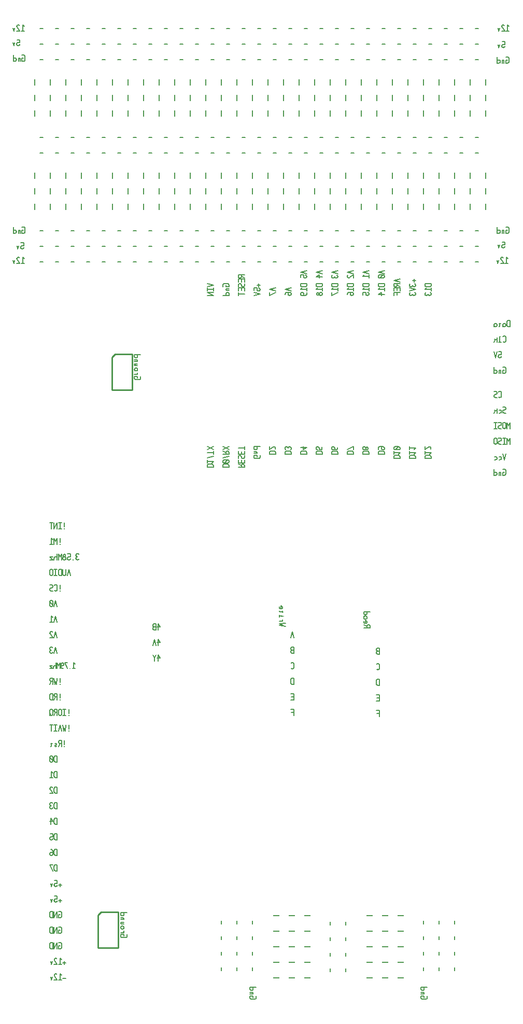
<source format=gbo>
%FSLAX46Y46*%
%MOIN*%
G01*
G75*
%ADD10C,0.008000*%
%ADD11C,0.010000*%
%ADD12C,0.063000*%
%AMRECT13*21,1,0.063000,0.063000,0.0,0.0,0.000000*%
%ADD13RECT13*%
%AMRECT14*21,1,0.063000,0.063000,0.0,0.0,-90.000000*%
%ADD14RECT14*%
%AMRECT15*21,1,0.063000,0.063000,0.0,0.0,-180.000000*%
%ADD15RECT15*%
%AMRECT16*21,1,0.063000,0.063000,0.0,0.0,-270.000000*%
%ADD16RECT16*%
D11*
X661250Y648600D02*
X771250Y648600D01*
X771250Y648600D02*
X771250Y418600D01*
X771250Y418600D02*
X641250Y418600D01*
X641250Y418600D02*
X641250Y628600D01*
X641250Y628600D02*
X661250Y648600D01*
X748750Y4236100D02*
X858750Y4236100D01*
X858750Y4236100D02*
X858750Y4006100D01*
X858750Y4006100D02*
X728750Y4006100D01*
X728750Y4006100D02*
X728750Y4216100D01*
X728750Y4216100D02*
X748750Y4236100D01*
D10*
X2382500Y3592850D02*
X2342500Y3592850D01*
G01X2342500Y3602850D02*
G01X2342500Y3602850D01*
G01X2342515Y3603405D01*
G01X2342562Y3603959D01*
G01X2342639Y3604509D01*
G01X2342746Y3605054D01*
G01X2342883Y3605592D01*
G01X2343050Y3606122D01*
G01X2343247Y3606642D01*
G01X2343472Y3607150D01*
G01X2343724Y3607644D01*
G01X2344004Y3608124D01*
G01X2344310Y3608588D01*
G01X2344641Y3609034D01*
G01X2344997Y3609461D01*
G01X2345375Y3609867D01*
G01X2345776Y3610252D01*
G01X2346197Y3610614D01*
G01X2346638Y3610952D01*
G01X2347097Y3611265D01*
G01X2347573Y3611552D01*
G01X2348063Y3611812D01*
G01X2348568Y3612044D01*
G01X2349084Y3612249D01*
G01X2349612Y3612424D01*
G01X2350148Y3612569D01*
G01X2350691Y3612685D01*
G01X2351240Y3612770D01*
G01X2351793Y3612825D01*
G01X2352348Y3612849D01*
G01X2352500Y3612850D01*
X2342500Y3602850D02*
X2342500Y3592850D01*
X2352500Y3612850D02*
X2372500Y3612850D01*
G01X2372500Y3612850D02*
G01X2372500Y3612850D01*
G01X2373055Y3612835D01*
G01X2373609Y3612788D01*
G01X2374159Y3612711D01*
G01X2374704Y3612604D01*
G01X2375242Y3612467D01*
G01X2375772Y3612300D01*
G01X2376292Y3612103D01*
G01X2376800Y3611878D01*
G01X2377294Y3611626D01*
G01X2377774Y3611346D01*
G01X2378238Y3611040D01*
G01X2378684Y3610709D01*
G01X2379111Y3610353D01*
G01X2379517Y3609975D01*
G01X2379902Y3609574D01*
G01X2380264Y3609153D01*
G01X2380602Y3608712D01*
G01X2380915Y3608253D01*
G01X2381202Y3607777D01*
G01X2381462Y3607287D01*
G01X2381694Y3606782D01*
G01X2381899Y3606266D01*
G01X2382074Y3605738D01*
G01X2382219Y3605202D01*
G01X2382335Y3604659D01*
G01X2382420Y3604110D01*
G01X2382475Y3603557D01*
G01X2382499Y3603002D01*
G01X2382500Y3602850D01*
X2382500Y3602850D02*
X2382500Y3592850D01*
G01X2370000Y3638350D02*
G01X2370104Y3638349D01*
G01X2370208Y3638347D01*
G01X2370312Y3638343D01*
G01X2370416Y3638338D01*
G01X2370520Y3638332D01*
G01X2370624Y3638324D01*
G01X2370728Y3638315D01*
G01X2370832Y3638304D01*
G01X2370935Y3638291D01*
G01X2371038Y3638278D01*
G01X2371141Y3638263D01*
G01X2371244Y3638246D01*
G01X2371347Y3638228D01*
G01X2371449Y3638209D01*
G01X2371551Y3638188D01*
G01X2371653Y3638166D01*
G01X2371754Y3638142D01*
G01X2371856Y3638117D01*
G01X2371956Y3638090D01*
G01X2372057Y3638063D01*
G01X2372157Y3638033D01*
G01X2372256Y3638003D01*
G01X2372355Y3637971D01*
G01X2372454Y3637937D01*
G01X2372552Y3637902D01*
G01X2372650Y3637866D01*
G01X2372747Y3637829D01*
G01X2372844Y3637790D01*
G01X2372940Y3637750D01*
G01X2373035Y3637708D01*
G01X2373130Y3637666D01*
G01X2373225Y3637621D01*
G01X2373318Y3637576D01*
G01X2373411Y3637529D01*
G01X2373504Y3637481D01*
G01X2373596Y3637432D01*
G01X2373687Y3637381D01*
G01X2373777Y3637329D01*
G01X2373867Y3637276D01*
G01X2373956Y3637222D01*
G01X2374044Y3637167D01*
G01X2374131Y3637110D01*
G01X2374218Y3637052D01*
G01X2374303Y3636993D01*
G01X2374388Y3636932D01*
G01X2374472Y3636871D01*
G01X2374555Y3636808D01*
G01X2374638Y3636744D01*
G01X2374719Y3636679D01*
G01X2374800Y3636613D01*
G01X2374879Y3636546D01*
G01X2374958Y3636478D01*
G01X2375036Y3636408D01*
G01X2375112Y3636338D01*
G01X2375188Y3636266D01*
G01X2375263Y3636194D01*
G01X2375336Y3636120D01*
G01X2375409Y3636045D01*
G01X2375481Y3635970D01*
G01X2375551Y3635893D01*
G01X2375621Y3635816D01*
G01X2375689Y3635737D01*
G01X2375757Y3635657D01*
G01X2375823Y3635577D01*
G01X2375888Y3635496D01*
G01X2375952Y3635414D01*
G01X2376015Y3635330D01*
G01X2376076Y3635246D01*
G01X2376137Y3635162D01*
G01X2376196Y3635076D01*
G01X2376254Y3634990D01*
G01X2376311Y3634902D01*
G01X2376367Y3634814D01*
G01X2376421Y3634725D01*
G01X2376474Y3634636D01*
G01X2376526Y3634546D01*
G01X2376577Y3634455D01*
G01X2376626Y3634363D01*
G01X2376675Y3634271D01*
G01X2376721Y3634177D01*
G01X2376767Y3634084D01*
G01X2376811Y3633990D01*
G01X2376854Y3633895D01*
G01X2376896Y3633799D01*
G01X2376936Y3633703D01*
G01X2376975Y3633606D01*
G01X2377013Y3633509D01*
G01X2377049Y3633412D01*
G01X2377084Y3633314D01*
G01X2377117Y3633215D01*
G01X2377150Y3633116D01*
G01X2377180Y3633016D01*
G01X2377210Y3632916D01*
G01X2377238Y3632816D01*
G01X2377264Y3632715D01*
G01X2377290Y3632614D01*
G01X2377313Y3632513D01*
G01X2377336Y3632411D01*
G01X2377357Y3632309D01*
G01X2377376Y3632207D01*
G01X2377394Y3632104D01*
G01X2377411Y3632001D01*
G01X2377426Y3631898D01*
G01X2377440Y3631795D01*
G01X2377453Y3631692D01*
G01X2377464Y3631588D01*
G01X2377473Y3631484D01*
G01X2377481Y3631381D01*
G01X2377488Y3631277D01*
G01X2377493Y3631173D01*
G01X2377497Y3631068D01*
G01X2377499Y3630964D01*
G01X2377500Y3630860D01*
G01X2377499Y3630756D01*
G01X2377497Y3630652D01*
G01X2377494Y3630548D01*
G01X2377489Y3630444D01*
G01X2377483Y3630340D01*
G01X2377475Y3630236D01*
G01X2377466Y3630132D01*
G01X2377455Y3630028D01*
G01X2377443Y3629925D01*
G01X2377429Y3629822D01*
G01X2377414Y3629719D01*
G01X2377398Y3629616D01*
G01X2377380Y3629513D01*
G01X2377361Y3629411D01*
G01X2377340Y3629309D01*
G01X2377318Y3629207D01*
G01X2377294Y3629105D01*
G01X2377269Y3629004D01*
G01X2377243Y3628904D01*
G01X2377215Y3628803D01*
G01X2377186Y3628703D01*
G01X2377156Y3628603D01*
G01X2377124Y3628504D01*
G01X2377090Y3628406D01*
G01X2377056Y3628307D01*
G01X2377020Y3628210D01*
G01X2376983Y3628112D01*
G01X2376944Y3628016D01*
G01X2376904Y3627920D01*
G01X2376862Y3627824D01*
G01X2376820Y3627729D01*
G01X2376776Y3627634D01*
G01X2376730Y3627541D01*
G01X2376684Y3627448D01*
G01X2376636Y3627355D01*
G01X2376587Y3627263D01*
G01X2376536Y3627172D01*
G01X2376485Y3627082D01*
G01X2376432Y3626992D01*
G01X2376377Y3626903D01*
G01X2376322Y3626815D01*
G01X2376265Y3626727D01*
G01X2376207Y3626641D01*
G01X2376148Y3626555D01*
G01X2376088Y3626470D01*
G01X2376027Y3626386D01*
G01X2375964Y3626303D01*
G01X2375900Y3626220D01*
G01X2375836Y3626139D01*
G01X2375770Y3626058D01*
G01X2375702Y3625978D01*
G01X2375634Y3625900D01*
G01X2375565Y3625822D01*
G01X2375495Y3625745D01*
G01X2375423Y3625669D01*
G01X2375351Y3625594D01*
G01X2375277Y3625521D01*
G01X2375203Y3625448D01*
G01X2375127Y3625376D01*
G01X2375051Y3625305D01*
G01X2374973Y3625236D01*
G01X2374895Y3625167D01*
G01X2374815Y3625100D01*
G01X2374735Y3625034D01*
G01X2374654Y3624968D01*
G01X2374572Y3624904D01*
G01X2374489Y3624841D01*
G01X2374405Y3624780D01*
G01X2374320Y3624719D01*
G01X2374234Y3624660D01*
G01X2374148Y3624601D01*
G01X2374061Y3624544D01*
G01X2373973Y3624489D01*
G01X2373884Y3624434D01*
G01X2373795Y3624381D01*
G01X2373704Y3624329D01*
G01X2373613Y3624278D01*
G01X2373522Y3624228D01*
G01X2373430Y3624180D01*
G01X2373337Y3624133D01*
G01X2373243Y3624087D01*
G01X2373149Y3624043D01*
G01X2373054Y3624000D01*
G01X2372958Y3623958D01*
G01X2372862Y3623918D01*
G01X2372766Y3623879D01*
G01X2372669Y3623841D01*
G01X2372571Y3623805D01*
G01X2372473Y3623769D01*
G01X2372375Y3623736D01*
G01X2372276Y3623704D01*
G01X2372176Y3623673D01*
G01X2372076Y3623643D01*
G01X2371976Y3623615D01*
G01X2371875Y3623588D01*
G01X2371774Y3623563D01*
G01X2371673Y3623539D01*
G01X2371571Y3623516D01*
G01X2371469Y3623495D01*
G01X2371367Y3623476D01*
G01X2371264Y3623457D01*
G01X2371161Y3623440D01*
G01X2371058Y3623425D01*
G01X2370955Y3623411D01*
G01X2370852Y3623399D01*
G01X2370748Y3623387D01*
G01X2370644Y3623378D01*
G01X2370541Y3623370D01*
G01X2370437Y3623363D01*
G01X2370333Y3623357D01*
G01X2370229Y3623353D01*
G01X2370124Y3623351D01*
G01X2370020Y3623350D01*
G01X2369916Y3623350D01*
G01X2369812Y3623352D01*
G01X2369708Y3623356D01*
G01X2369604Y3623360D01*
G01X2369500Y3623367D01*
G01X2369396Y3623374D01*
G01X2369292Y3623383D01*
G01X2369189Y3623394D01*
G01X2369085Y3623406D01*
G01X2368982Y3623419D01*
G01X2368879Y3623434D01*
G01X2368776Y3623451D01*
G01X2368673Y3623468D01*
G01X2368571Y3623487D01*
G01X2368469Y3623508D01*
G01X2368367Y3623530D01*
G01X2368265Y3623553D01*
G01X2368164Y3623578D01*
G01X2368063Y3623604D01*
G01X2367963Y3623632D01*
G01X2367863Y3623661D01*
G01X2367763Y3623691D01*
G01X2367664Y3623723D01*
G01X2367565Y3623756D01*
G01X2367467Y3623791D01*
G01X2367369Y3623827D01*
G01X2367272Y3623864D01*
G01X2367175Y3623902D01*
G01X2367079Y3623942D01*
G01X2366983Y3623983D01*
G01X2366888Y3624026D01*
G01X2366794Y3624070D01*
G01X2366700Y3624115D01*
G01X2366607Y3624162D01*
G01X2366514Y3624209D01*
G01X2366422Y3624258D01*
G01X2366331Y3624309D01*
G01X2366240Y3624360D01*
G01X2366151Y3624413D01*
G01X2366062Y3624467D01*
G01X2365973Y3624523D01*
G01X2365886Y3624579D01*
G01X2365799Y3624637D01*
G01X2365713Y3624696D01*
G01X2365628Y3624756D01*
G01X2365544Y3624817D01*
G01X2365461Y3624880D01*
G01X2365378Y3624943D01*
G01X2365297Y3625008D01*
G01X2365216Y3625074D01*
G01X2365136Y3625141D01*
G01X2365057Y3625209D01*
G01X2364979Y3625278D01*
G01X2364903Y3625349D01*
G01X2364827Y3625420D01*
G01X2364752Y3625492D01*
G01X2364678Y3625566D01*
G01X2364605Y3625640D01*
G01X2364533Y3625715D01*
G01X2364462Y3625792D01*
G01X2364393Y3625869D01*
G01X2364324Y3625948D01*
G01X2364256Y3626027D01*
G01X2364190Y3626107D01*
G01X2364125Y3626188D01*
G01X2364061Y3626270D01*
G01X2363997Y3626353D01*
G01X2363936Y3626437D01*
G01X2363875Y3626522D01*
G01X2363815Y3626607D01*
G01X2363757Y3626694D01*
G01X2363700Y3626781D01*
G01X2363644Y3626869D01*
G01X2363589Y3626957D01*
G01X2363536Y3627047D01*
G01X2363484Y3627137D01*
G01X2363433Y3627228D01*
G01X2363383Y3627319D01*
G01X2363335Y3627411D01*
G01X2363288Y3627504D01*
G01X2363242Y3627598D01*
G01X2363197Y3627692D01*
G01X2363154Y3627787D01*
G01X2363112Y3627882D01*
G01X2363072Y3627978D01*
G01X2363032Y3628075D01*
G01X2362995Y3628172D01*
G01X2362958Y3628269D01*
G01X2362923Y3628367D01*
G01X2362889Y3628466D01*
G01X2362857Y3628565D01*
G01X2362826Y3628664D01*
G01X2362796Y3628764D01*
G01X2362768Y3628864D01*
G01X2362741Y3628965D01*
G01X2362715Y3629066D01*
G01X2362691Y3629167D01*
G01X2362669Y3629269D01*
G01X2362647Y3629371D01*
G01X2362627Y3629473D01*
G01X2362609Y3629576D01*
G01X2362592Y3629679D01*
G01X2362576Y3629782D01*
G01X2362562Y3629885D01*
G01X2362550Y3629988D01*
G01X2362538Y3630092D01*
G01X2362529Y3630195D01*
G01X2362520Y3630299D01*
G01X2362513Y3630403D01*
G01X2362508Y3630507D01*
G01X2362504Y3630611D01*
G01X2362501Y3630715D01*
G01X2362500Y3630820D01*
G01X2362500Y3630924D01*
G01X2362502Y3631028D01*
G01X2362505Y3631132D01*
G01X2362510Y3631236D01*
G01X2362516Y3631340D01*
G01X2362524Y3631444D01*
G01X2362533Y3631548D01*
G01X2362543Y3631651D01*
G01X2362555Y3631755D01*
G01X2362568Y3631858D01*
G01X2362583Y3631961D01*
G01X2362599Y3632064D01*
G01X2362617Y3632167D01*
G01X2362636Y3632269D01*
G01X2362656Y3632371D01*
G01X2362678Y3632473D01*
G01X2362701Y3632575D01*
G01X2362726Y3632676D01*
G01X2362752Y3632777D01*
G01X2362779Y3632877D01*
G01X2362808Y3632977D01*
G01X2362838Y3633077D01*
G01X2362870Y3633176D01*
G01X2362903Y3633275D01*
G01X2362937Y3633374D01*
G01X2362973Y3633471D01*
G01X2363010Y3633569D01*
G01X2363049Y3633666D01*
G01X2363088Y3633762D01*
G01X2363129Y3633858D01*
G01X2363172Y3633953D01*
G01X2363216Y3634047D01*
G01X2363261Y3634141D01*
G01X2363307Y3634234D01*
G01X2363355Y3634327D01*
G01X2363404Y3634419D01*
G01X2363454Y3634510D01*
G01X2363505Y3634601D01*
G01X2363558Y3634691D01*
G01X2363612Y3634780D01*
G01X2363667Y3634868D01*
G01X2363724Y3634956D01*
G01X2363781Y3635042D01*
G01X2363840Y3635128D01*
G01X2363900Y3635214D01*
G01X2363961Y3635298D01*
G01X2364024Y3635381D01*
G01X2364087Y3635464D01*
G01X2364152Y3635546D01*
G01X2364218Y3635626D01*
G01X2364284Y3635706D01*
G01X2364352Y3635785D01*
G01X2364421Y3635863D01*
G01X2364492Y3635940D01*
G01X2364563Y3636016D01*
G01X2364635Y3636091D01*
G01X2364708Y3636165D01*
G01X2364783Y3636238D01*
G01X2364858Y3636310D01*
G01X2364934Y3636381D01*
G01X2365012Y3636451D01*
G01X2365090Y3636519D01*
G01X2365169Y3636587D01*
G01X2365249Y3636654D01*
G01X2365330Y3636719D01*
G01X2365412Y3636783D01*
G01X2365495Y3636846D01*
G01X2365579Y3636908D01*
G01X2365664Y3636969D01*
G01X2365749Y3637029D01*
G01X2365835Y3637087D01*
G01X2365922Y3637145D01*
G01X2366010Y3637201D01*
G01X2366099Y3637255D01*
G01X2366188Y3637309D01*
G01X2366278Y3637361D01*
G01X2366369Y3637412D01*
G01X2366460Y3637462D01*
G01X2366552Y3637511D01*
G01X2366645Y3637558D01*
G01X2366739Y3637604D01*
G01X2366833Y3637648D01*
G01X2366928Y3637692D01*
G01X2367023Y3637734D01*
G01X2367119Y3637775D01*
G01X2367215Y3637814D01*
G01X2367312Y3637852D01*
G01X2367410Y3637889D01*
G01X2367508Y3637924D01*
G01X2367606Y3637958D01*
G01X2367705Y3637990D01*
G01X2367805Y3638021D01*
G01X2367904Y3638051D01*
G01X2368005Y3638080D01*
G01X2368105Y3638107D01*
G01X2368206Y3638132D01*
G01X2368307Y3638157D01*
G01X2368409Y3638179D01*
G01X2368511Y3638201D01*
G01X2368613Y3638221D01*
G01X2368716Y3638239D01*
G01X2368819Y3638256D01*
G01X2368922Y3638272D01*
G01X2369025Y3638286D01*
G01X2369128Y3638299D01*
G01X2369232Y3638311D01*
G01X2369335Y3638320D01*
G01X2369439Y3638329D01*
G01X2369543Y3638336D01*
G01X2369647Y3638342D01*
G01X2369751Y3638346D01*
G01X2369855Y3638349D01*
G01X2369959Y3638350D01*
G01X2370000Y3638350D01*
G01X2352500Y3640850D02*
G01X2352639Y3640849D01*
G01X2352778Y3640846D01*
G01X2352917Y3640841D01*
G01X2353055Y3640835D01*
G01X2353194Y3640826D01*
G01X2353332Y3640815D01*
G01X2353471Y3640803D01*
G01X2353609Y3640788D01*
G01X2353747Y3640772D01*
G01X2353884Y3640754D01*
G01X2354022Y3640734D01*
G01X2354159Y3640711D01*
G01X2354296Y3640687D01*
G01X2354432Y3640662D01*
G01X2354568Y3640634D01*
G01X2354704Y3640604D01*
G01X2354839Y3640573D01*
G01X2354974Y3640539D01*
G01X2355108Y3640504D01*
G01X2355242Y3640467D01*
G01X2355375Y3640428D01*
G01X2355508Y3640387D01*
G01X2355640Y3640344D01*
G01X2355772Y3640300D01*
G01X2355903Y3640253D01*
G01X2356033Y3640205D01*
G01X2356163Y3640155D01*
G01X2356292Y3640103D01*
G01X2356420Y3640050D01*
G01X2356547Y3639994D01*
G01X2356674Y3639937D01*
G01X2356800Y3639878D01*
G01X2356925Y3639818D01*
G01X2357049Y3639756D01*
G01X2357172Y3639692D01*
G01X2357294Y3639626D01*
G01X2357416Y3639558D01*
G01X2357536Y3639489D01*
G01X2357656Y3639419D01*
G01X2357774Y3639346D01*
G01X2357892Y3639272D01*
G01X2358008Y3639196D01*
G01X2358123Y3639119D01*
G01X2358238Y3639040D01*
G01X2358351Y3638960D01*
G01X2358463Y3638878D01*
G01X2358574Y3638794D01*
G01X2358684Y3638709D01*
G01X2358792Y3638622D01*
G01X2358900Y3638534D01*
G01X2359006Y3638444D01*
G01X2359111Y3638353D01*
G01X2359214Y3638261D01*
G01X2359316Y3638167D01*
G01X2359417Y3638072D01*
G01X2359517Y3637975D01*
G01X2359615Y3637877D01*
G01X2359712Y3637777D01*
G01X2359808Y3637676D01*
G01X2359902Y3637574D01*
G01X2359994Y3637471D01*
G01X2360086Y3637366D01*
G01X2360175Y3637260D01*
G01X2360264Y3637153D01*
G01X2360351Y3637044D01*
G01X2360436Y3636935D01*
G01X2360520Y3636824D01*
G01X2360602Y3636712D01*
G01X2360682Y3636599D01*
G01X2360761Y3636485D01*
G01X2360839Y3636369D01*
G01X2360915Y3636253D01*
G01X2360989Y3636136D01*
G01X2361062Y3636017D01*
G01X2361132Y3635898D01*
G01X2361202Y3635777D01*
G01X2361269Y3635656D01*
G01X2361335Y3635534D01*
G01X2361399Y3635411D01*
G01X2361462Y3635287D01*
G01X2361523Y3635162D01*
G01X2361582Y3635036D01*
G01X2361639Y3634910D01*
G01X2361694Y3634782D01*
G01X2361748Y3634654D01*
G01X2361800Y3634525D01*
G01X2361850Y3634396D01*
G01X2361899Y3634266D01*
G01X2361945Y3634135D01*
G01X2361990Y3634003D01*
G01X2362033Y3633871D01*
G01X2362074Y3633738D01*
G01X2362113Y3633605D01*
G01X2362150Y3633471D01*
G01X2362186Y3633337D01*
G01X2362219Y3633202D01*
G01X2362251Y3633067D01*
G01X2362281Y3632932D01*
G01X2362309Y3632795D01*
G01X2362335Y3632659D01*
G01X2362359Y3632522D01*
G01X2362381Y3632385D01*
G01X2362402Y3632248D01*
G01X2362420Y3632110D01*
G01X2362437Y3631972D01*
G01X2362451Y3631834D01*
G01X2362464Y3631696D01*
G01X2362475Y3631557D01*
G01X2362484Y3631419D01*
G01X2362491Y3631280D01*
G01X2362496Y3631141D01*
G01X2362499Y3631002D01*
G01X2362500Y3630864D01*
G01X2362499Y3630725D01*
G01X2362497Y3630586D01*
G01X2362492Y3630447D01*
G01X2362485Y3630308D01*
G01X2362477Y3630170D01*
G01X2362466Y3630031D01*
G01X2362454Y3629893D01*
G01X2362440Y3629755D01*
G01X2362424Y3629617D01*
G01X2362406Y3629479D01*
G01X2362386Y3629342D01*
G01X2362364Y3629204D01*
G01X2362340Y3629068D01*
G01X2362314Y3628931D01*
G01X2362287Y3628795D01*
G01X2362257Y3628659D01*
G01X2362226Y3628524D01*
G01X2362192Y3628389D01*
G01X2362157Y3628255D01*
G01X2362120Y3628121D01*
G01X2362082Y3627987D01*
G01X2362041Y3627855D01*
G01X2361998Y3627722D01*
G01X2361954Y3627591D01*
G01X2361908Y3627460D01*
G01X2361860Y3627330D01*
G01X2361810Y3627200D01*
G01X2361758Y3627071D01*
G01X2361705Y3626943D01*
G01X2361650Y3626815D01*
G01X2361593Y3626689D01*
G01X2361534Y3626563D01*
G01X2361474Y3626438D01*
G01X2361412Y3626313D01*
G01X2361348Y3626190D01*
G01X2361282Y3626068D01*
G01X2361215Y3625946D01*
G01X2361146Y3625826D01*
G01X2361075Y3625706D01*
G01X2361003Y3625587D01*
G01X2360929Y3625470D01*
G01X2360854Y3625353D01*
G01X2360777Y3625238D01*
G01X2360698Y3625123D01*
G01X2360618Y3625010D01*
G01X2360536Y3624898D01*
G01X2360452Y3624787D01*
G01X2360367Y3624677D01*
G01X2360281Y3624568D01*
G01X2360193Y3624461D01*
G01X2360103Y3624355D01*
G01X2360012Y3624250D01*
G01X2359920Y3624146D01*
G01X2359826Y3624044D01*
G01X2359731Y3623942D01*
G01X2359634Y3623843D01*
G01X2359536Y3623744D01*
G01X2359437Y3623647D01*
G01X2359336Y3623552D01*
G01X2359234Y3623457D01*
G01X2359131Y3623365D01*
G01X2359026Y3623273D01*
G01X2358920Y3623183D01*
G01X2358813Y3623095D01*
G01X2358705Y3623008D01*
G01X2358595Y3622922D01*
G01X2358485Y3622839D01*
G01X2358373Y3622756D01*
G01X2358260Y3622675D01*
G01X2358146Y3622596D01*
G01X2358031Y3622519D01*
G01X2357914Y3622443D01*
G01X2357797Y3622368D01*
G01X2357679Y3622295D01*
G01X2357559Y3622224D01*
G01X2357439Y3622155D01*
G01X2357318Y3622087D01*
G01X2357196Y3622021D01*
G01X2357073Y3621957D01*
G01X2356949Y3621894D01*
G01X2356824Y3621833D01*
G01X2356698Y3621774D01*
G01X2356572Y3621717D01*
G01X2356445Y3621661D01*
G01X2356317Y3621607D01*
G01X2356188Y3621555D01*
G01X2356058Y3621505D01*
G01X2355928Y3621456D01*
G01X2355797Y3621409D01*
G01X2355666Y3621364D01*
G01X2355534Y3621321D01*
G01X2355401Y3621280D01*
G01X2355268Y3621241D01*
G01X2355134Y3621203D01*
G01X2355000Y3621168D01*
G01X2354866Y3621134D01*
G01X2354730Y3621102D01*
G01X2354595Y3621072D01*
G01X2354459Y3621044D01*
G01X2354322Y3621017D01*
G01X2354186Y3620993D01*
G01X2354049Y3620971D01*
G01X2353911Y3620950D01*
G01X2353774Y3620931D01*
G01X2353636Y3620915D01*
G01X2353498Y3620900D01*
G01X2353359Y3620887D01*
G01X2353221Y3620876D01*
G01X2353082Y3620867D01*
G01X2352944Y3620860D01*
G01X2352805Y3620855D01*
G01X2352666Y3620851D01*
G01X2352527Y3620850D01*
G01X2352388Y3620851D01*
G01X2352249Y3620853D01*
G01X2352110Y3620858D01*
G01X2351972Y3620864D01*
G01X2351833Y3620872D01*
G01X2351695Y3620882D01*
G01X2351556Y3620895D01*
G01X2351418Y3620909D01*
G01X2351280Y3620925D01*
G01X2351142Y3620943D01*
G01X2351005Y3620962D01*
G01X2350868Y3620984D01*
G01X2350731Y3621008D01*
G01X2350594Y3621033D01*
G01X2350458Y3621061D01*
G01X2350322Y3621090D01*
G01X2350187Y3621121D01*
G01X2350052Y3621154D01*
G01X2349918Y3621189D01*
G01X2349784Y3621226D01*
G01X2349650Y3621265D01*
G01X2349518Y3621305D01*
G01X2349385Y3621347D01*
G01X2349254Y3621392D01*
G01X2349123Y3621438D01*
G01X2348992Y3621485D01*
G01X2348862Y3621535D01*
G01X2348733Y3621586D01*
G01X2348605Y3621640D01*
G01X2348478Y3621695D01*
G01X2348351Y3621751D01*
G01X2348225Y3621810D01*
G01X2348100Y3621870D01*
G01X2347975Y3621932D01*
G01X2347852Y3621996D01*
G01X2347729Y3622061D01*
G01X2347608Y3622128D01*
G01X2347487Y3622197D01*
G01X2347368Y3622268D01*
G01X2347249Y3622340D01*
G01X2347131Y3622413D01*
G01X2347014Y3622489D01*
G01X2346899Y3622566D01*
G01X2346784Y3622644D01*
G01X2346671Y3622725D01*
G01X2346559Y3622806D01*
G01X2346448Y3622890D01*
G01X2346338Y3622974D01*
G01X2346229Y3623061D01*
G01X2346121Y3623149D01*
G01X2346015Y3623238D01*
G01X2345910Y3623329D01*
G01X2345806Y3623421D01*
G01X2345703Y3623515D01*
G01X2345602Y3623610D01*
G01X2345502Y3623706D01*
G01X2345404Y3623804D01*
G01X2345307Y3623903D01*
G01X2345211Y3624004D01*
G01X2345116Y3624106D01*
G01X2345023Y3624209D01*
G01X2344932Y3624314D01*
G01X2344842Y3624419D01*
G01X2344753Y3624526D01*
G01X2344666Y3624634D01*
G01X2344581Y3624744D01*
G01X2344497Y3624854D01*
G01X2344414Y3624966D01*
G01X2344333Y3625079D01*
G01X2344254Y3625193D01*
G01X2344176Y3625308D01*
G01X2344100Y3625424D01*
G01X2344025Y3625541D01*
G01X2343952Y3625660D01*
G01X2343881Y3625779D01*
G01X2343812Y3625899D01*
G01X2343744Y3626020D01*
G01X2343677Y3626142D01*
G01X2343613Y3626265D01*
G01X2343550Y3626389D01*
G01X2343489Y3626514D01*
G01X2343430Y3626639D01*
G01X2343372Y3626766D01*
G01X2343316Y3626893D01*
G01X2343262Y3627021D01*
G01X2343210Y3627150D01*
G01X2343159Y3627279D01*
G01X2343111Y3627409D01*
G01X2343064Y3627540D01*
G01X2343019Y3627671D01*
G01X2342975Y3627803D01*
G01X2342934Y3627936D01*
G01X2342895Y3628069D01*
G01X2342857Y3628203D01*
G01X2342821Y3628337D01*
G01X2342787Y3628471D01*
G01X2342755Y3628606D01*
G01X2342725Y3628742D01*
G01X2342696Y3628878D01*
G01X2342670Y3629014D01*
G01X2342645Y3629151D01*
G01X2342623Y3629288D01*
G01X2342602Y3629425D01*
G01X2342583Y3629563D01*
G01X2342566Y3629701D01*
G01X2342551Y3629839D01*
G01X2342538Y3629977D01*
G01X2342527Y3630116D01*
G01X2342518Y3630254D01*
G01X2342510Y3630393D01*
G01X2342505Y3630532D01*
G01X2342502Y3630671D01*
G01X2342500Y3630809D01*
G01X2342500Y3630948D01*
G01X2342503Y3631087D01*
G01X2342507Y3631226D01*
G01X2342513Y3631365D01*
G01X2342521Y3631503D01*
G01X2342531Y3631642D01*
G01X2342543Y3631780D01*
G01X2342557Y3631919D01*
G01X2342573Y3632056D01*
G01X2342591Y3632194D01*
G01X2342610Y3632332D01*
G01X2342632Y3632469D01*
G01X2342655Y3632606D01*
G01X2342681Y3632742D01*
G01X2342708Y3632879D01*
G01X2342737Y3633014D01*
G01X2342768Y3633150D01*
G01X2342801Y3633285D01*
G01X2342836Y3633419D01*
G01X2342872Y3633553D01*
G01X2342911Y3633687D01*
G01X2342951Y3633820D01*
G01X2342993Y3633952D01*
G01X2343037Y3634084D01*
G01X2343083Y3634215D01*
G01X2343131Y3634345D01*
G01X2343180Y3634475D01*
G01X2343231Y3634604D01*
G01X2343284Y3634732D01*
G01X2343339Y3634860D01*
G01X2343396Y3634987D01*
G01X2343454Y3635113D01*
G01X2343514Y3635238D01*
G01X2343576Y3635363D01*
G01X2343640Y3635486D01*
G01X2343705Y3635609D01*
G01X2343772Y3635730D01*
G01X2343840Y3635851D01*
G01X2343911Y3635971D01*
G01X2343983Y3636090D01*
G01X2344056Y3636207D01*
G01X2344131Y3636324D01*
G01X2344208Y3636440D01*
G01X2344287Y3636555D01*
G01X2344367Y3636668D01*
G01X2344448Y3636780D01*
G01X2344531Y3636892D01*
G01X2344616Y3637002D01*
G01X2344702Y3637111D01*
G01X2344790Y3637218D01*
G01X2344879Y3637325D01*
G01X2344970Y3637430D01*
G01X2345062Y3637534D01*
G01X2345156Y3637637D01*
G01X2345250Y3637738D01*
G01X2345347Y3637838D01*
G01X2345445Y3637937D01*
G01X2345544Y3638034D01*
G01X2345644Y3638130D01*
G01X2345746Y3638224D01*
G01X2345849Y3638318D01*
G01X2345953Y3638409D01*
G01X2346059Y3638499D01*
G01X2346166Y3638588D01*
G01X2346274Y3638675D01*
G01X2346383Y3638761D01*
G01X2346494Y3638845D01*
G01X2346605Y3638928D01*
G01X2346718Y3639009D01*
G01X2346832Y3639088D01*
G01X2346947Y3639166D01*
G01X2347063Y3639243D01*
G01X2347180Y3639317D01*
G01X2347298Y3639391D01*
G01X2347417Y3639462D01*
G01X2347537Y3639532D01*
G01X2347658Y3639600D01*
G01X2347780Y3639666D01*
G01X2347903Y3639731D01*
G01X2348027Y3639794D01*
G01X2348152Y3639855D01*
G01X2348277Y3639915D01*
G01X2348403Y3639972D01*
G01X2348531Y3640028D01*
G01X2348658Y3640083D01*
G01X2348787Y3640135D01*
G01X2348916Y3640186D01*
G01X2349046Y3640235D01*
G01X2349177Y3640282D01*
G01X2349308Y3640327D01*
G01X2349440Y3640370D01*
G01X2349573Y3640412D01*
G01X2349706Y3640452D01*
G01X2349839Y3640490D01*
G01X2349974Y3640526D01*
G01X2350108Y3640560D01*
G01X2350243Y3640592D01*
G01X2350379Y3640622D01*
G01X2350515Y3640651D01*
G01X2350651Y3640678D01*
G01X2350788Y3640702D01*
G01X2350925Y3640725D01*
G01X2351062Y3640746D01*
G01X2351200Y3640765D01*
G01X2351337Y3640782D01*
G01X2351476Y3640797D01*
G01X2351614Y3640811D01*
G01X2351752Y3640822D01*
G01X2351891Y3640831D01*
G01X2352029Y3640839D01*
G01X2352168Y3640844D01*
G01X2352307Y3640848D01*
G01X2352446Y3640850D01*
G01X2352500Y3640850D01*
X2134000Y5403600D02*
X2134000Y5363600D01*
X2287750Y6229850D02*
X2267750Y6229850D01*
X1134000Y5303600D02*
X1134000Y5263600D01*
X287750Y6129850D02*
X267750Y6129850D01*
X1187750Y5029850D02*
X1167750Y5029850D01*
X1582500Y3518850D02*
X1582500Y3508850D01*
X1582500Y3508850D02*
X1542500Y3508850D01*
X1562500Y3518850D02*
X1542500Y3528850D01*
X1562500Y3508850D02*
X1562500Y3518850D01*
G01X1562500Y3518850D02*
G01X1562500Y3518850D01*
G01X1562504Y3519128D01*
G01X1562515Y3519405D01*
G01X1562535Y3519682D01*
G01X1562562Y3519959D01*
G01X1562596Y3520234D01*
G01X1562639Y3520509D01*
G01X1562688Y3520782D01*
G01X1562746Y3521054D01*
G01X1562811Y3521324D01*
G01X1562883Y3521592D01*
G01X1562963Y3521858D01*
G01X1563050Y3522122D01*
G01X1563145Y3522383D01*
G01X1563247Y3522642D01*
G01X1563356Y3522897D01*
G01X1563472Y3523150D01*
G01X1563594Y3523399D01*
G01X1563724Y3523644D01*
G01X1563861Y3523886D01*
G01X1564004Y3524124D01*
G01X1564154Y3524358D01*
G01X1564310Y3524588D01*
G01X1564472Y3524813D01*
G01X1564641Y3525034D01*
G01X1564816Y3525250D01*
G01X1564997Y3525461D01*
G01X1565183Y3525666D01*
G01X1565375Y3525867D01*
G01X1565573Y3526062D01*
G01X1565776Y3526252D01*
G01X1565984Y3526436D01*
G01X1566197Y3526614D01*
G01X1566415Y3526786D01*
G01X1566638Y3526952D01*
G01X1566865Y3527111D01*
G01X1567097Y3527265D01*
G01X1567333Y3527412D01*
G01X1567573Y3527552D01*
G01X1567816Y3527685D01*
G01X1568063Y3527812D01*
G01X1568314Y3527932D01*
G01X1568568Y3528044D01*
G01X1568825Y3528150D01*
G01X1569084Y3528249D01*
G01X1569347Y3528340D01*
G01X1569612Y3528424D01*
G01X1569879Y3528500D01*
G01X1570148Y3528569D01*
G01X1570418Y3528631D01*
G01X1570691Y3528685D01*
G01X1570965Y3528731D01*
G01X1571240Y3528770D01*
G01X1571516Y3528801D01*
G01X1571793Y3528825D01*
G01X1572070Y3528841D01*
G01X1572348Y3528849D01*
G01X1572625Y3528849D01*
G01X1572903Y3528842D01*
G01X1573180Y3528827D01*
G01X1573457Y3528804D01*
G01X1573733Y3528774D01*
G01X1574008Y3528736D01*
G01X1574282Y3528690D01*
G01X1574555Y3528637D01*
G01X1574826Y3528576D01*
G01X1575095Y3528507D01*
G01X1575363Y3528432D01*
G01X1575628Y3528348D01*
G01X1575890Y3528258D01*
G01X1576150Y3528160D01*
G01X1576407Y3528055D01*
G01X1576661Y3527943D01*
G01X1576912Y3527824D01*
G01X1577160Y3527698D01*
G01X1577404Y3527565D01*
G01X1577644Y3527425D01*
G01X1577880Y3527279D01*
G01X1578112Y3527127D01*
G01X1578340Y3526968D01*
G01X1578563Y3526802D01*
G01X1578782Y3526631D01*
G01X1578995Y3526453D01*
G01X1579204Y3526270D01*
G01X1579408Y3526081D01*
G01X1579606Y3525886D01*
G01X1579798Y3525686D01*
G01X1579985Y3525481D01*
G01X1580167Y3525270D01*
G01X1580342Y3525055D01*
G01X1580511Y3524835D01*
G01X1580675Y3524610D01*
G01X1580831Y3524381D01*
G01X1580982Y3524147D01*
G01X1581126Y3523909D01*
G01X1581263Y3523668D01*
G01X1581393Y3523423D01*
G01X1581517Y3523174D01*
G01X1581633Y3522922D01*
G01X1581743Y3522667D01*
G01X1581845Y3522408D01*
G01X1581941Y3522147D01*
G01X1582029Y3521884D01*
G01X1582109Y3521618D01*
G01X1582182Y3521350D01*
G01X1582248Y3521080D01*
G01X1582306Y3520809D01*
G01X1582357Y3520536D01*
G01X1582400Y3520261D01*
G01X1582435Y3519986D01*
G01X1582463Y3519709D01*
G01X1582483Y3519432D01*
G01X1582495Y3519155D01*
G01X1582500Y3518877D01*
G01X1582500Y3518850D01*
X1582500Y3556850D02*
X1582500Y3536850D01*
X1582500Y3536850D02*
X1542500Y3536850D01*
X1542500Y3536850D02*
X1542500Y3556850D01*
X1562500Y3536850D02*
X1562500Y3554350D01*
G01X1582500Y3574850D02*
G01X1582500Y3574850D01*
G01X1582496Y3574572D01*
G01X1582485Y3574295D01*
G01X1582465Y3574018D01*
G01X1582438Y3573741D01*
G01X1582404Y3573466D01*
G01X1582361Y3573191D01*
G01X1582312Y3572918D01*
G01X1582254Y3572646D01*
G01X1582189Y3572376D01*
G01X1582117Y3572108D01*
G01X1582037Y3571842D01*
G01X1581950Y3571578D01*
G01X1581855Y3571317D01*
G01X1581753Y3571058D01*
G01X1581644Y3570803D01*
G01X1581528Y3570550D01*
G01X1581406Y3570301D01*
G01X1581276Y3570056D01*
G01X1581139Y3569814D01*
G01X1580996Y3569576D01*
G01X1580846Y3569342D01*
G01X1580690Y3569112D01*
G01X1580528Y3568887D01*
G01X1580359Y3568666D01*
G01X1580184Y3568450D01*
G01X1580003Y3568239D01*
G01X1579817Y3568034D01*
G01X1579625Y3567833D01*
G01X1579427Y3567638D01*
G01X1579224Y3567448D01*
G01X1579016Y3567264D01*
G01X1578803Y3567086D01*
G01X1578585Y3566914D01*
G01X1578362Y3566748D01*
G01X1578135Y3566589D01*
G01X1577903Y3566435D01*
G01X1577667Y3566288D01*
G01X1577427Y3566148D01*
G01X1577184Y3566015D01*
G01X1576937Y3565888D01*
G01X1576686Y3565768D01*
G01X1576432Y3565656D01*
G01X1576175Y3565550D01*
G01X1575916Y3565451D01*
G01X1575653Y3565360D01*
G01X1575388Y3565276D01*
G01X1575121Y3565200D01*
G01X1574852Y3565131D01*
G01X1574582Y3565069D01*
G01X1574309Y3565015D01*
G01X1574035Y3564969D01*
G01X1573760Y3564930D01*
G01X1573484Y3564899D01*
G01X1573207Y3564875D01*
G01X1572930Y3564859D01*
G01X1572652Y3564851D01*
G01X1572375Y3564851D01*
G01X1572097Y3564858D01*
G01X1571820Y3564873D01*
G01X1571543Y3564896D01*
G01X1571267Y3564926D01*
G01X1570992Y3564964D01*
G01X1570718Y3565010D01*
G01X1570445Y3565063D01*
G01X1570174Y3565124D01*
G01X1569905Y3565193D01*
G01X1569637Y3565268D01*
G01X1569372Y3565352D01*
G01X1569110Y3565442D01*
G01X1568850Y3565540D01*
G01X1568593Y3565645D01*
G01X1568339Y3565757D01*
G01X1568088Y3565876D01*
G01X1567840Y3566002D01*
G01X1567596Y3566135D01*
G01X1567356Y3566275D01*
G01X1567120Y3566421D01*
G01X1566888Y3566573D01*
G01X1566660Y3566732D01*
G01X1566437Y3566898D01*
G01X1566218Y3567069D01*
G01X1566005Y3567247D01*
G01X1565796Y3567430D01*
G01X1565592Y3567619D01*
G01X1565394Y3567814D01*
G01X1565202Y3568014D01*
G01X1565015Y3568219D01*
G01X1564833Y3568430D01*
G01X1564658Y3568645D01*
G01X1564489Y3568865D01*
G01X1564325Y3569090D01*
G01X1564169Y3569319D01*
G01X1564018Y3569553D01*
G01X1563874Y3569791D01*
G01X1563737Y3570032D01*
G01X1563607Y3570277D01*
G01X1563483Y3570526D01*
G01X1563367Y3570778D01*
G01X1563257Y3571033D01*
G01X1563155Y3571292D01*
G01X1563059Y3571553D01*
G01X1562971Y3571816D01*
G01X1562891Y3572082D01*
G01X1562818Y3572350D01*
G01X1562752Y3572620D01*
G01X1562694Y3572891D01*
G01X1562643Y3573164D01*
G01X1562600Y3573439D01*
G01X1562565Y3573714D01*
G01X1562537Y3573991D01*
G01X1562517Y3574268D01*
G01X1562505Y3574545D01*
G01X1562500Y3574823D01*
G01X1562500Y3574850D01*
G01X1542500Y3574850D02*
G01X1542500Y3574850D01*
G01X1542504Y3575128D01*
G01X1542515Y3575405D01*
G01X1542535Y3575682D01*
G01X1542562Y3575959D01*
G01X1542596Y3576234D01*
G01X1542639Y3576509D01*
G01X1542688Y3576782D01*
G01X1542746Y3577054D01*
G01X1542811Y3577324D01*
G01X1542883Y3577592D01*
G01X1542963Y3577858D01*
G01X1543050Y3578122D01*
G01X1543145Y3578383D01*
G01X1543247Y3578642D01*
G01X1543356Y3578897D01*
G01X1543472Y3579150D01*
G01X1543594Y3579399D01*
G01X1543724Y3579644D01*
G01X1543861Y3579886D01*
G01X1544004Y3580124D01*
G01X1544154Y3580358D01*
G01X1544310Y3580588D01*
G01X1544472Y3580813D01*
G01X1544641Y3581034D01*
G01X1544816Y3581250D01*
G01X1544997Y3581461D01*
G01X1545183Y3581666D01*
G01X1545375Y3581867D01*
G01X1545573Y3582062D01*
G01X1545776Y3582252D01*
G01X1545984Y3582436D01*
G01X1546197Y3582614D01*
G01X1546415Y3582786D01*
G01X1546638Y3582952D01*
G01X1546865Y3583111D01*
G01X1547097Y3583265D01*
G01X1547333Y3583412D01*
G01X1547573Y3583552D01*
G01X1547816Y3583685D01*
G01X1548063Y3583812D01*
G01X1548314Y3583932D01*
G01X1548568Y3584044D01*
G01X1548825Y3584150D01*
G01X1549084Y3584249D01*
G01X1549347Y3584340D01*
G01X1549612Y3584424D01*
G01X1549879Y3584500D01*
G01X1550148Y3584569D01*
G01X1550418Y3584631D01*
G01X1550691Y3584685D01*
G01X1550965Y3584731D01*
G01X1551240Y3584770D01*
G01X1551516Y3584801D01*
G01X1551793Y3584825D01*
G01X1552070Y3584841D01*
G01X1552348Y3584849D01*
G01X1552625Y3584849D01*
G01X1552903Y3584842D01*
G01X1553180Y3584827D01*
G01X1553457Y3584804D01*
G01X1553733Y3584774D01*
G01X1554008Y3584736D01*
G01X1554282Y3584690D01*
G01X1554555Y3584637D01*
G01X1554826Y3584576D01*
G01X1555095Y3584507D01*
G01X1555363Y3584432D01*
G01X1555628Y3584348D01*
G01X1555890Y3584258D01*
G01X1556150Y3584160D01*
G01X1556407Y3584055D01*
G01X1556661Y3583943D01*
G01X1556912Y3583824D01*
G01X1557160Y3583698D01*
G01X1557404Y3583565D01*
G01X1557644Y3583425D01*
G01X1557880Y3583279D01*
G01X1558112Y3583127D01*
G01X1558340Y3582968D01*
G01X1558563Y3582802D01*
G01X1558782Y3582631D01*
G01X1558995Y3582453D01*
G01X1559204Y3582270D01*
G01X1559408Y3582081D01*
G01X1559606Y3581886D01*
G01X1559798Y3581686D01*
G01X1559985Y3581481D01*
G01X1560167Y3581270D01*
G01X1560342Y3581055D01*
G01X1560511Y3580835D01*
G01X1560675Y3580610D01*
G01X1560831Y3580381D01*
G01X1560982Y3580147D01*
G01X1561126Y3579909D01*
G01X1561263Y3579668D01*
G01X1561393Y3579423D01*
G01X1561517Y3579174D01*
G01X1561633Y3578922D01*
G01X1561743Y3578667D01*
G01X1561845Y3578408D01*
G01X1561941Y3578147D01*
G01X1562029Y3577884D01*
G01X1562109Y3577618D01*
G01X1562182Y3577350D01*
G01X1562248Y3577080D01*
G01X1562306Y3576809D01*
G01X1562357Y3576536D01*
G01X1562400Y3576261D01*
G01X1562435Y3575986D01*
G01X1562463Y3575709D01*
G01X1562483Y3575432D01*
G01X1562495Y3575155D01*
G01X1562500Y3574877D01*
G01X1562500Y3574850D01*
X1582500Y3574850D02*
X1582500Y3584850D01*
X1542500Y3574850D02*
X1542500Y3564850D01*
X1582500Y3612850D02*
X1582500Y3592850D01*
X1582500Y3592850D02*
X1542500Y3592850D01*
X1542500Y3592850D02*
X1542500Y3612850D01*
X1562500Y3592850D02*
X1562500Y3610350D01*
X1582500Y3620850D02*
X1582500Y3640850D01*
X1582500Y3630850D02*
X1542500Y3630850D01*
X2087750Y5629850D02*
X2067750Y5629850D01*
X3087750Y5529850D02*
X3067750Y5529850D01*
X2834000Y6003600D02*
X2834000Y5963600D01*
X1087750Y6329850D02*
X1067750Y6329850D01*
X2187750Y6329850D02*
X2167750Y6329850D01*
X1934000Y5303600D02*
X1934000Y5263600D01*
X2733750Y570850D02*
X2733750Y590850D01*
X2734000Y5203600D02*
X2734000Y5163600D01*
X3290500Y4453600D02*
X3290500Y4413600D01*
G01X3280500Y4413600D02*
G01X3280500Y4413600D01*
G01X3279945Y4413615D01*
G01X3279391Y4413662D01*
G01X3278841Y4413739D01*
G01X3278296Y4413846D01*
G01X3277758Y4413983D01*
G01X3277228Y4414150D01*
G01X3276708Y4414347D01*
G01X3276200Y4414572D01*
G01X3275706Y4414824D01*
G01X3275226Y4415104D01*
G01X3274762Y4415410D01*
G01X3274316Y4415741D01*
G01X3273889Y4416097D01*
G01X3273483Y4416475D01*
G01X3273098Y4416876D01*
G01X3272736Y4417297D01*
G01X3272398Y4417738D01*
G01X3272085Y4418197D01*
G01X3271798Y4418673D01*
G01X3271538Y4419163D01*
G01X3271306Y4419668D01*
G01X3271101Y4420184D01*
G01X3270926Y4420712D01*
G01X3270781Y4421248D01*
G01X3270665Y4421791D01*
G01X3270580Y4422340D01*
G01X3270525Y4422893D01*
G01X3270501Y4423448D01*
G01X3270500Y4423600D01*
X3280500Y4413600D02*
X3290500Y4413600D01*
X3270500Y4423600D02*
X3270500Y4443600D01*
G01X3270500Y4443600D02*
G01X3270500Y4443600D01*
G01X3270515Y4444155D01*
G01X3270562Y4444709D01*
G01X3270639Y4445259D01*
G01X3270746Y4445804D01*
G01X3270883Y4446342D01*
G01X3271050Y4446872D01*
G01X3271247Y4447392D01*
G01X3271472Y4447900D01*
G01X3271724Y4448394D01*
G01X3272004Y4448874D01*
G01X3272310Y4449338D01*
G01X3272641Y4449784D01*
G01X3272997Y4450211D01*
G01X3273375Y4450617D01*
G01X3273776Y4451002D01*
G01X3274197Y4451364D01*
G01X3274638Y4451702D01*
G01X3275097Y4452015D01*
G01X3275573Y4452302D01*
G01X3276063Y4452562D01*
G01X3276568Y4452794D01*
G01X3277084Y4452999D01*
G01X3277612Y4453174D01*
G01X3278148Y4453319D01*
G01X3278691Y4453435D01*
G01X3279240Y4453520D01*
G01X3279793Y4453575D01*
G01X3280348Y4453599D01*
G01X3280500Y4453600D01*
X3280500Y4453600D02*
X3290500Y4453600D01*
G01X3242500Y4423600D02*
G01X3242501Y4423739D01*
G01X3242504Y4423878D01*
G01X3242509Y4424017D01*
G01X3242515Y4424155D01*
G01X3242524Y4424294D01*
G01X3242535Y4424432D01*
G01X3242547Y4424571D01*
G01X3242562Y4424709D01*
G01X3242578Y4424847D01*
G01X3242596Y4424984D01*
G01X3242616Y4425122D01*
G01X3242639Y4425259D01*
G01X3242663Y4425396D01*
G01X3242688Y4425532D01*
G01X3242716Y4425668D01*
G01X3242746Y4425804D01*
G01X3242777Y4425939D01*
G01X3242811Y4426074D01*
G01X3242846Y4426208D01*
G01X3242883Y4426342D01*
G01X3242922Y4426475D01*
G01X3242963Y4426608D01*
G01X3243006Y4426740D01*
G01X3243050Y4426872D01*
G01X3243097Y4427003D01*
G01X3243145Y4427133D01*
G01X3243195Y4427263D01*
G01X3243247Y4427392D01*
G01X3243300Y4427520D01*
G01X3243356Y4427647D01*
G01X3243413Y4427774D01*
G01X3243472Y4427900D01*
G01X3243532Y4428025D01*
G01X3243594Y4428149D01*
G01X3243658Y4428272D01*
G01X3243724Y4428394D01*
G01X3243792Y4428516D01*
G01X3243861Y4428636D01*
G01X3243931Y4428756D01*
G01X3244004Y4428874D01*
G01X3244078Y4428992D01*
G01X3244154Y4429108D01*
G01X3244231Y4429223D01*
G01X3244310Y4429338D01*
G01X3244390Y4429451D01*
G01X3244472Y4429563D01*
G01X3244556Y4429674D01*
G01X3244641Y4429784D01*
G01X3244728Y4429892D01*
G01X3244816Y4430000D01*
G01X3244906Y4430106D01*
G01X3244997Y4430211D01*
G01X3245089Y4430314D01*
G01X3245183Y4430416D01*
G01X3245278Y4430517D01*
G01X3245375Y4430617D01*
G01X3245473Y4430715D01*
G01X3245573Y4430812D01*
G01X3245674Y4430908D01*
G01X3245776Y4431002D01*
G01X3245879Y4431094D01*
G01X3245984Y4431186D01*
G01X3246090Y4431275D01*
G01X3246197Y4431364D01*
G01X3246306Y4431451D01*
G01X3246415Y4431536D01*
G01X3246526Y4431620D01*
G01X3246638Y4431702D01*
G01X3246751Y4431782D01*
G01X3246865Y4431861D01*
G01X3246981Y4431939D01*
G01X3247097Y4432015D01*
G01X3247214Y4432089D01*
G01X3247333Y4432162D01*
G01X3247452Y4432232D01*
G01X3247573Y4432302D01*
G01X3247694Y4432369D01*
G01X3247816Y4432435D01*
G01X3247939Y4432499D01*
G01X3248063Y4432562D01*
G01X3248188Y4432623D01*
G01X3248314Y4432682D01*
G01X3248440Y4432739D01*
G01X3248568Y4432794D01*
G01X3248696Y4432848D01*
G01X3248825Y4432900D01*
G01X3248954Y4432950D01*
G01X3249084Y4432999D01*
G01X3249215Y4433045D01*
G01X3249347Y4433090D01*
G01X3249479Y4433133D01*
G01X3249612Y4433174D01*
G01X3249745Y4433213D01*
G01X3249879Y4433250D01*
G01X3250013Y4433286D01*
G01X3250148Y4433319D01*
G01X3250283Y4433351D01*
G01X3250418Y4433381D01*
G01X3250555Y4433409D01*
G01X3250691Y4433435D01*
G01X3250828Y4433459D01*
G01X3250965Y4433481D01*
G01X3251102Y4433502D01*
G01X3251240Y4433520D01*
G01X3251378Y4433537D01*
G01X3251516Y4433551D01*
G01X3251654Y4433564D01*
G01X3251793Y4433575D01*
G01X3251931Y4433584D01*
G01X3252070Y4433591D01*
G01X3252209Y4433596D01*
G01X3252348Y4433599D01*
G01X3252486Y4433600D01*
G01X3252625Y4433599D01*
G01X3252764Y4433597D01*
G01X3252903Y4433592D01*
G01X3253042Y4433585D01*
G01X3253180Y4433577D01*
G01X3253319Y4433566D01*
G01X3253457Y4433554D01*
G01X3253595Y4433540D01*
G01X3253733Y4433524D01*
G01X3253871Y4433506D01*
G01X3254008Y4433486D01*
G01X3254146Y4433464D01*
G01X3254282Y4433440D01*
G01X3254419Y4433414D01*
G01X3254555Y4433387D01*
G01X3254691Y4433357D01*
G01X3254826Y4433326D01*
G01X3254961Y4433292D01*
G01X3255095Y4433257D01*
G01X3255229Y4433220D01*
G01X3255363Y4433182D01*
G01X3255495Y4433141D01*
G01X3255628Y4433098D01*
G01X3255759Y4433054D01*
G01X3255890Y4433008D01*
G01X3256020Y4432960D01*
G01X3256150Y4432910D01*
G01X3256279Y4432858D01*
G01X3256407Y4432805D01*
G01X3256535Y4432750D01*
G01X3256661Y4432693D01*
G01X3256787Y4432634D01*
G01X3256912Y4432574D01*
G01X3257037Y4432512D01*
G01X3257160Y4432448D01*
G01X3257282Y4432382D01*
G01X3257404Y4432315D01*
G01X3257524Y4432246D01*
G01X3257644Y4432175D01*
G01X3257763Y4432103D01*
G01X3257880Y4432029D01*
G01X3257997Y4431954D01*
G01X3258112Y4431877D01*
G01X3258227Y4431798D01*
G01X3258340Y4431718D01*
G01X3258452Y4431636D01*
G01X3258563Y4431552D01*
G01X3258673Y4431467D01*
G01X3258782Y4431381D01*
G01X3258889Y4431293D01*
G01X3258995Y4431203D01*
G01X3259100Y4431112D01*
G01X3259204Y4431020D01*
G01X3259306Y4430926D01*
G01X3259408Y4430831D01*
G01X3259507Y4430734D01*
G01X3259606Y4430636D01*
G01X3259703Y4430537D01*
G01X3259798Y4430436D01*
G01X3259893Y4430334D01*
G01X3259985Y4430231D01*
G01X3260077Y4430126D01*
G01X3260167Y4430020D01*
G01X3260255Y4429913D01*
G01X3260342Y4429805D01*
G01X3260428Y4429695D01*
G01X3260511Y4429585D01*
G01X3260594Y4429473D01*
G01X3260675Y4429360D01*
G01X3260754Y4429246D01*
G01X3260831Y4429131D01*
G01X3260907Y4429014D01*
G01X3260982Y4428897D01*
G01X3261055Y4428779D01*
G01X3261126Y4428659D01*
G01X3261195Y4428539D01*
G01X3261263Y4428418D01*
G01X3261329Y4428296D01*
G01X3261393Y4428173D01*
G01X3261456Y4428049D01*
G01X3261517Y4427924D01*
G01X3261576Y4427798D01*
G01X3261633Y4427672D01*
G01X3261689Y4427545D01*
G01X3261743Y4427417D01*
G01X3261795Y4427288D01*
G01X3261845Y4427158D01*
G01X3261894Y4427028D01*
G01X3261941Y4426897D01*
G01X3261986Y4426766D01*
G01X3262029Y4426634D01*
G01X3262070Y4426501D01*
G01X3262109Y4426368D01*
G01X3262147Y4426234D01*
G01X3262182Y4426100D01*
G01X3262216Y4425966D01*
G01X3262248Y4425830D01*
G01X3262278Y4425695D01*
G01X3262306Y4425559D01*
G01X3262333Y4425422D01*
G01X3262357Y4425286D01*
G01X3262379Y4425149D01*
G01X3262400Y4425011D01*
G01X3262419Y4424874D01*
G01X3262435Y4424736D01*
G01X3262450Y4424598D01*
G01X3262463Y4424459D01*
G01X3262474Y4424321D01*
G01X3262483Y4424182D01*
G01X3262490Y4424044D01*
G01X3262495Y4423905D01*
G01X3262499Y4423766D01*
G01X3262500Y4423627D01*
G01X3262499Y4423488D01*
G01X3262497Y4423349D01*
G01X3262492Y4423210D01*
G01X3262486Y4423072D01*
G01X3262478Y4422933D01*
G01X3262468Y4422795D01*
G01X3262455Y4422656D01*
G01X3262441Y4422518D01*
G01X3262425Y4422380D01*
G01X3262407Y4422242D01*
G01X3262388Y4422105D01*
G01X3262366Y4421968D01*
G01X3262342Y4421831D01*
G01X3262317Y4421694D01*
G01X3262289Y4421558D01*
G01X3262260Y4421422D01*
G01X3262229Y4421287D01*
G01X3262196Y4421152D01*
G01X3262161Y4421018D01*
G01X3262124Y4420884D01*
G01X3262085Y4420750D01*
G01X3262045Y4420618D01*
G01X3262003Y4420485D01*
G01X3261958Y4420354D01*
G01X3261912Y4420223D01*
G01X3261865Y4420092D01*
G01X3261815Y4419962D01*
G01X3261764Y4419833D01*
G01X3261710Y4419705D01*
G01X3261655Y4419578D01*
G01X3261599Y4419451D01*
G01X3261540Y4419325D01*
G01X3261480Y4419200D01*
G01X3261418Y4419075D01*
G01X3261354Y4418952D01*
G01X3261289Y4418829D01*
G01X3261222Y4418708D01*
G01X3261153Y4418587D01*
G01X3261082Y4418468D01*
G01X3261010Y4418349D01*
G01X3260937Y4418231D01*
G01X3260861Y4418114D01*
G01X3260784Y4417999D01*
G01X3260706Y4417884D01*
G01X3260625Y4417771D01*
G01X3260544Y4417659D01*
G01X3260460Y4417548D01*
G01X3260376Y4417438D01*
G01X3260289Y4417329D01*
G01X3260201Y4417221D01*
G01X3260112Y4417115D01*
G01X3260021Y4417010D01*
G01X3259929Y4416906D01*
G01X3259835Y4416803D01*
G01X3259740Y4416702D01*
G01X3259644Y4416602D01*
G01X3259546Y4416504D01*
G01X3259447Y4416407D01*
G01X3259346Y4416311D01*
G01X3259244Y4416216D01*
G01X3259141Y4416123D01*
G01X3259036Y4416032D01*
G01X3258931Y4415942D01*
G01X3258824Y4415853D01*
G01X3258716Y4415766D01*
G01X3258606Y4415681D01*
G01X3258496Y4415597D01*
G01X3258384Y4415514D01*
G01X3258271Y4415433D01*
G01X3258157Y4415354D01*
G01X3258042Y4415276D01*
G01X3257926Y4415200D01*
G01X3257809Y4415125D01*
G01X3257690Y4415052D01*
G01X3257571Y4414981D01*
G01X3257451Y4414912D01*
G01X3257330Y4414844D01*
G01X3257208Y4414777D01*
G01X3257085Y4414713D01*
G01X3256961Y4414650D01*
G01X3256836Y4414589D01*
G01X3256711Y4414530D01*
G01X3256584Y4414472D01*
G01X3256457Y4414416D01*
G01X3256329Y4414362D01*
G01X3256200Y4414310D01*
G01X3256071Y4414259D01*
G01X3255941Y4414211D01*
G01X3255810Y4414164D01*
G01X3255679Y4414119D01*
G01X3255547Y4414075D01*
G01X3255414Y4414034D01*
G01X3255281Y4413995D01*
G01X3255147Y4413957D01*
G01X3255013Y4413921D01*
G01X3254879Y4413887D01*
G01X3254744Y4413855D01*
G01X3254608Y4413825D01*
G01X3254472Y4413796D01*
G01X3254336Y4413770D01*
G01X3254199Y4413745D01*
G01X3254062Y4413723D01*
G01X3253925Y4413702D01*
G01X3253787Y4413683D01*
G01X3253649Y4413666D01*
G01X3253511Y4413651D01*
G01X3253373Y4413638D01*
G01X3253234Y4413627D01*
G01X3253096Y4413618D01*
G01X3252957Y4413610D01*
G01X3252818Y4413605D01*
G01X3252679Y4413602D01*
G01X3252541Y4413600D01*
G01X3252402Y4413600D01*
G01X3252263Y4413603D01*
G01X3252124Y4413607D01*
G01X3251985Y4413613D01*
G01X3251847Y4413621D01*
G01X3251708Y4413631D01*
G01X3251570Y4413643D01*
G01X3251431Y4413657D01*
G01X3251294Y4413673D01*
G01X3251156Y4413691D01*
G01X3251018Y4413710D01*
G01X3250881Y4413732D01*
G01X3250744Y4413755D01*
G01X3250608Y4413781D01*
G01X3250471Y4413808D01*
G01X3250336Y4413837D01*
G01X3250200Y4413868D01*
G01X3250065Y4413901D01*
G01X3249931Y4413936D01*
G01X3249797Y4413972D01*
G01X3249663Y4414011D01*
G01X3249530Y4414051D01*
G01X3249398Y4414093D01*
G01X3249266Y4414137D01*
G01X3249135Y4414183D01*
G01X3249005Y4414231D01*
G01X3248875Y4414280D01*
G01X3248746Y4414331D01*
G01X3248618Y4414384D01*
G01X3248490Y4414439D01*
G01X3248363Y4414496D01*
G01X3248237Y4414554D01*
G01X3248112Y4414614D01*
G01X3247987Y4414676D01*
G01X3247864Y4414740D01*
G01X3247741Y4414805D01*
G01X3247620Y4414872D01*
G01X3247499Y4414940D01*
G01X3247379Y4415011D01*
G01X3247260Y4415083D01*
G01X3247143Y4415156D01*
G01X3247026Y4415231D01*
G01X3246910Y4415308D01*
G01X3246795Y4415387D01*
G01X3246682Y4415467D01*
G01X3246570Y4415548D01*
G01X3246458Y4415631D01*
G01X3246348Y4415716D01*
G01X3246239Y4415802D01*
G01X3246132Y4415890D01*
G01X3246025Y4415979D01*
G01X3245920Y4416070D01*
G01X3245816Y4416162D01*
G01X3245713Y4416256D01*
G01X3245612Y4416350D01*
G01X3245512Y4416447D01*
G01X3245413Y4416545D01*
G01X3245316Y4416644D01*
G01X3245220Y4416744D01*
G01X3245126Y4416846D01*
G01X3245032Y4416949D01*
G01X3244941Y4417053D01*
G01X3244851Y4417159D01*
G01X3244762Y4417266D01*
G01X3244675Y4417374D01*
G01X3244589Y4417483D01*
G01X3244505Y4417594D01*
G01X3244422Y4417705D01*
G01X3244341Y4417818D01*
G01X3244262Y4417932D01*
G01X3244184Y4418047D01*
G01X3244107Y4418163D01*
G01X3244033Y4418280D01*
G01X3243959Y4418398D01*
G01X3243888Y4418517D01*
G01X3243818Y4418637D01*
G01X3243750Y4418758D01*
G01X3243684Y4418880D01*
G01X3243619Y4419003D01*
G01X3243556Y4419127D01*
G01X3243495Y4419252D01*
G01X3243435Y4419377D01*
G01X3243378Y4419503D01*
G01X3243322Y4419631D01*
G01X3243267Y4419758D01*
G01X3243215Y4419887D01*
G01X3243164Y4420016D01*
G01X3243115Y4420146D01*
G01X3243068Y4420277D01*
G01X3243023Y4420408D01*
G01X3242980Y4420540D01*
G01X3242938Y4420673D01*
G01X3242898Y4420806D01*
G01X3242860Y4420939D01*
G01X3242824Y4421074D01*
G01X3242790Y4421208D01*
G01X3242758Y4421343D01*
G01X3242728Y4421479D01*
G01X3242699Y4421615D01*
G01X3242672Y4421751D01*
G01X3242648Y4421888D01*
G01X3242625Y4422025D01*
G01X3242604Y4422162D01*
G01X3242585Y4422300D01*
G01X3242568Y4422437D01*
G01X3242553Y4422576D01*
G01X3242539Y4422714D01*
G01X3242528Y4422852D01*
G01X3242519Y4422991D01*
G01X3242511Y4423129D01*
G01X3242506Y4423268D01*
G01X3242502Y4423407D01*
G01X3242500Y4423546D01*
G01X3242500Y4423600D01*
X3242500Y4423600D02*
X3242500Y4413600D01*
X3229500Y4433600D02*
X3219500Y4433600D01*
X3224500Y4436100D02*
X3224500Y4418600D01*
G01X3224500Y4418600D02*
G01X3224500Y4418600D01*
G01X3224492Y4418322D01*
G01X3224469Y4418046D01*
G01X3224431Y4417771D01*
G01X3224377Y4417498D01*
G01X3224308Y4417229D01*
G01X3224225Y4416964D01*
G01X3224127Y4416704D01*
G01X3224014Y4416450D01*
G01X3223888Y4416203D01*
G01X3223748Y4415963D01*
G01X3223595Y4415731D01*
G01X3223429Y4415508D01*
G01X3223252Y4415295D01*
G01X3223062Y4415092D01*
G01X3222862Y4414899D01*
G01X3222651Y4414718D01*
G01X3222431Y4414549D01*
G01X3222202Y4414393D01*
G01X3221964Y4414249D01*
G01X3221718Y4414119D01*
G01X3221466Y4414003D01*
G01X3221208Y4413901D01*
G01X3220944Y4413813D01*
G01X3220676Y4413740D01*
G01X3220405Y4413682D01*
G01X3220130Y4413640D01*
G01X3219854Y4413613D01*
G01X3219576Y4413601D01*
G01X3219500Y4413600D01*
G01X3186500Y4423600D02*
G01X3186501Y4423739D01*
G01X3186504Y4423878D01*
G01X3186509Y4424017D01*
G01X3186515Y4424155D01*
G01X3186524Y4424294D01*
G01X3186535Y4424432D01*
G01X3186547Y4424571D01*
G01X3186562Y4424709D01*
G01X3186578Y4424847D01*
G01X3186596Y4424984D01*
G01X3186616Y4425122D01*
G01X3186639Y4425259D01*
G01X3186663Y4425396D01*
G01X3186688Y4425532D01*
G01X3186716Y4425668D01*
G01X3186746Y4425804D01*
G01X3186777Y4425939D01*
G01X3186811Y4426074D01*
G01X3186846Y4426208D01*
G01X3186883Y4426342D01*
G01X3186922Y4426475D01*
G01X3186963Y4426608D01*
G01X3187006Y4426740D01*
G01X3187050Y4426872D01*
G01X3187097Y4427003D01*
G01X3187145Y4427133D01*
G01X3187195Y4427263D01*
G01X3187247Y4427392D01*
G01X3187300Y4427520D01*
G01X3187356Y4427647D01*
G01X3187413Y4427774D01*
G01X3187472Y4427900D01*
G01X3187532Y4428025D01*
G01X3187594Y4428149D01*
G01X3187658Y4428272D01*
G01X3187724Y4428394D01*
G01X3187792Y4428516D01*
G01X3187861Y4428636D01*
G01X3187931Y4428756D01*
G01X3188004Y4428874D01*
G01X3188078Y4428992D01*
G01X3188154Y4429108D01*
G01X3188231Y4429223D01*
G01X3188310Y4429338D01*
G01X3188390Y4429451D01*
G01X3188472Y4429563D01*
G01X3188556Y4429674D01*
G01X3188641Y4429784D01*
G01X3188728Y4429892D01*
G01X3188816Y4430000D01*
G01X3188906Y4430106D01*
G01X3188997Y4430211D01*
G01X3189089Y4430314D01*
G01X3189183Y4430416D01*
G01X3189278Y4430517D01*
G01X3189375Y4430617D01*
G01X3189473Y4430715D01*
G01X3189573Y4430812D01*
G01X3189674Y4430908D01*
G01X3189776Y4431002D01*
G01X3189879Y4431094D01*
G01X3189984Y4431186D01*
G01X3190090Y4431275D01*
G01X3190197Y4431364D01*
G01X3190306Y4431451D01*
G01X3190415Y4431536D01*
G01X3190526Y4431620D01*
G01X3190638Y4431702D01*
G01X3190751Y4431782D01*
G01X3190865Y4431861D01*
G01X3190981Y4431939D01*
G01X3191097Y4432015D01*
G01X3191214Y4432089D01*
G01X3191333Y4432162D01*
G01X3191452Y4432232D01*
G01X3191573Y4432302D01*
G01X3191694Y4432369D01*
G01X3191816Y4432435D01*
G01X3191939Y4432499D01*
G01X3192063Y4432562D01*
G01X3192188Y4432623D01*
G01X3192314Y4432682D01*
G01X3192440Y4432739D01*
G01X3192568Y4432794D01*
G01X3192696Y4432848D01*
G01X3192825Y4432900D01*
G01X3192954Y4432950D01*
G01X3193084Y4432999D01*
G01X3193215Y4433045D01*
G01X3193347Y4433090D01*
G01X3193479Y4433133D01*
G01X3193612Y4433174D01*
G01X3193745Y4433213D01*
G01X3193879Y4433250D01*
G01X3194013Y4433286D01*
G01X3194148Y4433319D01*
G01X3194283Y4433351D01*
G01X3194418Y4433381D01*
G01X3194555Y4433409D01*
G01X3194691Y4433435D01*
G01X3194828Y4433459D01*
G01X3194965Y4433481D01*
G01X3195102Y4433502D01*
G01X3195240Y4433520D01*
G01X3195378Y4433537D01*
G01X3195516Y4433551D01*
G01X3195654Y4433564D01*
G01X3195793Y4433575D01*
G01X3195931Y4433584D01*
G01X3196070Y4433591D01*
G01X3196209Y4433596D01*
G01X3196348Y4433599D01*
G01X3196486Y4433600D01*
G01X3196625Y4433599D01*
G01X3196764Y4433597D01*
G01X3196903Y4433592D01*
G01X3197042Y4433585D01*
G01X3197180Y4433577D01*
G01X3197319Y4433566D01*
G01X3197457Y4433554D01*
G01X3197595Y4433540D01*
G01X3197733Y4433524D01*
G01X3197871Y4433506D01*
G01X3198008Y4433486D01*
G01X3198146Y4433464D01*
G01X3198282Y4433440D01*
G01X3198419Y4433414D01*
G01X3198555Y4433387D01*
G01X3198691Y4433357D01*
G01X3198826Y4433326D01*
G01X3198961Y4433292D01*
G01X3199095Y4433257D01*
G01X3199229Y4433220D01*
G01X3199363Y4433182D01*
G01X3199495Y4433141D01*
G01X3199628Y4433098D01*
G01X3199759Y4433054D01*
G01X3199890Y4433008D01*
G01X3200020Y4432960D01*
G01X3200150Y4432910D01*
G01X3200279Y4432858D01*
G01X3200407Y4432805D01*
G01X3200535Y4432750D01*
G01X3200661Y4432693D01*
G01X3200787Y4432634D01*
G01X3200912Y4432574D01*
G01X3201037Y4432512D01*
G01X3201160Y4432448D01*
G01X3201282Y4432382D01*
G01X3201404Y4432315D01*
G01X3201524Y4432246D01*
G01X3201644Y4432175D01*
G01X3201763Y4432103D01*
G01X3201880Y4432029D01*
G01X3201997Y4431954D01*
G01X3202112Y4431877D01*
G01X3202227Y4431798D01*
G01X3202340Y4431718D01*
G01X3202452Y4431636D01*
G01X3202563Y4431552D01*
G01X3202673Y4431467D01*
G01X3202782Y4431381D01*
G01X3202889Y4431293D01*
G01X3202995Y4431203D01*
G01X3203100Y4431112D01*
G01X3203204Y4431020D01*
G01X3203306Y4430926D01*
G01X3203408Y4430831D01*
G01X3203507Y4430734D01*
G01X3203606Y4430636D01*
G01X3203703Y4430537D01*
G01X3203798Y4430436D01*
G01X3203893Y4430334D01*
G01X3203985Y4430231D01*
G01X3204077Y4430126D01*
G01X3204167Y4430020D01*
G01X3204255Y4429913D01*
G01X3204342Y4429805D01*
G01X3204428Y4429695D01*
G01X3204511Y4429585D01*
G01X3204594Y4429473D01*
G01X3204675Y4429360D01*
G01X3204754Y4429246D01*
G01X3204831Y4429131D01*
G01X3204907Y4429014D01*
G01X3204982Y4428897D01*
G01X3205055Y4428779D01*
G01X3205126Y4428659D01*
G01X3205195Y4428539D01*
G01X3205263Y4428418D01*
G01X3205329Y4428296D01*
G01X3205393Y4428173D01*
G01X3205456Y4428049D01*
G01X3205517Y4427924D01*
G01X3205576Y4427798D01*
G01X3205633Y4427672D01*
G01X3205689Y4427545D01*
G01X3205743Y4427417D01*
G01X3205795Y4427288D01*
G01X3205845Y4427158D01*
G01X3205894Y4427028D01*
G01X3205941Y4426897D01*
G01X3205986Y4426766D01*
G01X3206029Y4426634D01*
G01X3206070Y4426501D01*
G01X3206109Y4426368D01*
G01X3206147Y4426234D01*
G01X3206182Y4426100D01*
G01X3206216Y4425966D01*
G01X3206248Y4425830D01*
G01X3206278Y4425695D01*
G01X3206306Y4425559D01*
G01X3206333Y4425422D01*
G01X3206357Y4425286D01*
G01X3206379Y4425149D01*
G01X3206400Y4425011D01*
G01X3206419Y4424874D01*
G01X3206435Y4424736D01*
G01X3206450Y4424598D01*
G01X3206463Y4424459D01*
G01X3206474Y4424321D01*
G01X3206483Y4424182D01*
G01X3206490Y4424044D01*
G01X3206495Y4423905D01*
G01X3206499Y4423766D01*
G01X3206500Y4423627D01*
G01X3206499Y4423488D01*
G01X3206497Y4423349D01*
G01X3206492Y4423210D01*
G01X3206486Y4423072D01*
G01X3206478Y4422933D01*
G01X3206468Y4422795D01*
G01X3206455Y4422656D01*
G01X3206441Y4422518D01*
G01X3206425Y4422380D01*
G01X3206407Y4422242D01*
G01X3206388Y4422105D01*
G01X3206366Y4421968D01*
G01X3206342Y4421831D01*
G01X3206317Y4421694D01*
G01X3206289Y4421558D01*
G01X3206260Y4421422D01*
G01X3206229Y4421287D01*
G01X3206196Y4421152D01*
G01X3206161Y4421018D01*
G01X3206124Y4420884D01*
G01X3206085Y4420750D01*
G01X3206045Y4420618D01*
G01X3206003Y4420485D01*
G01X3205958Y4420354D01*
G01X3205912Y4420223D01*
G01X3205865Y4420092D01*
G01X3205815Y4419962D01*
G01X3205764Y4419833D01*
G01X3205710Y4419705D01*
G01X3205655Y4419578D01*
G01X3205599Y4419451D01*
G01X3205540Y4419325D01*
G01X3205480Y4419200D01*
G01X3205418Y4419075D01*
G01X3205354Y4418952D01*
G01X3205289Y4418829D01*
G01X3205222Y4418708D01*
G01X3205153Y4418587D01*
G01X3205082Y4418468D01*
G01X3205010Y4418349D01*
G01X3204937Y4418231D01*
G01X3204861Y4418114D01*
G01X3204784Y4417999D01*
G01X3204706Y4417884D01*
G01X3204625Y4417771D01*
G01X3204544Y4417659D01*
G01X3204460Y4417548D01*
G01X3204376Y4417438D01*
G01X3204289Y4417329D01*
G01X3204201Y4417221D01*
G01X3204112Y4417115D01*
G01X3204021Y4417010D01*
G01X3203929Y4416906D01*
G01X3203835Y4416803D01*
G01X3203740Y4416702D01*
G01X3203644Y4416602D01*
G01X3203546Y4416504D01*
G01X3203447Y4416407D01*
G01X3203346Y4416311D01*
G01X3203244Y4416216D01*
G01X3203141Y4416123D01*
G01X3203036Y4416032D01*
G01X3202931Y4415942D01*
G01X3202824Y4415853D01*
G01X3202716Y4415766D01*
G01X3202606Y4415681D01*
G01X3202496Y4415597D01*
G01X3202384Y4415514D01*
G01X3202271Y4415433D01*
G01X3202157Y4415354D01*
G01X3202042Y4415276D01*
G01X3201926Y4415200D01*
G01X3201809Y4415125D01*
G01X3201690Y4415052D01*
G01X3201571Y4414981D01*
G01X3201451Y4414912D01*
G01X3201330Y4414844D01*
G01X3201208Y4414777D01*
G01X3201085Y4414713D01*
G01X3200961Y4414650D01*
G01X3200836Y4414589D01*
G01X3200711Y4414530D01*
G01X3200584Y4414472D01*
G01X3200457Y4414416D01*
G01X3200329Y4414362D01*
G01X3200200Y4414310D01*
G01X3200071Y4414259D01*
G01X3199941Y4414211D01*
G01X3199810Y4414164D01*
G01X3199679Y4414119D01*
G01X3199547Y4414075D01*
G01X3199414Y4414034D01*
G01X3199281Y4413995D01*
G01X3199147Y4413957D01*
G01X3199013Y4413921D01*
G01X3198879Y4413887D01*
G01X3198744Y4413855D01*
G01X3198608Y4413825D01*
G01X3198472Y4413796D01*
G01X3198336Y4413770D01*
G01X3198199Y4413745D01*
G01X3198062Y4413723D01*
G01X3197925Y4413702D01*
G01X3197787Y4413683D01*
G01X3197649Y4413666D01*
G01X3197511Y4413651D01*
G01X3197373Y4413638D01*
G01X3197234Y4413627D01*
G01X3197096Y4413618D01*
G01X3196957Y4413610D01*
G01X3196818Y4413605D01*
G01X3196679Y4413602D01*
G01X3196541Y4413600D01*
G01X3196402Y4413600D01*
G01X3196263Y4413603D01*
G01X3196124Y4413607D01*
G01X3195985Y4413613D01*
G01X3195847Y4413621D01*
G01X3195708Y4413631D01*
G01X3195570Y4413643D01*
G01X3195431Y4413657D01*
G01X3195294Y4413673D01*
G01X3195156Y4413691D01*
G01X3195018Y4413710D01*
G01X3194881Y4413732D01*
G01X3194744Y4413755D01*
G01X3194608Y4413781D01*
G01X3194471Y4413808D01*
G01X3194336Y4413837D01*
G01X3194200Y4413868D01*
G01X3194065Y4413901D01*
G01X3193931Y4413936D01*
G01X3193797Y4413972D01*
G01X3193663Y4414011D01*
G01X3193530Y4414051D01*
G01X3193398Y4414093D01*
G01X3193266Y4414137D01*
G01X3193135Y4414183D01*
G01X3193005Y4414231D01*
G01X3192875Y4414280D01*
G01X3192746Y4414331D01*
G01X3192618Y4414384D01*
G01X3192490Y4414439D01*
G01X3192363Y4414496D01*
G01X3192237Y4414554D01*
G01X3192112Y4414614D01*
G01X3191987Y4414676D01*
G01X3191864Y4414740D01*
G01X3191741Y4414805D01*
G01X3191620Y4414872D01*
G01X3191499Y4414940D01*
G01X3191379Y4415011D01*
G01X3191260Y4415083D01*
G01X3191143Y4415156D01*
G01X3191026Y4415231D01*
G01X3190910Y4415308D01*
G01X3190795Y4415387D01*
G01X3190682Y4415467D01*
G01X3190570Y4415548D01*
G01X3190458Y4415631D01*
G01X3190348Y4415716D01*
G01X3190239Y4415802D01*
G01X3190132Y4415890D01*
G01X3190025Y4415979D01*
G01X3189920Y4416070D01*
G01X3189816Y4416162D01*
G01X3189713Y4416256D01*
G01X3189612Y4416350D01*
G01X3189512Y4416447D01*
G01X3189413Y4416545D01*
G01X3189316Y4416644D01*
G01X3189220Y4416744D01*
G01X3189126Y4416846D01*
G01X3189032Y4416949D01*
G01X3188941Y4417053D01*
G01X3188851Y4417159D01*
G01X3188762Y4417266D01*
G01X3188675Y4417374D01*
G01X3188589Y4417483D01*
G01X3188505Y4417594D01*
G01X3188422Y4417705D01*
G01X3188341Y4417818D01*
G01X3188262Y4417932D01*
G01X3188184Y4418047D01*
G01X3188107Y4418163D01*
G01X3188033Y4418280D01*
G01X3187959Y4418398D01*
G01X3187888Y4418517D01*
G01X3187818Y4418637D01*
G01X3187750Y4418758D01*
G01X3187684Y4418880D01*
G01X3187619Y4419003D01*
G01X3187556Y4419127D01*
G01X3187495Y4419252D01*
G01X3187435Y4419377D01*
G01X3187378Y4419503D01*
G01X3187322Y4419631D01*
G01X3187267Y4419758D01*
G01X3187215Y4419887D01*
G01X3187164Y4420016D01*
G01X3187115Y4420146D01*
G01X3187068Y4420277D01*
G01X3187023Y4420408D01*
G01X3186980Y4420540D01*
G01X3186938Y4420673D01*
G01X3186898Y4420806D01*
G01X3186860Y4420939D01*
G01X3186824Y4421074D01*
G01X3186790Y4421208D01*
G01X3186758Y4421343D01*
G01X3186728Y4421479D01*
G01X3186699Y4421615D01*
G01X3186672Y4421751D01*
G01X3186648Y4421888D01*
G01X3186625Y4422025D01*
G01X3186604Y4422162D01*
G01X3186585Y4422300D01*
G01X3186568Y4422437D01*
G01X3186553Y4422576D01*
G01X3186539Y4422714D01*
G01X3186528Y4422852D01*
G01X3186519Y4422991D01*
G01X3186511Y4423129D01*
G01X3186506Y4423268D01*
G01X3186502Y4423407D01*
G01X3186500Y4423546D01*
G01X3186500Y4423600D01*
X3186500Y4423600D02*
X3186500Y4413600D01*
X834000Y6003600D02*
X834000Y5963600D01*
X634000Y5203600D02*
X634000Y5163600D01*
X1487750Y6229850D02*
X1467750Y6229850D01*
X396250Y833600D02*
X396250Y813600D01*
X406250Y823600D02*
X386250Y823600D01*
X360750Y851100D02*
X378250Y851100D01*
X378250Y851100D02*
X378250Y833600D01*
X378250Y833600D02*
X368250Y833600D01*
G01X378250Y823600D02*
G01X378250Y823600D01*
G01X378248Y823415D01*
G01X378243Y823230D01*
G01X378235Y823045D01*
G01X378223Y822860D01*
G01X378207Y822675D01*
G01X378188Y822491D01*
G01X378166Y822307D01*
G01X378140Y822124D01*
G01X378111Y821941D01*
G01X378079Y821759D01*
G01X378043Y821577D01*
G01X378004Y821396D01*
G01X377962Y821216D01*
G01X377916Y821036D01*
G01X377867Y820858D01*
G01X377814Y820680D01*
G01X377759Y820504D01*
G01X377700Y820328D01*
G01X377637Y820154D01*
G01X377572Y819980D01*
G01X377503Y819808D01*
G01X377432Y819638D01*
G01X377357Y819468D01*
G01X377278Y819300D01*
G01X377197Y819134D01*
G01X377113Y818969D01*
G01X377026Y818806D01*
G01X376936Y818644D01*
G01X376842Y818484D01*
G01X376746Y818326D01*
G01X376647Y818169D01*
G01X376545Y818015D01*
G01X376440Y817862D01*
G01X376332Y817712D01*
G01X376222Y817563D01*
G01X376109Y817416D01*
G01X375993Y817272D01*
G01X375875Y817130D01*
G01X375753Y816989D01*
G01X375630Y816852D01*
G01X375503Y816716D01*
G01X375375Y816583D01*
G01X375244Y816452D01*
G01X375110Y816324D01*
G01X374974Y816198D01*
G01X374836Y816075D01*
G01X374695Y815954D01*
G01X374553Y815836D01*
G01X374408Y815721D01*
G01X374261Y815608D01*
G01X374112Y815498D01*
G01X373961Y815391D01*
G01X373808Y815287D01*
G01X373653Y815185D01*
G01X373496Y815087D01*
G01X373338Y814991D01*
G01X373177Y814898D01*
G01X373015Y814809D01*
G01X372852Y814722D01*
G01X372687Y814638D01*
G01X372520Y814557D01*
G01X372352Y814480D01*
G01X372182Y814406D01*
G01X372011Y814334D01*
G01X371839Y814266D01*
G01X371666Y814201D01*
G01X371491Y814140D01*
G01X371315Y814081D01*
G01X371138Y814026D01*
G01X370961Y813974D01*
G01X370782Y813926D01*
G01X370602Y813881D01*
G01X370422Y813839D01*
G01X370241Y813800D01*
G01X370059Y813765D01*
G01X369877Y813733D01*
G01X369694Y813705D01*
G01X369510Y813680D01*
G01X369326Y813658D01*
G01X369142Y813640D01*
G01X368957Y813625D01*
G01X368773Y813614D01*
G01X368588Y813606D01*
G01X368402Y813601D01*
G01X368217Y813600D01*
G01X368032Y813602D01*
G01X367847Y813608D01*
G01X367662Y813617D01*
G01X367477Y813630D01*
G01X367293Y813646D01*
G01X367109Y813665D01*
G01X366925Y813688D01*
G01X366742Y813714D01*
G01X366559Y813744D01*
G01X366377Y813777D01*
G01X366195Y813813D01*
G01X366014Y813853D01*
G01X365834Y813896D01*
G01X365655Y813943D01*
G01X365476Y813992D01*
G01X365299Y814045D01*
G01X365122Y814102D01*
G01X364947Y814161D01*
G01X364773Y814224D01*
G01X364600Y814290D01*
G01X364428Y814359D01*
G01X364258Y814432D01*
G01X364089Y814507D01*
G01X363921Y814586D01*
G01X363755Y814667D01*
G01X363590Y814752D01*
G01X363427Y814840D01*
G01X363266Y814931D01*
G01X363106Y815025D01*
G01X362948Y815121D01*
G01X362792Y815221D01*
G01X362638Y815323D01*
G01X362485Y815429D01*
G01X362335Y815537D01*
G01X362187Y815648D01*
G01X362041Y815761D01*
G01X361896Y815878D01*
G01X361755Y815997D01*
G01X361615Y816118D01*
G01X361477Y816242D01*
G01X361342Y816369D01*
G01X361210Y816498D01*
G01X361079Y816630D01*
G01X360952Y816764D01*
G01X360826Y816900D01*
G01X360703Y817039D01*
G01X360583Y817180D01*
G01X360466Y817323D01*
G01X360351Y817468D01*
G01X360239Y817615D01*
G01X360129Y817765D01*
G01X360022Y817916D01*
G01X359919Y818069D01*
G01X359818Y818225D01*
G01X359720Y818382D01*
G01X359624Y818541D01*
G01X359532Y818701D01*
G01X359443Y818863D01*
G01X359357Y819027D01*
G01X359274Y819193D01*
G01X359194Y819360D01*
G01X359117Y819528D01*
G01X359043Y819698D01*
G01X358972Y819869D01*
G01X358905Y820042D01*
G01X358840Y820215D01*
G01X358779Y820390D01*
G01X358721Y820566D01*
G01X358667Y820743D01*
G01X358616Y820921D01*
G01X358568Y821100D01*
G01X358523Y821279D01*
G01X358482Y821460D01*
G01X358444Y821641D01*
G01X358409Y821823D01*
G01X358378Y822006D01*
G01X358350Y822189D01*
G01X358326Y822372D01*
G01X358305Y822556D01*
G01X358287Y822741D01*
G01X358273Y822925D01*
G01X358262Y823110D01*
G01X358255Y823295D01*
G01X358251Y823480D01*
G01X358250Y823666D01*
G01X358253Y823851D01*
G01X358259Y824036D01*
G01X358269Y824221D01*
G01X358282Y824405D01*
G01X358299Y824590D01*
G01X358319Y824774D01*
G01X358343Y824958D01*
G01X358369Y825141D01*
G01X358400Y825324D01*
G01X358433Y825506D01*
G01X358470Y825687D01*
G01X358511Y825868D01*
G01X358554Y826048D01*
G01X358601Y826227D01*
G01X358652Y826405D01*
G01X358705Y826582D01*
G01X358762Y826759D01*
G01X358822Y826934D01*
G01X358885Y827108D01*
G01X358952Y827281D01*
G01X359022Y827452D01*
G01X359095Y827622D01*
G01X359171Y827791D01*
G01X359250Y827959D01*
G01X359332Y828125D01*
G01X359417Y828289D01*
G01X359506Y828452D01*
G01X359597Y828613D01*
G01X359691Y828772D01*
G01X359789Y828930D01*
G01X359889Y829086D01*
G01X359992Y829239D01*
G01X360098Y829391D01*
G01X360206Y829541D01*
G01X360318Y829689D01*
G01X360432Y829835D01*
G01X360549Y829979D01*
G01X360668Y830120D01*
G01X360790Y830260D01*
G01X360915Y830397D01*
G01X361042Y830531D01*
G01X361171Y830664D01*
G01X361303Y830793D01*
G01X361438Y830921D01*
G01X361575Y831046D01*
G01X361714Y831168D01*
G01X361855Y831288D01*
G01X361998Y831405D01*
G01X362144Y831519D01*
G01X362292Y831631D01*
G01X362441Y831740D01*
G01X362593Y831846D01*
G01X362747Y831949D01*
G01X362902Y832050D01*
G01X363060Y832148D01*
G01X363219Y832242D01*
G01X363380Y832334D01*
G01X363542Y832423D01*
G01X363706Y832508D01*
G01X363872Y832591D01*
G01X364039Y832670D01*
G01X364208Y832747D01*
G01X364378Y832820D01*
G01X364550Y832890D01*
G01X364722Y832957D01*
G01X364896Y833021D01*
G01X365071Y833081D01*
G01X365247Y833139D01*
G01X365424Y833192D01*
G01X365603Y833243D01*
G01X365782Y833291D01*
G01X365961Y833335D01*
G01X366142Y833375D01*
G01X366323Y833413D01*
G01X366505Y833447D01*
G01X366688Y833477D01*
G01X366871Y833504D01*
G01X367055Y833528D01*
G01X367239Y833549D01*
G01X367423Y833566D01*
G01X367608Y833579D01*
G01X367793Y833590D01*
G01X367978Y833596D01*
G01X368163Y833600D01*
G01X368250Y833600D01*
X345250Y833600D02*
X340250Y813600D01*
X340250Y813600D02*
X335250Y833600D01*
X1487750Y5529850D02*
X1467750Y5529850D01*
X1834000Y5403600D02*
X1834000Y5363600D01*
X2287750Y5629850D02*
X2267750Y5629850D01*
X387750Y6329850D02*
X367750Y6329850D01*
X834000Y5403600D02*
X834000Y5363600D01*
X1807500Y424600D02*
X1767500Y424600D01*
X2087750Y6329850D02*
X2067750Y6329850D01*
X2407500Y624600D02*
X2367500Y624600D01*
X2034000Y5903600D02*
X2034000Y5863600D01*
X2507500Y624600D02*
X2467500Y624600D01*
X396250Y2153600D02*
X396250Y2126100D01*
X396250Y2116100D02*
X396250Y2113600D01*
X378250Y2153600D02*
X373250Y2113600D01*
X373250Y2113600D02*
X368250Y2133600D01*
X368250Y2133600D02*
X363250Y2113600D01*
X363250Y2113600D02*
X358250Y2153600D01*
X340250Y2153600D02*
X350250Y2153600D01*
X350250Y2153600D02*
X350250Y2113600D01*
X340250Y2133600D02*
X330250Y2113600D01*
X350250Y2133600D02*
X340250Y2133600D01*
G01X340250Y2133600D02*
G01X340250Y2133600D01*
G01X339972Y2133604D01*
G01X339695Y2133615D01*
G01X339418Y2133635D01*
G01X339141Y2133662D01*
G01X338866Y2133696D01*
G01X338591Y2133739D01*
G01X338318Y2133788D01*
G01X338046Y2133846D01*
G01X337776Y2133911D01*
G01X337508Y2133983D01*
G01X337242Y2134063D01*
G01X336978Y2134150D01*
G01X336717Y2134245D01*
G01X336458Y2134347D01*
G01X336203Y2134456D01*
G01X335950Y2134572D01*
G01X335701Y2134694D01*
G01X335456Y2134824D01*
G01X335214Y2134961D01*
G01X334976Y2135104D01*
G01X334742Y2135254D01*
G01X334512Y2135410D01*
G01X334287Y2135572D01*
G01X334066Y2135741D01*
G01X333850Y2135916D01*
G01X333639Y2136097D01*
G01X333434Y2136283D01*
G01X333233Y2136475D01*
G01X333038Y2136673D01*
G01X332848Y2136876D01*
G01X332664Y2137084D01*
G01X332486Y2137297D01*
G01X332314Y2137515D01*
G01X332148Y2137738D01*
G01X331989Y2137965D01*
G01X331835Y2138197D01*
G01X331688Y2138433D01*
G01X331548Y2138673D01*
G01X331415Y2138916D01*
G01X331288Y2139163D01*
G01X331168Y2139414D01*
G01X331056Y2139668D01*
G01X330950Y2139925D01*
G01X330851Y2140184D01*
G01X330760Y2140447D01*
G01X330676Y2140712D01*
G01X330600Y2140979D01*
G01X330531Y2141248D01*
G01X330469Y2141518D01*
G01X330415Y2141791D01*
G01X330369Y2142065D01*
G01X330330Y2142340D01*
G01X330299Y2142616D01*
G01X330275Y2142893D01*
G01X330259Y2143170D01*
G01X330251Y2143448D01*
G01X330251Y2143725D01*
G01X330258Y2144003D01*
G01X330273Y2144280D01*
G01X330296Y2144557D01*
G01X330326Y2144833D01*
G01X330364Y2145108D01*
G01X330410Y2145382D01*
G01X330463Y2145655D01*
G01X330524Y2145926D01*
G01X330593Y2146195D01*
G01X330668Y2146463D01*
G01X330752Y2146728D01*
G01X330842Y2146990D01*
G01X330940Y2147250D01*
G01X331045Y2147507D01*
G01X331157Y2147761D01*
G01X331276Y2148012D01*
G01X331402Y2148260D01*
G01X331535Y2148504D01*
G01X331675Y2148744D01*
G01X331821Y2148980D01*
G01X331973Y2149212D01*
G01X332132Y2149440D01*
G01X332298Y2149663D01*
G01X332469Y2149882D01*
G01X332647Y2150095D01*
G01X332830Y2150304D01*
G01X333019Y2150508D01*
G01X333214Y2150706D01*
G01X333414Y2150898D01*
G01X333619Y2151085D01*
G01X333830Y2151267D01*
G01X334045Y2151442D01*
G01X334265Y2151611D01*
G01X334490Y2151775D01*
G01X334719Y2151931D01*
G01X334953Y2152082D01*
G01X335191Y2152226D01*
G01X335432Y2152363D01*
G01X335677Y2152493D01*
G01X335926Y2152617D01*
G01X336178Y2152733D01*
G01X336433Y2152843D01*
G01X336692Y2152945D01*
G01X336953Y2153041D01*
G01X337216Y2153129D01*
G01X337482Y2153209D01*
G01X337750Y2153282D01*
G01X338020Y2153348D01*
G01X338291Y2153406D01*
G01X338564Y2153457D01*
G01X338839Y2153500D01*
G01X339114Y2153535D01*
G01X339391Y2153563D01*
G01X339668Y2153583D01*
G01X339945Y2153595D01*
G01X340223Y2153600D01*
G01X340250Y2153600D01*
X2934000Y5203600D02*
X2934000Y5163600D01*
X2887750Y4929850D02*
X2867750Y4929850D01*
X378250Y1153600D02*
X378250Y1113600D01*
G01X368250Y1113600D02*
G01X368250Y1113600D01*
G01X367695Y1113615D01*
G01X367141Y1113662D01*
G01X366591Y1113739D01*
G01X366046Y1113846D01*
G01X365508Y1113983D01*
G01X364978Y1114150D01*
G01X364458Y1114347D01*
G01X363950Y1114572D01*
G01X363456Y1114824D01*
G01X362976Y1115104D01*
G01X362512Y1115410D01*
G01X362066Y1115741D01*
G01X361639Y1116097D01*
G01X361233Y1116475D01*
G01X360848Y1116876D01*
G01X360486Y1117297D01*
G01X360148Y1117738D01*
G01X359835Y1118197D01*
G01X359548Y1118673D01*
G01X359288Y1119163D01*
G01X359056Y1119668D01*
G01X358851Y1120184D01*
G01X358676Y1120712D01*
G01X358531Y1121248D01*
G01X358415Y1121791D01*
G01X358330Y1122340D01*
G01X358275Y1122893D01*
G01X358251Y1123448D01*
G01X358250Y1123600D01*
X368250Y1113600D02*
X378250Y1113600D01*
X358250Y1123600D02*
X358250Y1143600D01*
G01X358250Y1143600D02*
G01X358250Y1143600D01*
G01X358265Y1144155D01*
G01X358312Y1144709D01*
G01X358389Y1145259D01*
G01X358496Y1145804D01*
G01X358633Y1146342D01*
G01X358800Y1146872D01*
G01X358997Y1147392D01*
G01X359222Y1147900D01*
G01X359474Y1148394D01*
G01X359754Y1148874D01*
G01X360060Y1149338D01*
G01X360391Y1149784D01*
G01X360747Y1150211D01*
G01X361125Y1150617D01*
G01X361526Y1151002D01*
G01X361947Y1151364D01*
G01X362388Y1151702D01*
G01X362847Y1152015D01*
G01X363323Y1152302D01*
G01X363813Y1152562D01*
G01X364318Y1152794D01*
G01X364834Y1152999D01*
G01X365362Y1153174D01*
G01X365898Y1153319D01*
G01X366441Y1153435D01*
G01X366990Y1153520D01*
G01X367543Y1153575D01*
G01X368098Y1153599D01*
G01X368250Y1153600D01*
X368250Y1153600D02*
X378250Y1153600D01*
X332750Y1151100D02*
X350250Y1151100D01*
X350250Y1151100D02*
X350250Y1133600D01*
X350250Y1133600D02*
X340250Y1133600D01*
G01X350250Y1123600D02*
G01X350250Y1123600D01*
G01X350248Y1123415D01*
G01X350243Y1123230D01*
G01X350235Y1123045D01*
G01X350223Y1122860D01*
G01X350207Y1122675D01*
G01X350188Y1122491D01*
G01X350166Y1122307D01*
G01X350140Y1122124D01*
G01X350111Y1121941D01*
G01X350079Y1121759D01*
G01X350043Y1121577D01*
G01X350004Y1121396D01*
G01X349962Y1121216D01*
G01X349916Y1121036D01*
G01X349867Y1120858D01*
G01X349814Y1120680D01*
G01X349759Y1120504D01*
G01X349700Y1120328D01*
G01X349637Y1120154D01*
G01X349572Y1119980D01*
G01X349503Y1119808D01*
G01X349432Y1119638D01*
G01X349357Y1119468D01*
G01X349278Y1119300D01*
G01X349197Y1119134D01*
G01X349113Y1118969D01*
G01X349026Y1118806D01*
G01X348936Y1118644D01*
G01X348842Y1118484D01*
G01X348746Y1118326D01*
G01X348647Y1118169D01*
G01X348545Y1118015D01*
G01X348440Y1117862D01*
G01X348332Y1117712D01*
G01X348222Y1117563D01*
G01X348109Y1117416D01*
G01X347993Y1117272D01*
G01X347875Y1117130D01*
G01X347753Y1116989D01*
G01X347630Y1116852D01*
G01X347503Y1116716D01*
G01X347375Y1116583D01*
G01X347244Y1116452D01*
G01X347110Y1116324D01*
G01X346974Y1116198D01*
G01X346836Y1116075D01*
G01X346695Y1115954D01*
G01X346553Y1115836D01*
G01X346408Y1115721D01*
G01X346261Y1115608D01*
G01X346112Y1115498D01*
G01X345961Y1115391D01*
G01X345808Y1115287D01*
G01X345653Y1115185D01*
G01X345496Y1115087D01*
G01X345338Y1114991D01*
G01X345177Y1114898D01*
G01X345015Y1114809D01*
G01X344852Y1114722D01*
G01X344687Y1114638D01*
G01X344520Y1114557D01*
G01X344352Y1114480D01*
G01X344182Y1114406D01*
G01X344011Y1114334D01*
G01X343839Y1114266D01*
G01X343666Y1114201D01*
G01X343491Y1114140D01*
G01X343315Y1114081D01*
G01X343138Y1114026D01*
G01X342961Y1113974D01*
G01X342782Y1113926D01*
G01X342602Y1113881D01*
G01X342422Y1113839D01*
G01X342241Y1113800D01*
G01X342059Y1113765D01*
G01X341877Y1113733D01*
G01X341694Y1113705D01*
G01X341510Y1113680D01*
G01X341326Y1113658D01*
G01X341142Y1113640D01*
G01X340957Y1113625D01*
G01X340773Y1113614D01*
G01X340588Y1113606D01*
G01X340402Y1113601D01*
G01X340217Y1113600D01*
G01X340032Y1113602D01*
G01X339847Y1113608D01*
G01X339662Y1113617D01*
G01X339477Y1113630D01*
G01X339293Y1113646D01*
G01X339109Y1113665D01*
G01X338925Y1113688D01*
G01X338742Y1113714D01*
G01X338559Y1113744D01*
G01X338377Y1113777D01*
G01X338195Y1113813D01*
G01X338014Y1113853D01*
G01X337834Y1113896D01*
G01X337655Y1113943D01*
G01X337476Y1113992D01*
G01X337299Y1114045D01*
G01X337122Y1114102D01*
G01X336947Y1114161D01*
G01X336773Y1114224D01*
G01X336600Y1114290D01*
G01X336428Y1114359D01*
G01X336258Y1114432D01*
G01X336089Y1114507D01*
G01X335921Y1114586D01*
G01X335755Y1114667D01*
G01X335590Y1114752D01*
G01X335427Y1114840D01*
G01X335266Y1114931D01*
G01X335106Y1115025D01*
G01X334948Y1115121D01*
G01X334792Y1115221D01*
G01X334638Y1115323D01*
G01X334485Y1115429D01*
G01X334335Y1115537D01*
G01X334187Y1115648D01*
G01X334041Y1115761D01*
G01X333896Y1115878D01*
G01X333755Y1115997D01*
G01X333615Y1116118D01*
G01X333477Y1116242D01*
G01X333342Y1116369D01*
G01X333210Y1116498D01*
G01X333079Y1116630D01*
G01X332952Y1116764D01*
G01X332826Y1116900D01*
G01X332703Y1117039D01*
G01X332583Y1117180D01*
G01X332466Y1117323D01*
G01X332351Y1117468D01*
G01X332239Y1117615D01*
G01X332129Y1117765D01*
G01X332022Y1117916D01*
G01X331919Y1118069D01*
G01X331818Y1118225D01*
G01X331720Y1118382D01*
G01X331624Y1118541D01*
G01X331532Y1118701D01*
G01X331443Y1118863D01*
G01X331357Y1119027D01*
G01X331274Y1119193D01*
G01X331194Y1119360D01*
G01X331117Y1119528D01*
G01X331043Y1119698D01*
G01X330972Y1119869D01*
G01X330905Y1120042D01*
G01X330840Y1120215D01*
G01X330779Y1120390D01*
G01X330721Y1120566D01*
G01X330667Y1120743D01*
G01X330616Y1120921D01*
G01X330568Y1121100D01*
G01X330523Y1121279D01*
G01X330482Y1121460D01*
G01X330444Y1121641D01*
G01X330409Y1121823D01*
G01X330378Y1122006D01*
G01X330350Y1122189D01*
G01X330326Y1122372D01*
G01X330305Y1122556D01*
G01X330287Y1122741D01*
G01X330273Y1122925D01*
G01X330262Y1123110D01*
G01X330255Y1123295D01*
G01X330251Y1123480D01*
G01X330250Y1123666D01*
G01X330253Y1123851D01*
G01X330259Y1124036D01*
G01X330269Y1124221D01*
G01X330282Y1124405D01*
G01X330299Y1124590D01*
G01X330319Y1124774D01*
G01X330343Y1124958D01*
G01X330369Y1125141D01*
G01X330400Y1125324D01*
G01X330433Y1125506D01*
G01X330470Y1125687D01*
G01X330511Y1125868D01*
G01X330554Y1126048D01*
G01X330601Y1126227D01*
G01X330652Y1126405D01*
G01X330705Y1126582D01*
G01X330762Y1126759D01*
G01X330822Y1126934D01*
G01X330885Y1127108D01*
G01X330952Y1127281D01*
G01X331022Y1127452D01*
G01X331095Y1127622D01*
G01X331171Y1127791D01*
G01X331250Y1127959D01*
G01X331332Y1128125D01*
G01X331417Y1128289D01*
G01X331506Y1128452D01*
G01X331597Y1128613D01*
G01X331691Y1128772D01*
G01X331789Y1128930D01*
G01X331889Y1129086D01*
G01X331992Y1129239D01*
G01X332098Y1129391D01*
G01X332206Y1129541D01*
G01X332318Y1129689D01*
G01X332432Y1129835D01*
G01X332549Y1129979D01*
G01X332668Y1130120D01*
G01X332790Y1130260D01*
G01X332915Y1130397D01*
G01X333042Y1130531D01*
G01X333171Y1130664D01*
G01X333303Y1130793D01*
G01X333438Y1130921D01*
G01X333575Y1131046D01*
G01X333714Y1131168D01*
G01X333855Y1131288D01*
G01X333998Y1131405D01*
G01X334144Y1131519D01*
G01X334292Y1131631D01*
G01X334441Y1131740D01*
G01X334593Y1131846D01*
G01X334747Y1131949D01*
G01X334902Y1132050D01*
G01X335060Y1132148D01*
G01X335219Y1132242D01*
G01X335380Y1132334D01*
G01X335542Y1132423D01*
G01X335706Y1132508D01*
G01X335872Y1132591D01*
G01X336039Y1132670D01*
G01X336208Y1132747D01*
G01X336378Y1132820D01*
G01X336550Y1132890D01*
G01X336722Y1132957D01*
G01X336896Y1133021D01*
G01X337071Y1133081D01*
G01X337247Y1133139D01*
G01X337424Y1133192D01*
G01X337603Y1133243D01*
G01X337782Y1133291D01*
G01X337961Y1133335D01*
G01X338142Y1133375D01*
G01X338323Y1133413D01*
G01X338505Y1133447D01*
G01X338688Y1133477D01*
G01X338871Y1133504D01*
G01X339055Y1133528D01*
G01X339239Y1133549D01*
G01X339423Y1133566D01*
G01X339608Y1133579D01*
G01X339793Y1133590D01*
G01X339978Y1133596D01*
G01X340163Y1133600D01*
G01X340250Y1133600D01*
X234000Y5203600D02*
X234000Y5163600D01*
X2687750Y5029850D02*
X2667750Y5029850D01*
X1533750Y570850D02*
X1533750Y590850D01*
X2687750Y5529850D02*
X2667750Y5529850D01*
X3034000Y5903600D02*
X3034000Y5863600D01*
X1087750Y4829850D02*
X1067750Y4829850D01*
X1434000Y5903600D02*
X1434000Y5863600D01*
X2034000Y5203600D02*
X2034000Y5163600D01*
X378250Y1053600D02*
X378250Y1013600D01*
G01X368250Y1013600D02*
G01X368250Y1013600D01*
G01X367695Y1013615D01*
G01X367141Y1013662D01*
G01X366591Y1013739D01*
G01X366046Y1013846D01*
G01X365508Y1013983D01*
G01X364978Y1014150D01*
G01X364458Y1014347D01*
G01X363950Y1014572D01*
G01X363456Y1014824D01*
G01X362976Y1015104D01*
G01X362512Y1015410D01*
G01X362066Y1015741D01*
G01X361639Y1016097D01*
G01X361233Y1016475D01*
G01X360848Y1016876D01*
G01X360486Y1017297D01*
G01X360148Y1017738D01*
G01X359835Y1018197D01*
G01X359548Y1018673D01*
G01X359288Y1019163D01*
G01X359056Y1019668D01*
G01X358851Y1020184D01*
G01X358676Y1020712D01*
G01X358531Y1021248D01*
G01X358415Y1021791D01*
G01X358330Y1022340D01*
G01X358275Y1022893D01*
G01X358251Y1023448D01*
G01X358250Y1023600D01*
X368250Y1013600D02*
X378250Y1013600D01*
X358250Y1023600D02*
X358250Y1043600D01*
G01X358250Y1043600D02*
G01X358250Y1043600D01*
G01X358265Y1044155D01*
G01X358312Y1044709D01*
G01X358389Y1045259D01*
G01X358496Y1045804D01*
G01X358633Y1046342D01*
G01X358800Y1046872D01*
G01X358997Y1047392D01*
G01X359222Y1047900D01*
G01X359474Y1048394D01*
G01X359754Y1048874D01*
G01X360060Y1049338D01*
G01X360391Y1049784D01*
G01X360747Y1050211D01*
G01X361125Y1050617D01*
G01X361526Y1051002D01*
G01X361947Y1051364D01*
G01X362388Y1051702D01*
G01X362847Y1052015D01*
G01X363323Y1052302D01*
G01X363813Y1052562D01*
G01X364318Y1052794D01*
G01X364834Y1052999D01*
G01X365362Y1053174D01*
G01X365898Y1053319D01*
G01X366441Y1053435D01*
G01X366990Y1053520D01*
G01X367543Y1053575D01*
G01X368098Y1053599D01*
G01X368250Y1053600D01*
X368250Y1053600D02*
X378250Y1053600D01*
G01X350250Y1023600D02*
G01X350250Y1023600D01*
G01X350248Y1023415D01*
G01X350243Y1023230D01*
G01X350235Y1023045D01*
G01X350223Y1022860D01*
G01X350207Y1022675D01*
G01X350188Y1022491D01*
G01X350166Y1022307D01*
G01X350140Y1022124D01*
G01X350111Y1021941D01*
G01X350079Y1021759D01*
G01X350043Y1021577D01*
G01X350004Y1021396D01*
G01X349962Y1021216D01*
G01X349916Y1021036D01*
G01X349867Y1020858D01*
G01X349814Y1020680D01*
G01X349759Y1020504D01*
G01X349700Y1020328D01*
G01X349637Y1020154D01*
G01X349572Y1019980D01*
G01X349503Y1019808D01*
G01X349432Y1019638D01*
G01X349357Y1019468D01*
G01X349278Y1019300D01*
G01X349197Y1019134D01*
G01X349113Y1018969D01*
G01X349026Y1018806D01*
G01X348936Y1018644D01*
G01X348842Y1018484D01*
G01X348746Y1018326D01*
G01X348647Y1018169D01*
G01X348545Y1018015D01*
G01X348440Y1017862D01*
G01X348332Y1017712D01*
G01X348222Y1017563D01*
G01X348109Y1017416D01*
G01X347993Y1017272D01*
G01X347875Y1017130D01*
G01X347753Y1016989D01*
G01X347630Y1016852D01*
G01X347503Y1016716D01*
G01X347375Y1016583D01*
G01X347244Y1016452D01*
G01X347110Y1016324D01*
G01X346974Y1016198D01*
G01X346836Y1016075D01*
G01X346695Y1015954D01*
G01X346553Y1015836D01*
G01X346408Y1015721D01*
G01X346261Y1015608D01*
G01X346112Y1015498D01*
G01X345961Y1015391D01*
G01X345808Y1015287D01*
G01X345653Y1015185D01*
G01X345496Y1015087D01*
G01X345338Y1014991D01*
G01X345177Y1014898D01*
G01X345015Y1014809D01*
G01X344852Y1014722D01*
G01X344687Y1014638D01*
G01X344520Y1014557D01*
G01X344352Y1014480D01*
G01X344182Y1014406D01*
G01X344011Y1014334D01*
G01X343839Y1014266D01*
G01X343666Y1014201D01*
G01X343491Y1014140D01*
G01X343315Y1014081D01*
G01X343138Y1014026D01*
G01X342961Y1013974D01*
G01X342782Y1013926D01*
G01X342602Y1013881D01*
G01X342422Y1013839D01*
G01X342241Y1013800D01*
G01X342059Y1013765D01*
G01X341877Y1013733D01*
G01X341694Y1013705D01*
G01X341510Y1013680D01*
G01X341326Y1013658D01*
G01X341142Y1013640D01*
G01X340957Y1013625D01*
G01X340773Y1013614D01*
G01X340588Y1013606D01*
G01X340402Y1013601D01*
G01X340217Y1013600D01*
G01X340032Y1013602D01*
G01X339847Y1013608D01*
G01X339662Y1013617D01*
G01X339477Y1013630D01*
G01X339293Y1013646D01*
G01X339109Y1013665D01*
G01X338925Y1013688D01*
G01X338742Y1013714D01*
G01X338559Y1013744D01*
G01X338377Y1013777D01*
G01X338195Y1013813D01*
G01X338014Y1013853D01*
G01X337834Y1013896D01*
G01X337655Y1013943D01*
G01X337476Y1013992D01*
G01X337299Y1014045D01*
G01X337122Y1014102D01*
G01X336947Y1014161D01*
G01X336773Y1014224D01*
G01X336600Y1014290D01*
G01X336428Y1014359D01*
G01X336258Y1014432D01*
G01X336089Y1014507D01*
G01X335921Y1014586D01*
G01X335755Y1014667D01*
G01X335590Y1014752D01*
G01X335427Y1014840D01*
G01X335266Y1014931D01*
G01X335106Y1015025D01*
G01X334948Y1015121D01*
G01X334792Y1015221D01*
G01X334638Y1015323D01*
G01X334485Y1015429D01*
G01X334335Y1015537D01*
G01X334187Y1015648D01*
G01X334041Y1015761D01*
G01X333896Y1015878D01*
G01X333755Y1015997D01*
G01X333615Y1016118D01*
G01X333477Y1016242D01*
G01X333342Y1016369D01*
G01X333210Y1016498D01*
G01X333079Y1016630D01*
G01X332952Y1016764D01*
G01X332826Y1016900D01*
G01X332703Y1017039D01*
G01X332583Y1017180D01*
G01X332466Y1017323D01*
G01X332351Y1017468D01*
G01X332239Y1017615D01*
G01X332129Y1017765D01*
G01X332022Y1017916D01*
G01X331919Y1018069D01*
G01X331818Y1018225D01*
G01X331720Y1018382D01*
G01X331624Y1018541D01*
G01X331532Y1018701D01*
G01X331443Y1018863D01*
G01X331357Y1019027D01*
G01X331274Y1019193D01*
G01X331194Y1019360D01*
G01X331117Y1019528D01*
G01X331043Y1019698D01*
G01X330972Y1019869D01*
G01X330905Y1020042D01*
G01X330840Y1020215D01*
G01X330779Y1020390D01*
G01X330721Y1020566D01*
G01X330667Y1020743D01*
G01X330616Y1020921D01*
G01X330568Y1021100D01*
G01X330523Y1021279D01*
G01X330482Y1021460D01*
G01X330444Y1021641D01*
G01X330409Y1021823D01*
G01X330378Y1022006D01*
G01X330350Y1022189D01*
G01X330326Y1022372D01*
G01X330305Y1022556D01*
G01X330287Y1022741D01*
G01X330273Y1022925D01*
G01X330262Y1023110D01*
G01X330255Y1023295D01*
G01X330251Y1023480D01*
G01X330250Y1023666D01*
G01X330253Y1023851D01*
G01X330259Y1024036D01*
G01X330269Y1024221D01*
G01X330282Y1024405D01*
G01X330299Y1024590D01*
G01X330319Y1024774D01*
G01X330343Y1024958D01*
G01X330369Y1025141D01*
G01X330400Y1025324D01*
G01X330433Y1025506D01*
G01X330470Y1025687D01*
G01X330511Y1025868D01*
G01X330554Y1026048D01*
G01X330601Y1026227D01*
G01X330652Y1026405D01*
G01X330705Y1026582D01*
G01X330762Y1026759D01*
G01X330822Y1026934D01*
G01X330885Y1027108D01*
G01X330952Y1027281D01*
G01X331022Y1027452D01*
G01X331095Y1027622D01*
G01X331171Y1027791D01*
G01X331250Y1027959D01*
G01X331332Y1028125D01*
G01X331417Y1028289D01*
G01X331506Y1028452D01*
G01X331597Y1028613D01*
G01X331691Y1028772D01*
G01X331789Y1028930D01*
G01X331889Y1029086D01*
G01X331992Y1029239D01*
G01X332098Y1029391D01*
G01X332206Y1029541D01*
G01X332318Y1029689D01*
G01X332432Y1029835D01*
G01X332549Y1029979D01*
G01X332668Y1030120D01*
G01X332790Y1030260D01*
G01X332915Y1030397D01*
G01X333042Y1030531D01*
G01X333171Y1030664D01*
G01X333303Y1030793D01*
G01X333438Y1030921D01*
G01X333575Y1031046D01*
G01X333714Y1031168D01*
G01X333855Y1031288D01*
G01X333998Y1031405D01*
G01X334144Y1031519D01*
G01X334292Y1031631D01*
G01X334441Y1031740D01*
G01X334593Y1031846D01*
G01X334747Y1031949D01*
G01X334902Y1032050D01*
G01X335060Y1032148D01*
G01X335219Y1032242D01*
G01X335380Y1032334D01*
G01X335542Y1032423D01*
G01X335706Y1032508D01*
G01X335872Y1032591D01*
G01X336039Y1032670D01*
G01X336208Y1032747D01*
G01X336378Y1032820D01*
G01X336550Y1032890D01*
G01X336722Y1032957D01*
G01X336896Y1033021D01*
G01X337071Y1033081D01*
G01X337247Y1033139D01*
G01X337424Y1033192D01*
G01X337603Y1033243D01*
G01X337782Y1033291D01*
G01X337961Y1033335D01*
G01X338142Y1033375D01*
G01X338323Y1033413D01*
G01X338505Y1033447D01*
G01X338688Y1033477D01*
G01X338871Y1033504D01*
G01X339055Y1033528D01*
G01X339239Y1033549D01*
G01X339423Y1033566D01*
G01X339608Y1033579D01*
G01X339793Y1033590D01*
G01X339978Y1033596D01*
G01X340163Y1033600D01*
G01X340250Y1033600D01*
G01X340250Y1051100D02*
G01X340250Y1051100D01*
G01X340805Y1051085D01*
G01X341359Y1051038D01*
G01X341909Y1050961D01*
G01X342454Y1050854D01*
G01X342992Y1050717D01*
G01X343522Y1050550D01*
G01X344042Y1050353D01*
G01X344550Y1050128D01*
G01X345044Y1049876D01*
G01X345524Y1049596D01*
G01X345988Y1049290D01*
G01X346434Y1048959D01*
G01X346861Y1048603D01*
G01X347267Y1048225D01*
G01X347652Y1047824D01*
G01X348014Y1047403D01*
G01X348352Y1046962D01*
G01X348665Y1046503D01*
G01X348952Y1046027D01*
G01X349212Y1045537D01*
G01X349444Y1045032D01*
G01X349649Y1044516D01*
G01X349824Y1043988D01*
G01X349969Y1043452D01*
G01X350085Y1042909D01*
G01X350170Y1042360D01*
G01X350225Y1041807D01*
G01X350249Y1041252D01*
G01X350250Y1041100D01*
G01X350250Y1041100D01*
X350250Y1041100D02*
X350250Y1023600D01*
X350250Y1033600D02*
X340250Y1033600D01*
X340250Y1051100D02*
X335250Y1051100D01*
X1887750Y6329850D02*
X1867750Y6329850D01*
X2787750Y5529850D02*
X2767750Y5529850D01*
X1987750Y4929850D02*
X1967750Y4929850D01*
X687750Y5029850D02*
X667750Y5029850D01*
X1433750Y570850D02*
X1433750Y590850D01*
X1187750Y4929850D02*
X1167750Y4929850D01*
X1387750Y6229850D02*
X1367750Y6229850D01*
X1634000Y5403600D02*
X1634000Y5363600D01*
X378250Y2313600D02*
X368250Y2353600D01*
X368250Y2353600D02*
X358250Y2313600D01*
X363250Y2333600D02*
X373250Y2333600D01*
G01X340250Y2333600D02*
G01X340250Y2333600D01*
G01X340028Y2333602D01*
G01X339806Y2333610D01*
G01X339584Y2333622D01*
G01X339362Y2333639D01*
G01X339141Y2333662D01*
G01X338921Y2333689D01*
G01X338701Y2333721D01*
G01X338482Y2333758D01*
G01X338263Y2333799D01*
G01X338046Y2333846D01*
G01X337830Y2333897D01*
G01X337615Y2333953D01*
G01X337401Y2334014D01*
G01X337189Y2334080D01*
G01X336978Y2334150D01*
G01X336769Y2334225D01*
G01X336561Y2334305D01*
G01X336356Y2334389D01*
G01X336152Y2334478D01*
G01X335950Y2334572D01*
G01X335751Y2334669D01*
G01X335554Y2334771D01*
G01X335359Y2334878D01*
G01X335166Y2334989D01*
G01X334976Y2335104D01*
G01X334788Y2335223D01*
G01X334604Y2335347D01*
G01X334422Y2335474D01*
G01X334242Y2335606D01*
G01X334066Y2335741D01*
G01X333893Y2335880D01*
G01X333723Y2336024D01*
G01X333557Y2336171D01*
G01X333393Y2336321D01*
G01X333233Y2336475D01*
G01X333076Y2336633D01*
G01X332923Y2336794D01*
G01X332774Y2336959D01*
G01X332628Y2337126D01*
G01X332486Y2337297D01*
G01X332348Y2337471D01*
G01X332214Y2337648D01*
G01X332084Y2337828D01*
G01X331957Y2338011D01*
G01X331835Y2338197D01*
G01X331717Y2338385D01*
G01X331604Y2338576D01*
G01X331494Y2338770D01*
G01X331389Y2338965D01*
G01X331288Y2339163D01*
G01X331192Y2339364D01*
G01X331100Y2339566D01*
G01X331012Y2339770D01*
G01X330930Y2339976D01*
G01X330851Y2340184D01*
G01X330778Y2340394D01*
G01X330709Y2340605D01*
G01X330645Y2340818D01*
G01X330585Y2341032D01*
G01X330531Y2341248D01*
G01X330481Y2341464D01*
G01X330436Y2341682D01*
G01X330396Y2341900D01*
G01X330360Y2342120D01*
G01X330330Y2342340D01*
G01X330304Y2342561D01*
G01X330284Y2342782D01*
G01X330268Y2343004D01*
G01X330257Y2343225D01*
G01X330251Y2343448D01*
G01X330250Y2343670D01*
G01X330254Y2343892D01*
G01X330263Y2344114D01*
G01X330277Y2344336D01*
G01X330296Y2344557D01*
G01X330320Y2344778D01*
G01X330348Y2344999D01*
G01X330382Y2345218D01*
G01X330420Y2345437D01*
G01X330463Y2345655D01*
G01X330512Y2345872D01*
G01X330564Y2346088D01*
G01X330622Y2346302D01*
G01X330685Y2346516D01*
G01X330752Y2346728D01*
G01X330824Y2346938D01*
G01X330900Y2347146D01*
G01X330981Y2347353D01*
G01X331067Y2347558D01*
G01X331157Y2347761D01*
G01X331252Y2347962D01*
G01X331351Y2348161D01*
G01X331454Y2348358D01*
G01X331562Y2348552D01*
G01X331675Y2348744D01*
G01X331791Y2348933D01*
G01X331912Y2349120D01*
G01X332036Y2349304D01*
G01X332165Y2349485D01*
G01X332298Y2349663D01*
G01X332434Y2349838D01*
G01X332575Y2350011D01*
G01X332719Y2350179D01*
G01X332867Y2350345D01*
G01X333019Y2350508D01*
G01X333174Y2350667D01*
G01X333333Y2350822D01*
G01X333495Y2350974D01*
G01X333661Y2351122D01*
G01X333830Y2351267D01*
G01X334002Y2351408D01*
G01X334177Y2351544D01*
G01X334355Y2351677D01*
G01X334536Y2351806D01*
G01X334719Y2351931D01*
G01X334906Y2352052D01*
G01X335095Y2352169D01*
G01X335287Y2352281D01*
G01X335481Y2352389D01*
G01X335677Y2352493D01*
G01X335876Y2352593D01*
G01X336077Y2352688D01*
G01X336280Y2352778D01*
G01X336485Y2352864D01*
G01X336692Y2352945D01*
G01X336900Y2353022D01*
G01X337110Y2353094D01*
G01X337322Y2353162D01*
G01X337535Y2353224D01*
G01X337750Y2353282D01*
G01X337966Y2353336D01*
G01X338182Y2353384D01*
G01X338400Y2353427D01*
G01X338619Y2353466D01*
G01X338839Y2353500D01*
G01X339059Y2353529D01*
G01X339280Y2353553D01*
G01X339501Y2353572D01*
G01X339723Y2353586D01*
G01X339945Y2353595D01*
G01X340167Y2353600D01*
G01X340390Y2353599D01*
G01X340612Y2353593D01*
G01X340834Y2353583D01*
G01X341055Y2353568D01*
G01X341277Y2353547D01*
G01X341497Y2353522D01*
G01X341718Y2353492D01*
G01X341937Y2353457D01*
G01X342156Y2353417D01*
G01X342373Y2353372D01*
G01X342590Y2353322D01*
G01X342805Y2353268D01*
G01X343020Y2353209D01*
G01X343232Y2353145D01*
G01X343444Y2353076D01*
G01X343654Y2353003D01*
G01X343862Y2352925D01*
G01X344068Y2352842D01*
G01X344272Y2352755D01*
G01X344475Y2352664D01*
G01X344675Y2352568D01*
G01X344873Y2352467D01*
G01X345069Y2352362D01*
G01X345263Y2352253D01*
G01X345454Y2352139D01*
G01X345642Y2352022D01*
G01X345828Y2351900D01*
G01X346011Y2351774D01*
G01X346191Y2351644D01*
G01X346369Y2351510D01*
G01X346543Y2351372D01*
G01X346714Y2351230D01*
G01X346882Y2351085D01*
G01X347047Y2350935D01*
G01X347208Y2350782D01*
G01X347321Y2350671D01*
G01X348571Y2318053D02*
G01X348571Y2318053D01*
G01X348451Y2317878D01*
G01X348328Y2317706D01*
G01X348202Y2317536D01*
G01X348072Y2317369D01*
G01X347938Y2317205D01*
G01X347801Y2317044D01*
G01X347661Y2316886D01*
G01X347517Y2316731D01*
G01X347370Y2316578D01*
G01X347220Y2316429D01*
G01X347067Y2316283D01*
G01X346910Y2316141D01*
G01X346751Y2316002D01*
G01X346589Y2315866D01*
G01X346424Y2315733D01*
G01X346256Y2315605D01*
G01X346086Y2315479D01*
G01X345912Y2315358D01*
G01X345737Y2315240D01*
G01X345559Y2315125D01*
G01X345378Y2315015D01*
G01X345195Y2314908D01*
G01X345010Y2314806D01*
G01X344823Y2314707D01*
G01X344634Y2314612D01*
G01X344443Y2314522D01*
G01X344250Y2314435D01*
G01X344055Y2314352D01*
G01X343859Y2314274D01*
G01X343661Y2314200D01*
G01X343461Y2314129D01*
G01X343260Y2314064D01*
G01X343057Y2314002D01*
G01X342854Y2313945D01*
G01X342649Y2313892D01*
G01X342443Y2313843D01*
G01X342236Y2313799D01*
G01X342028Y2313759D01*
G01X341820Y2313724D01*
G01X341610Y2313693D01*
G01X341400Y2313666D01*
G01X341190Y2313644D01*
G01X340979Y2313627D01*
G01X340768Y2313613D01*
G01X340556Y2313605D01*
G01X340345Y2313600D01*
G01X340133Y2313601D01*
G01X339922Y2313605D01*
G01X339710Y2313615D01*
G01X339499Y2313628D01*
G01X339289Y2313646D01*
G01X339078Y2313669D01*
G01X338868Y2313696D01*
G01X338659Y2313727D01*
G01X338451Y2313763D01*
G01X338243Y2313804D01*
G01X338036Y2313848D01*
G01X337830Y2313897D01*
G01X337625Y2313951D01*
G01X337422Y2314008D01*
G01X337220Y2314070D01*
G01X337019Y2314136D01*
G01X336819Y2314207D01*
G01X336621Y2314282D01*
G01X336425Y2314361D01*
G01X336230Y2314444D01*
G01X336037Y2314531D01*
G01X335846Y2314622D01*
G01X335657Y2314717D01*
G01X335471Y2314816D01*
G01X335286Y2314919D01*
G01X335103Y2315026D01*
G01X334923Y2315137D01*
G01X334745Y2315252D01*
G01X334570Y2315370D01*
G01X334397Y2315492D01*
G01X334227Y2315618D01*
G01X334059Y2315747D01*
G01X333894Y2315880D01*
G01X333732Y2316016D01*
G01X333573Y2316155D01*
G01X333417Y2316298D01*
G01X333264Y2316444D01*
G01X333115Y2316594D01*
G01X332968Y2316746D01*
G01X332825Y2316902D01*
G01X332685Y2317061D01*
G01X332548Y2317222D01*
G01X332415Y2317386D01*
G01X332285Y2317554D01*
G01X332159Y2317723D01*
G01X332036Y2317896D01*
G01X331917Y2318071D01*
G01X331802Y2318249D01*
G01X331691Y2318428D01*
G01X331584Y2318611D01*
G01X331480Y2318795D01*
G01X331380Y2318982D01*
G01X331285Y2319171D01*
G01X331193Y2319361D01*
G01X331105Y2319554D01*
G01X331022Y2319748D01*
G01X330942Y2319944D01*
G01X330867Y2320142D01*
G01X330796Y2320341D01*
G01X330729Y2320542D01*
G01X330666Y2320744D01*
G01X330608Y2320948D01*
G01X330554Y2321152D01*
G01X330505Y2321358D01*
G01X330459Y2321565D01*
G01X330418Y2321772D01*
G01X330382Y2321981D01*
G01X330350Y2322190D01*
G01X330322Y2322399D01*
G01X330299Y2322610D01*
G01X330280Y2322821D01*
G01X330266Y2323032D01*
G01X330256Y2323243D01*
G01X330251Y2323454D01*
G01X330250Y2323666D01*
G01X330254Y2323878D01*
G01X330262Y2324089D01*
G01X330275Y2324300D01*
G01X330292Y2324511D01*
G01X330313Y2324722D01*
G01X330339Y2324932D01*
G01X330369Y2325141D01*
G01X330404Y2325350D01*
G01X330443Y2325558D01*
G01X330487Y2325765D01*
G01X330535Y2325971D01*
G01X330587Y2326176D01*
G01X330644Y2326380D01*
G01X330705Y2326582D01*
G01X330770Y2326783D01*
G01X330840Y2326983D01*
G01X330913Y2327182D01*
G01X330991Y2327378D01*
G01X331073Y2327573D01*
G01X331159Y2327767D01*
G01X331250Y2327958D01*
G01X331344Y2328148D01*
G01X331442Y2328335D01*
G01X331544Y2328520D01*
G01X331650Y2328703D01*
G01X331760Y2328884D01*
G01X331874Y2329063D01*
G01X331991Y2329239D01*
G01X332112Y2329412D01*
G01X332237Y2329583D01*
G01X332366Y2329751D01*
G01X332497Y2329917D01*
G01X332633Y2330079D01*
G01X332772Y2330239D01*
G01X332914Y2330396D01*
G01X333059Y2330549D01*
G01X333208Y2330700D01*
G01X333360Y2330847D01*
G01X333514Y2330991D01*
G01X333672Y2331132D01*
G01X333833Y2331270D01*
G01X333997Y2331404D01*
G01X334163Y2331534D01*
G01X334333Y2331661D01*
G01X334505Y2331785D01*
G01X334679Y2331904D01*
G01X334856Y2332020D01*
G01X335035Y2332133D01*
G01X335217Y2332241D01*
G01X335401Y2332346D01*
G01X335587Y2332446D01*
G01X335775Y2332543D01*
G01X335965Y2332636D01*
G01X336158Y2332724D01*
G01X336352Y2332809D01*
G01X336547Y2332889D01*
G01X336745Y2332965D01*
G01X336944Y2333038D01*
G01X337144Y2333105D01*
G01X337346Y2333169D01*
G01X337549Y2333228D01*
G01X337753Y2333283D01*
G01X337959Y2333334D01*
G01X338165Y2333380D01*
G01X338372Y2333422D01*
G01X338581Y2333460D01*
G01X338790Y2333493D01*
G01X338999Y2333521D01*
G01X339209Y2333546D01*
G01X339420Y2333566D01*
G01X339631Y2333581D01*
G01X339842Y2333592D01*
G01X340054Y2333598D01*
G01X340250Y2333600D01*
X2007500Y224600D02*
X1967500Y224600D01*
X3087750Y4929850D02*
X3067750Y4929850D01*
G01X3216179Y3992897D02*
G01X3216179Y3992897D01*
G01X3216374Y3993178D01*
G01X3216578Y3993452D01*
G01X3216791Y3993719D01*
G01X3217013Y3993979D01*
G01X3217244Y3994231D01*
G01X3217483Y3994475D01*
G01X3217731Y3994711D01*
G01X3217986Y3994938D01*
G01X3218249Y3995156D01*
G01X3218520Y3995365D01*
G01X3218797Y3995564D01*
G01X3219081Y3995754D01*
G01X3219371Y3995935D01*
G01X3219668Y3996105D01*
G01X3219970Y3996265D01*
G01X3220277Y3996414D01*
G01X3220589Y3996553D01*
G01X3220906Y3996682D01*
G01X3221227Y3996799D01*
G01X3221551Y3996905D01*
G01X3221880Y3997001D01*
G01X3222211Y3997084D01*
G01X3222545Y3997157D01*
G01X3222881Y3997218D01*
G01X3223219Y3997268D01*
G01X3223559Y3997306D01*
G01X3223899Y3997332D01*
G01X3224241Y3997347D01*
G01X3224583Y3997350D01*
G01X3224924Y3997341D01*
G01X3225265Y3997321D01*
G01X3225605Y3997289D01*
G01X3225944Y3997245D01*
G01X3226282Y3997190D01*
G01X3226617Y3997123D01*
G01X3226950Y3997045D01*
G01X3227279Y3996956D01*
G01X3227606Y3996855D01*
G01X3227929Y3996744D01*
G01X3228248Y3996621D01*
G01X3228562Y3996488D01*
G01X3228872Y3996344D01*
G01X3229177Y3996189D01*
G01X3229476Y3996024D01*
G01X3229770Y3995849D01*
G01X3230057Y3995664D01*
G01X3230338Y3995469D01*
G01X3230612Y3995265D01*
G01X3230879Y3995051D01*
G01X3231138Y3994829D01*
G01X3231390Y3994598D01*
G01X3231633Y3994358D01*
G01X3231869Y3994110D01*
G01X3232095Y3993855D01*
G01X3232313Y3993591D01*
G01X3232522Y3993321D01*
G01X3232721Y3993043D01*
G01X3232911Y3992759D01*
G01X3233091Y3992468D01*
G01X3233261Y3992172D01*
G01X3233420Y3991870D01*
G01X3233570Y3991562D01*
G01X3233708Y3991250D01*
G01X3233836Y3990933D01*
G01X3233953Y3990612D01*
G01X3234059Y3990287D01*
G01X3234154Y3989959D01*
G01X3234237Y3989627D01*
G01X3234309Y3989293D01*
G01X3234370Y3988957D01*
G01X3234419Y3988619D01*
G01X3234457Y3988279D01*
G01X3234483Y3987939D01*
G01X3234497Y3987597D01*
G01X3234500Y3987350D01*
G01X3234500Y3987350D01*
X3234500Y3987350D02*
X3234500Y3967350D01*
G01X3234500Y3967350D02*
G01X3234500Y3967350D01*
G01X3234493Y3966980D01*
G01X3234473Y3966610D01*
G01X3234438Y3966241D01*
G01X3234390Y3965874D01*
G01X3234329Y3965509D01*
G01X3234254Y3965146D01*
G01X3234166Y3964786D01*
G01X3234064Y3964430D01*
G01X3233950Y3964078D01*
G01X3233822Y3963730D01*
G01X3233682Y3963388D01*
G01X3233528Y3963050D01*
G01X3233363Y3962719D01*
G01X3233186Y3962394D01*
G01X3232996Y3962076D01*
G01X3232795Y3961765D01*
G01X3232582Y3961462D01*
G01X3232359Y3961166D01*
G01X3232125Y3960880D01*
G01X3231880Y3960602D01*
G01X3231625Y3960333D01*
G01X3231360Y3960074D01*
G01X3231086Y3959825D01*
G01X3230803Y3959586D01*
G01X3230511Y3959358D01*
G01X3230211Y3959141D01*
G01X3229903Y3958935D01*
G01X3229588Y3958741D01*
G01X3229265Y3958559D01*
G01X3228937Y3958388D01*
G01X3228602Y3958230D01*
G01X3228261Y3958084D01*
G01X3227916Y3957951D01*
G01X3227565Y3957831D01*
G01X3227211Y3957724D01*
G01X3226852Y3957631D01*
G01X3226491Y3957550D01*
G01X3226127Y3957483D01*
G01X3225760Y3957430D01*
G01X3225392Y3957390D01*
G01X3225023Y3957364D01*
G01X3224652Y3957351D01*
G01X3224282Y3957352D01*
G01X3223912Y3957367D01*
G01X3223543Y3957396D01*
G01X3223175Y3957438D01*
G01X3222809Y3957494D01*
G01X3222445Y3957563D01*
G01X3222084Y3957646D01*
G01X3221726Y3957742D01*
G01X3221372Y3957852D01*
G01X3221023Y3957974D01*
G01X3220678Y3958109D01*
G01X3220339Y3958257D01*
G01X3220005Y3958417D01*
G01X3219677Y3958590D01*
G01X3219356Y3958775D01*
G01X3219042Y3958971D01*
G01X3218735Y3959179D01*
G01X3218437Y3959398D01*
G01X3218146Y3959628D01*
G01X3217865Y3959868D01*
G01X3217592Y3960119D01*
G01X3217429Y3960279D01*
G01X3196500Y3997350D02*
G01X3196500Y3997350D01*
G01X3196778Y3997346D01*
G01X3197055Y3997335D01*
G01X3197332Y3997315D01*
G01X3197609Y3997288D01*
G01X3197884Y3997254D01*
G01X3198159Y3997211D01*
G01X3198432Y3997162D01*
G01X3198704Y3997104D01*
G01X3198974Y3997039D01*
G01X3199242Y3996967D01*
G01X3199508Y3996887D01*
G01X3199772Y3996800D01*
G01X3200033Y3996705D01*
G01X3200292Y3996603D01*
G01X3200547Y3996494D01*
G01X3200800Y3996378D01*
G01X3201049Y3996256D01*
G01X3201294Y3996126D01*
G01X3201536Y3995989D01*
G01X3201774Y3995846D01*
G01X3202008Y3995696D01*
G01X3202238Y3995540D01*
G01X3202463Y3995378D01*
G01X3202684Y3995209D01*
G01X3202900Y3995034D01*
G01X3203111Y3994853D01*
G01X3203316Y3994667D01*
G01X3203517Y3994475D01*
G01X3203712Y3994277D01*
G01X3203902Y3994074D01*
G01X3204086Y3993866D01*
G01X3204264Y3993653D01*
G01X3204436Y3993435D01*
G01X3204602Y3993212D01*
G01X3204761Y3992985D01*
G01X3204915Y3992753D01*
G01X3205062Y3992517D01*
G01X3205202Y3992277D01*
G01X3205335Y3992034D01*
G01X3205462Y3991787D01*
G01X3205582Y3991536D01*
G01X3205694Y3991282D01*
G01X3205800Y3991025D01*
G01X3205899Y3990766D01*
G01X3205990Y3990503D01*
G01X3206074Y3990238D01*
G01X3206150Y3989971D01*
G01X3206219Y3989702D01*
G01X3206281Y3989432D01*
G01X3206335Y3989159D01*
G01X3206381Y3988885D01*
G01X3206420Y3988610D01*
G01X3206451Y3988334D01*
G01X3206475Y3988057D01*
G01X3206491Y3987780D01*
G01X3206499Y3987502D01*
G01X3206500Y3987350D01*
G01X3206496Y3987072D01*
G01X3206485Y3986795D01*
G01X3206465Y3986518D01*
G01X3206438Y3986241D01*
G01X3206404Y3985966D01*
G01X3206361Y3985691D01*
G01X3206312Y3985418D01*
G01X3206254Y3985146D01*
G01X3206189Y3984876D01*
G01X3206117Y3984608D01*
G01X3206037Y3984342D01*
G01X3205950Y3984078D01*
G01X3205855Y3983817D01*
G01X3205753Y3983558D01*
G01X3205644Y3983303D01*
G01X3205528Y3983050D01*
G01X3205406Y3982801D01*
G01X3205276Y3982556D01*
G01X3205139Y3982314D01*
G01X3204996Y3982076D01*
G01X3204846Y3981842D01*
G01X3204690Y3981612D01*
G01X3204528Y3981387D01*
G01X3204359Y3981166D01*
G01X3204184Y3980950D01*
G01X3204003Y3980739D01*
G01X3203817Y3980534D01*
G01X3203625Y3980333D01*
G01X3203427Y3980138D01*
G01X3203224Y3979948D01*
G01X3203016Y3979764D01*
G01X3202803Y3979586D01*
G01X3202585Y3979414D01*
G01X3202362Y3979248D01*
G01X3202135Y3979089D01*
G01X3201903Y3978935D01*
G01X3201667Y3978788D01*
G01X3201427Y3978648D01*
G01X3201184Y3978515D01*
G01X3200937Y3978388D01*
G01X3200686Y3978268D01*
G01X3200432Y3978156D01*
G01X3200175Y3978050D01*
G01X3199916Y3977951D01*
G01X3199653Y3977860D01*
G01X3199388Y3977776D01*
G01X3199121Y3977700D01*
G01X3198852Y3977631D01*
G01X3198582Y3977569D01*
G01X3198309Y3977515D01*
G01X3198035Y3977469D01*
G01X3197760Y3977430D01*
G01X3197484Y3977399D01*
G01X3197207Y3977375D01*
G01X3196930Y3977359D01*
G01X3196652Y3977351D01*
G01X3196500Y3977350D01*
G01X3196500Y3957350D02*
G01X3196500Y3957350D01*
G01X3196222Y3957354D01*
G01X3195945Y3957365D01*
G01X3195668Y3957385D01*
G01X3195391Y3957412D01*
G01X3195116Y3957446D01*
G01X3194841Y3957489D01*
G01X3194568Y3957538D01*
G01X3194296Y3957596D01*
G01X3194026Y3957661D01*
G01X3193758Y3957733D01*
G01X3193492Y3957813D01*
G01X3193228Y3957900D01*
G01X3192967Y3957995D01*
G01X3192708Y3958097D01*
G01X3192453Y3958206D01*
G01X3192200Y3958322D01*
G01X3191951Y3958444D01*
G01X3191706Y3958574D01*
G01X3191464Y3958711D01*
G01X3191226Y3958854D01*
G01X3190992Y3959004D01*
G01X3190762Y3959160D01*
G01X3190537Y3959322D01*
G01X3190316Y3959491D01*
G01X3190100Y3959666D01*
G01X3189889Y3959847D01*
G01X3189684Y3960033D01*
G01X3189483Y3960225D01*
G01X3189288Y3960423D01*
G01X3189098Y3960626D01*
G01X3188914Y3960834D01*
G01X3188736Y3961047D01*
G01X3188564Y3961265D01*
G01X3188398Y3961488D01*
G01X3188239Y3961715D01*
G01X3188085Y3961947D01*
G01X3187938Y3962183D01*
G01X3187798Y3962423D01*
G01X3187665Y3962666D01*
G01X3187538Y3962913D01*
G01X3187418Y3963164D01*
G01X3187306Y3963418D01*
G01X3187200Y3963675D01*
G01X3187101Y3963934D01*
G01X3187010Y3964197D01*
G01X3186926Y3964462D01*
G01X3186850Y3964729D01*
G01X3186781Y3964998D01*
G01X3186719Y3965268D01*
G01X3186665Y3965541D01*
G01X3186619Y3965815D01*
G01X3186580Y3966090D01*
G01X3186549Y3966366D01*
G01X3186525Y3966643D01*
G01X3186509Y3966920D01*
G01X3186501Y3967198D01*
G01X3186501Y3967475D01*
G01X3186508Y3967753D01*
G01X3186523Y3968030D01*
G01X3186546Y3968307D01*
G01X3186576Y3968583D01*
G01X3186614Y3968858D01*
G01X3186660Y3969132D01*
G01X3186713Y3969405D01*
G01X3186774Y3969676D01*
G01X3186843Y3969945D01*
G01X3186918Y3970213D01*
G01X3187002Y3970478D01*
G01X3187092Y3970740D01*
G01X3187190Y3971000D01*
G01X3187295Y3971257D01*
G01X3187407Y3971511D01*
G01X3187526Y3971762D01*
G01X3187652Y3972010D01*
G01X3187785Y3972254D01*
G01X3187925Y3972494D01*
G01X3188071Y3972730D01*
G01X3188223Y3972962D01*
G01X3188382Y3973190D01*
G01X3188548Y3973413D01*
G01X3188719Y3973632D01*
G01X3188897Y3973845D01*
G01X3189080Y3974054D01*
G01X3189269Y3974258D01*
G01X3189464Y3974456D01*
G01X3189664Y3974648D01*
G01X3189869Y3974835D01*
G01X3190080Y3975017D01*
G01X3190295Y3975192D01*
G01X3190515Y3975361D01*
G01X3190740Y3975525D01*
G01X3190969Y3975681D01*
G01X3191203Y3975832D01*
G01X3191441Y3975976D01*
G01X3191682Y3976113D01*
G01X3191927Y3976243D01*
G01X3192176Y3976367D01*
G01X3192428Y3976483D01*
G01X3192683Y3976593D01*
G01X3192942Y3976695D01*
G01X3193203Y3976791D01*
G01X3193466Y3976879D01*
G01X3193732Y3976959D01*
G01X3194000Y3977032D01*
G01X3194270Y3977098D01*
G01X3194541Y3977156D01*
G01X3194814Y3977207D01*
G01X3195089Y3977250D01*
G01X3195364Y3977285D01*
G01X3195641Y3977313D01*
G01X3195918Y3977333D01*
G01X3196195Y3977345D01*
G01X3196473Y3977350D01*
G01X3196500Y3977350D01*
X3196500Y3997350D02*
X3186500Y3997350D01*
X3196500Y3957350D02*
X3206500Y3957350D01*
X1734000Y6003600D02*
X1734000Y5963600D01*
X1834000Y5203600D02*
X1834000Y5163600D01*
X434000Y5403600D02*
X434000Y5363600D01*
X2887750Y6129850D02*
X2867750Y6129850D01*
X3238500Y6244850D02*
X3256000Y6244850D01*
X3256000Y6244850D02*
X3256000Y6227350D01*
X3256000Y6227350D02*
X3246000Y6227350D01*
G01X3256000Y6217350D02*
G01X3256000Y6217350D01*
G01X3255998Y6217165D01*
G01X3255993Y6216980D01*
G01X3255985Y6216795D01*
G01X3255973Y6216610D01*
G01X3255957Y6216425D01*
G01X3255938Y6216241D01*
G01X3255916Y6216057D01*
G01X3255890Y6215874D01*
G01X3255861Y6215691D01*
G01X3255829Y6215509D01*
G01X3255793Y6215327D01*
G01X3255754Y6215146D01*
G01X3255712Y6214966D01*
G01X3255666Y6214786D01*
G01X3255617Y6214608D01*
G01X3255564Y6214430D01*
G01X3255509Y6214254D01*
G01X3255450Y6214078D01*
G01X3255387Y6213904D01*
G01X3255322Y6213730D01*
G01X3255253Y6213558D01*
G01X3255182Y6213388D01*
G01X3255107Y6213218D01*
G01X3255028Y6213050D01*
G01X3254947Y6212884D01*
G01X3254863Y6212719D01*
G01X3254776Y6212556D01*
G01X3254686Y6212394D01*
G01X3254592Y6212234D01*
G01X3254496Y6212076D01*
G01X3254397Y6211919D01*
G01X3254295Y6211765D01*
G01X3254190Y6211612D01*
G01X3254082Y6211462D01*
G01X3253972Y6211313D01*
G01X3253859Y6211166D01*
G01X3253743Y6211022D01*
G01X3253625Y6210880D01*
G01X3253503Y6210739D01*
G01X3253380Y6210602D01*
G01X3253253Y6210466D01*
G01X3253125Y6210333D01*
G01X3252994Y6210202D01*
G01X3252860Y6210074D01*
G01X3252724Y6209948D01*
G01X3252586Y6209825D01*
G01X3252445Y6209704D01*
G01X3252303Y6209586D01*
G01X3252158Y6209471D01*
G01X3252011Y6209358D01*
G01X3251862Y6209248D01*
G01X3251711Y6209141D01*
G01X3251558Y6209037D01*
G01X3251403Y6208935D01*
G01X3251246Y6208837D01*
G01X3251088Y6208741D01*
G01X3250927Y6208648D01*
G01X3250765Y6208559D01*
G01X3250602Y6208472D01*
G01X3250437Y6208388D01*
G01X3250270Y6208307D01*
G01X3250102Y6208230D01*
G01X3249932Y6208156D01*
G01X3249761Y6208084D01*
G01X3249589Y6208016D01*
G01X3249416Y6207951D01*
G01X3249241Y6207890D01*
G01X3249065Y6207831D01*
G01X3248888Y6207776D01*
G01X3248711Y6207724D01*
G01X3248532Y6207676D01*
G01X3248352Y6207631D01*
G01X3248172Y6207589D01*
G01X3247991Y6207550D01*
G01X3247809Y6207515D01*
G01X3247627Y6207483D01*
G01X3247444Y6207455D01*
G01X3247260Y6207430D01*
G01X3247076Y6207408D01*
G01X3246892Y6207390D01*
G01X3246707Y6207375D01*
G01X3246523Y6207364D01*
G01X3246338Y6207356D01*
G01X3246152Y6207351D01*
G01X3245967Y6207350D01*
G01X3245782Y6207352D01*
G01X3245597Y6207358D01*
G01X3245412Y6207367D01*
G01X3245227Y6207380D01*
G01X3245043Y6207396D01*
G01X3244859Y6207415D01*
G01X3244675Y6207438D01*
G01X3244492Y6207464D01*
G01X3244309Y6207494D01*
G01X3244127Y6207527D01*
G01X3243945Y6207563D01*
G01X3243764Y6207603D01*
G01X3243584Y6207646D01*
G01X3243405Y6207693D01*
G01X3243226Y6207742D01*
G01X3243049Y6207795D01*
G01X3242872Y6207852D01*
G01X3242697Y6207911D01*
G01X3242523Y6207974D01*
G01X3242350Y6208040D01*
G01X3242178Y6208109D01*
G01X3242008Y6208182D01*
G01X3241839Y6208257D01*
G01X3241671Y6208336D01*
G01X3241505Y6208417D01*
G01X3241340Y6208502D01*
G01X3241177Y6208590D01*
G01X3241016Y6208681D01*
G01X3240856Y6208775D01*
G01X3240698Y6208871D01*
G01X3240542Y6208971D01*
G01X3240388Y6209073D01*
G01X3240235Y6209179D01*
G01X3240085Y6209287D01*
G01X3239937Y6209398D01*
G01X3239791Y6209511D01*
G01X3239646Y6209628D01*
G01X3239505Y6209747D01*
G01X3239365Y6209868D01*
G01X3239227Y6209992D01*
G01X3239092Y6210119D01*
G01X3238960Y6210248D01*
G01X3238829Y6210380D01*
G01X3238702Y6210514D01*
G01X3238576Y6210650D01*
G01X3238453Y6210789D01*
G01X3238333Y6210930D01*
G01X3238216Y6211073D01*
G01X3238101Y6211218D01*
G01X3237989Y6211365D01*
G01X3237879Y6211515D01*
G01X3237772Y6211666D01*
G01X3237669Y6211819D01*
G01X3237568Y6211975D01*
G01X3237470Y6212132D01*
G01X3237374Y6212291D01*
G01X3237282Y6212451D01*
G01X3237193Y6212613D01*
G01X3237107Y6212777D01*
G01X3237024Y6212943D01*
G01X3236944Y6213110D01*
G01X3236867Y6213278D01*
G01X3236793Y6213448D01*
G01X3236722Y6213619D01*
G01X3236655Y6213792D01*
G01X3236590Y6213965D01*
G01X3236529Y6214140D01*
G01X3236471Y6214316D01*
G01X3236417Y6214493D01*
G01X3236366Y6214671D01*
G01X3236318Y6214850D01*
G01X3236273Y6215029D01*
G01X3236232Y6215210D01*
G01X3236194Y6215391D01*
G01X3236159Y6215573D01*
G01X3236128Y6215756D01*
G01X3236100Y6215939D01*
G01X3236076Y6216122D01*
G01X3236055Y6216306D01*
G01X3236037Y6216491D01*
G01X3236023Y6216675D01*
G01X3236012Y6216860D01*
G01X3236005Y6217045D01*
G01X3236001Y6217230D01*
G01X3236000Y6217416D01*
G01X3236003Y6217601D01*
G01X3236009Y6217786D01*
G01X3236019Y6217971D01*
G01X3236032Y6218155D01*
G01X3236049Y6218340D01*
G01X3236069Y6218524D01*
G01X3236093Y6218708D01*
G01X3236119Y6218891D01*
G01X3236150Y6219074D01*
G01X3236183Y6219256D01*
G01X3236220Y6219437D01*
G01X3236261Y6219618D01*
G01X3236304Y6219798D01*
G01X3236351Y6219977D01*
G01X3236402Y6220155D01*
G01X3236455Y6220332D01*
G01X3236512Y6220509D01*
G01X3236572Y6220684D01*
G01X3236635Y6220858D01*
G01X3236702Y6221031D01*
G01X3236772Y6221202D01*
G01X3236845Y6221372D01*
G01X3236921Y6221541D01*
G01X3237000Y6221709D01*
G01X3237082Y6221875D01*
G01X3237167Y6222039D01*
G01X3237256Y6222202D01*
G01X3237347Y6222363D01*
G01X3237441Y6222522D01*
G01X3237539Y6222680D01*
G01X3237639Y6222836D01*
G01X3237742Y6222989D01*
G01X3237848Y6223141D01*
G01X3237956Y6223291D01*
G01X3238068Y6223439D01*
G01X3238182Y6223585D01*
G01X3238299Y6223729D01*
G01X3238418Y6223870D01*
G01X3238540Y6224010D01*
G01X3238665Y6224147D01*
G01X3238792Y6224281D01*
G01X3238921Y6224414D01*
G01X3239053Y6224543D01*
G01X3239188Y6224671D01*
G01X3239325Y6224796D01*
G01X3239464Y6224918D01*
G01X3239605Y6225038D01*
G01X3239748Y6225155D01*
G01X3239894Y6225269D01*
G01X3240042Y6225381D01*
G01X3240191Y6225490D01*
G01X3240343Y6225596D01*
G01X3240497Y6225699D01*
G01X3240652Y6225800D01*
G01X3240810Y6225898D01*
G01X3240969Y6225992D01*
G01X3241130Y6226084D01*
G01X3241292Y6226173D01*
G01X3241456Y6226258D01*
G01X3241622Y6226341D01*
G01X3241789Y6226420D01*
G01X3241958Y6226497D01*
G01X3242128Y6226570D01*
G01X3242300Y6226640D01*
G01X3242472Y6226707D01*
G01X3242646Y6226771D01*
G01X3242821Y6226831D01*
G01X3242997Y6226889D01*
G01X3243174Y6226942D01*
G01X3243353Y6226993D01*
G01X3243532Y6227041D01*
G01X3243711Y6227085D01*
G01X3243892Y6227125D01*
G01X3244073Y6227163D01*
G01X3244255Y6227197D01*
G01X3244438Y6227227D01*
G01X3244621Y6227254D01*
G01X3244805Y6227278D01*
G01X3244989Y6227299D01*
G01X3245173Y6227316D01*
G01X3245358Y6227329D01*
G01X3245543Y6227340D01*
G01X3245728Y6227346D01*
G01X3245913Y6227350D01*
G01X3246000Y6227350D01*
X3223000Y6227350D02*
X3218000Y6207350D01*
X3218000Y6207350D02*
X3213000Y6227350D01*
X2987750Y4929850D02*
X2967750Y4929850D01*
X334000Y5903600D02*
X334000Y5863600D01*
X2534000Y6003600D02*
X2534000Y5963600D01*
X1087750Y5529850D02*
X1067750Y5529850D01*
X1880250Y1953600D02*
X1900250Y1953600D01*
X1900250Y1953600D02*
X1900250Y1913600D01*
X1900250Y1933600D02*
X1882750Y1933600D01*
X2607500Y424600D02*
X2567500Y424600D01*
X1433750Y270850D02*
X1433750Y290850D01*
X1542500Y4735850D02*
X1542500Y4745850D01*
X1542500Y4745850D02*
X1582500Y4745850D01*
X1562500Y4735850D02*
X1582500Y4725850D01*
X1562500Y4745850D02*
X1562500Y4735850D01*
G01X1562500Y4735850D02*
G01X1562500Y4735850D01*
G01X1562496Y4735572D01*
G01X1562485Y4735295D01*
G01X1562465Y4735018D01*
G01X1562438Y4734741D01*
G01X1562404Y4734466D01*
G01X1562361Y4734191D01*
G01X1562312Y4733918D01*
G01X1562254Y4733646D01*
G01X1562189Y4733376D01*
G01X1562117Y4733108D01*
G01X1562037Y4732842D01*
G01X1561950Y4732578D01*
G01X1561855Y4732317D01*
G01X1561753Y4732058D01*
G01X1561644Y4731803D01*
G01X1561528Y4731550D01*
G01X1561406Y4731301D01*
G01X1561276Y4731056D01*
G01X1561139Y4730814D01*
G01X1560996Y4730576D01*
G01X1560846Y4730342D01*
G01X1560690Y4730112D01*
G01X1560528Y4729887D01*
G01X1560359Y4729666D01*
G01X1560184Y4729450D01*
G01X1560003Y4729239D01*
G01X1559817Y4729034D01*
G01X1559625Y4728833D01*
G01X1559427Y4728638D01*
G01X1559224Y4728448D01*
G01X1559016Y4728264D01*
G01X1558803Y4728086D01*
G01X1558585Y4727914D01*
G01X1558362Y4727748D01*
G01X1558135Y4727589D01*
G01X1557903Y4727435D01*
G01X1557667Y4727288D01*
G01X1557427Y4727148D01*
G01X1557184Y4727015D01*
G01X1556937Y4726888D01*
G01X1556686Y4726768D01*
G01X1556432Y4726656D01*
G01X1556175Y4726550D01*
G01X1555916Y4726451D01*
G01X1555653Y4726360D01*
G01X1555388Y4726276D01*
G01X1555121Y4726200D01*
G01X1554852Y4726131D01*
G01X1554582Y4726069D01*
G01X1554309Y4726015D01*
G01X1554035Y4725969D01*
G01X1553760Y4725930D01*
G01X1553484Y4725899D01*
G01X1553207Y4725875D01*
G01X1552930Y4725859D01*
G01X1552652Y4725851D01*
G01X1552375Y4725851D01*
G01X1552097Y4725858D01*
G01X1551820Y4725873D01*
G01X1551543Y4725896D01*
G01X1551267Y4725926D01*
G01X1550992Y4725964D01*
G01X1550718Y4726010D01*
G01X1550445Y4726063D01*
G01X1550174Y4726124D01*
G01X1549905Y4726193D01*
G01X1549637Y4726268D01*
G01X1549372Y4726352D01*
G01X1549110Y4726442D01*
G01X1548850Y4726540D01*
G01X1548593Y4726645D01*
G01X1548339Y4726757D01*
G01X1548088Y4726876D01*
G01X1547840Y4727002D01*
G01X1547596Y4727135D01*
G01X1547356Y4727275D01*
G01X1547120Y4727421D01*
G01X1546888Y4727573D01*
G01X1546660Y4727732D01*
G01X1546437Y4727898D01*
G01X1546218Y4728069D01*
G01X1546005Y4728247D01*
G01X1545796Y4728430D01*
G01X1545592Y4728619D01*
G01X1545394Y4728814D01*
G01X1545202Y4729014D01*
G01X1545015Y4729219D01*
G01X1544833Y4729430D01*
G01X1544658Y4729645D01*
G01X1544489Y4729865D01*
G01X1544325Y4730090D01*
G01X1544169Y4730319D01*
G01X1544018Y4730553D01*
G01X1543874Y4730791D01*
G01X1543737Y4731032D01*
G01X1543607Y4731277D01*
G01X1543483Y4731526D01*
G01X1543367Y4731778D01*
G01X1543257Y4732033D01*
G01X1543155Y4732292D01*
G01X1543059Y4732553D01*
G01X1542971Y4732816D01*
G01X1542891Y4733082D01*
G01X1542818Y4733350D01*
G01X1542752Y4733620D01*
G01X1542694Y4733891D01*
G01X1542643Y4734164D01*
G01X1542600Y4734439D01*
G01X1542565Y4734714D01*
G01X1542537Y4734991D01*
G01X1542517Y4735268D01*
G01X1542505Y4735545D01*
G01X1542500Y4735823D01*
G01X1542500Y4735850D01*
X1542500Y4697850D02*
X1542500Y4717850D01*
X1542500Y4717850D02*
X1582500Y4717850D01*
X1582500Y4717850D02*
X1582500Y4697850D01*
X1562500Y4717850D02*
X1562500Y4700350D01*
G01X1542500Y4679850D02*
G01X1542500Y4679850D01*
G01X1542504Y4680128D01*
G01X1542515Y4680405D01*
G01X1542535Y4680682D01*
G01X1542562Y4680959D01*
G01X1542596Y4681234D01*
G01X1542639Y4681509D01*
G01X1542688Y4681782D01*
G01X1542746Y4682054D01*
G01X1542811Y4682324D01*
G01X1542883Y4682592D01*
G01X1542963Y4682858D01*
G01X1543050Y4683122D01*
G01X1543145Y4683383D01*
G01X1543247Y4683642D01*
G01X1543356Y4683897D01*
G01X1543472Y4684150D01*
G01X1543594Y4684399D01*
G01X1543724Y4684644D01*
G01X1543861Y4684886D01*
G01X1544004Y4685124D01*
G01X1544154Y4685358D01*
G01X1544310Y4685588D01*
G01X1544472Y4685813D01*
G01X1544641Y4686034D01*
G01X1544816Y4686250D01*
G01X1544997Y4686461D01*
G01X1545183Y4686666D01*
G01X1545375Y4686867D01*
G01X1545573Y4687062D01*
G01X1545776Y4687252D01*
G01X1545984Y4687436D01*
G01X1546197Y4687614D01*
G01X1546415Y4687786D01*
G01X1546638Y4687952D01*
G01X1546865Y4688111D01*
G01X1547097Y4688265D01*
G01X1547333Y4688412D01*
G01X1547573Y4688552D01*
G01X1547816Y4688685D01*
G01X1548063Y4688812D01*
G01X1548314Y4688932D01*
G01X1548568Y4689044D01*
G01X1548825Y4689150D01*
G01X1549084Y4689249D01*
G01X1549347Y4689340D01*
G01X1549612Y4689424D01*
G01X1549879Y4689500D01*
G01X1550148Y4689569D01*
G01X1550418Y4689631D01*
G01X1550691Y4689685D01*
G01X1550965Y4689731D01*
G01X1551240Y4689770D01*
G01X1551516Y4689801D01*
G01X1551793Y4689825D01*
G01X1552070Y4689841D01*
G01X1552348Y4689849D01*
G01X1552625Y4689849D01*
G01X1552903Y4689842D01*
G01X1553180Y4689827D01*
G01X1553457Y4689804D01*
G01X1553733Y4689774D01*
G01X1554008Y4689736D01*
G01X1554282Y4689690D01*
G01X1554555Y4689637D01*
G01X1554826Y4689576D01*
G01X1555095Y4689507D01*
G01X1555363Y4689432D01*
G01X1555628Y4689348D01*
G01X1555890Y4689258D01*
G01X1556150Y4689160D01*
G01X1556407Y4689055D01*
G01X1556661Y4688943D01*
G01X1556912Y4688824D01*
G01X1557160Y4688698D01*
G01X1557404Y4688565D01*
G01X1557644Y4688425D01*
G01X1557880Y4688279D01*
G01X1558112Y4688127D01*
G01X1558340Y4687968D01*
G01X1558563Y4687802D01*
G01X1558782Y4687631D01*
G01X1558995Y4687453D01*
G01X1559204Y4687270D01*
G01X1559408Y4687081D01*
G01X1559606Y4686886D01*
G01X1559798Y4686686D01*
G01X1559985Y4686481D01*
G01X1560167Y4686270D01*
G01X1560342Y4686055D01*
G01X1560511Y4685835D01*
G01X1560675Y4685610D01*
G01X1560831Y4685381D01*
G01X1560982Y4685147D01*
G01X1561126Y4684909D01*
G01X1561263Y4684668D01*
G01X1561393Y4684423D01*
G01X1561517Y4684174D01*
G01X1561633Y4683922D01*
G01X1561743Y4683667D01*
G01X1561845Y4683408D01*
G01X1561941Y4683147D01*
G01X1562029Y4682884D01*
G01X1562109Y4682618D01*
G01X1562182Y4682350D01*
G01X1562248Y4682080D01*
G01X1562306Y4681809D01*
G01X1562357Y4681536D01*
G01X1562400Y4681261D01*
G01X1562435Y4680986D01*
G01X1562463Y4680709D01*
G01X1562483Y4680432D01*
G01X1562495Y4680155D01*
G01X1562500Y4679877D01*
G01X1562500Y4679850D01*
G01X1582500Y4679850D02*
G01X1582500Y4679850D01*
G01X1582496Y4679572D01*
G01X1582485Y4679295D01*
G01X1582465Y4679018D01*
G01X1582438Y4678741D01*
G01X1582404Y4678466D01*
G01X1582361Y4678191D01*
G01X1582312Y4677918D01*
G01X1582254Y4677646D01*
G01X1582189Y4677376D01*
G01X1582117Y4677108D01*
G01X1582037Y4676842D01*
G01X1581950Y4676578D01*
G01X1581855Y4676317D01*
G01X1581753Y4676058D01*
G01X1581644Y4675803D01*
G01X1581528Y4675550D01*
G01X1581406Y4675301D01*
G01X1581276Y4675056D01*
G01X1581139Y4674814D01*
G01X1580996Y4674576D01*
G01X1580846Y4674342D01*
G01X1580690Y4674112D01*
G01X1580528Y4673887D01*
G01X1580359Y4673666D01*
G01X1580184Y4673450D01*
G01X1580003Y4673239D01*
G01X1579817Y4673034D01*
G01X1579625Y4672833D01*
G01X1579427Y4672638D01*
G01X1579224Y4672448D01*
G01X1579016Y4672264D01*
G01X1578803Y4672086D01*
G01X1578585Y4671914D01*
G01X1578362Y4671748D01*
G01X1578135Y4671589D01*
G01X1577903Y4671435D01*
G01X1577667Y4671288D01*
G01X1577427Y4671148D01*
G01X1577184Y4671015D01*
G01X1576937Y4670888D01*
G01X1576686Y4670768D01*
G01X1576432Y4670656D01*
G01X1576175Y4670550D01*
G01X1575916Y4670451D01*
G01X1575653Y4670360D01*
G01X1575388Y4670276D01*
G01X1575121Y4670200D01*
G01X1574852Y4670131D01*
G01X1574582Y4670069D01*
G01X1574309Y4670015D01*
G01X1574035Y4669969D01*
G01X1573760Y4669930D01*
G01X1573484Y4669899D01*
G01X1573207Y4669875D01*
G01X1572930Y4669859D01*
G01X1572652Y4669851D01*
G01X1572375Y4669851D01*
G01X1572097Y4669858D01*
G01X1571820Y4669873D01*
G01X1571543Y4669896D01*
G01X1571267Y4669926D01*
G01X1570992Y4669964D01*
G01X1570718Y4670010D01*
G01X1570445Y4670063D01*
G01X1570174Y4670124D01*
G01X1569905Y4670193D01*
G01X1569637Y4670268D01*
G01X1569372Y4670352D01*
G01X1569110Y4670442D01*
G01X1568850Y4670540D01*
G01X1568593Y4670645D01*
G01X1568339Y4670757D01*
G01X1568088Y4670876D01*
G01X1567840Y4671002D01*
G01X1567596Y4671135D01*
G01X1567356Y4671275D01*
G01X1567120Y4671421D01*
G01X1566888Y4671573D01*
G01X1566660Y4671732D01*
G01X1566437Y4671898D01*
G01X1566218Y4672069D01*
G01X1566005Y4672247D01*
G01X1565796Y4672430D01*
G01X1565592Y4672619D01*
G01X1565394Y4672814D01*
G01X1565202Y4673014D01*
G01X1565015Y4673219D01*
G01X1564833Y4673430D01*
G01X1564658Y4673645D01*
G01X1564489Y4673865D01*
G01X1564325Y4674090D01*
G01X1564169Y4674319D01*
G01X1564018Y4674553D01*
G01X1563874Y4674791D01*
G01X1563737Y4675032D01*
G01X1563607Y4675277D01*
G01X1563483Y4675526D01*
G01X1563367Y4675778D01*
G01X1563257Y4676033D01*
G01X1563155Y4676292D01*
G01X1563059Y4676553D01*
G01X1562971Y4676816D01*
G01X1562891Y4677082D01*
G01X1562818Y4677350D01*
G01X1562752Y4677620D01*
G01X1562694Y4677891D01*
G01X1562643Y4678164D01*
G01X1562600Y4678439D01*
G01X1562565Y4678714D01*
G01X1562537Y4678991D01*
G01X1562517Y4679268D01*
G01X1562505Y4679545D01*
G01X1562500Y4679823D01*
G01X1562500Y4679850D01*
X1542500Y4679850D02*
X1542500Y4669850D01*
X1582500Y4679850D02*
X1582500Y4689850D01*
X1542500Y4641850D02*
X1542500Y4661850D01*
X1542500Y4661850D02*
X1582500Y4661850D01*
X1582500Y4661850D02*
X1582500Y4641850D01*
X1562500Y4661850D02*
X1562500Y4644350D01*
X1542500Y4633850D02*
X1542500Y4613850D01*
X1542500Y4623850D02*
X1582500Y4623850D01*
X1234000Y5203600D02*
X1234000Y5163600D01*
X1787750Y5629850D02*
X1767750Y5629850D01*
X2833750Y570850D02*
X2833750Y590850D01*
X2987750Y5029850D02*
X2967750Y5029850D01*
X1387750Y6129850D02*
X1367750Y6129850D01*
X1907500Y524600D02*
X1867500Y524600D01*
X2934000Y5803600D02*
X2934000Y5763600D01*
X734000Y5803600D02*
X734000Y5763600D01*
X2607500Y524600D02*
X2567500Y524600D01*
X287750Y5529850D02*
X267750Y5529850D01*
X2234000Y5303600D02*
X2234000Y5263600D01*
X1025750Y2503600D02*
X1025750Y2463600D01*
X1025750Y2503600D02*
X1040750Y2481100D01*
X1040750Y2481100D02*
X1020750Y2481100D01*
X1012750Y2503600D02*
X1012750Y2463600D01*
G01X1002750Y2483600D02*
G01X1002750Y2483600D01*
G01X1002472Y2483604D01*
G01X1002195Y2483615D01*
G01X1001918Y2483635D01*
G01X1001641Y2483662D01*
G01X1001366Y2483696D01*
G01X1001091Y2483739D01*
G01X1000818Y2483788D01*
G01X1000546Y2483846D01*
G01X1000276Y2483911D01*
G01X1000008Y2483983D01*
G01X999742Y2484063D01*
G01X999478Y2484150D01*
G01X999217Y2484245D01*
G01X998958Y2484347D01*
G01X998703Y2484456D01*
G01X998450Y2484572D01*
G01X998201Y2484694D01*
G01X997956Y2484824D01*
G01X997714Y2484961D01*
G01X997476Y2485104D01*
G01X997242Y2485254D01*
G01X997012Y2485410D01*
G01X996787Y2485572D01*
G01X996566Y2485741D01*
G01X996350Y2485916D01*
G01X996139Y2486097D01*
G01X995934Y2486283D01*
G01X995733Y2486475D01*
G01X995538Y2486673D01*
G01X995348Y2486876D01*
G01X995164Y2487084D01*
G01X994986Y2487297D01*
G01X994814Y2487515D01*
G01X994648Y2487738D01*
G01X994489Y2487965D01*
G01X994335Y2488197D01*
G01X994188Y2488433D01*
G01X994048Y2488673D01*
G01X993915Y2488916D01*
G01X993788Y2489163D01*
G01X993668Y2489414D01*
G01X993556Y2489668D01*
G01X993450Y2489925D01*
G01X993351Y2490184D01*
G01X993260Y2490447D01*
G01X993176Y2490712D01*
G01X993100Y2490979D01*
G01X993031Y2491248D01*
G01X992969Y2491518D01*
G01X992915Y2491791D01*
G01X992869Y2492065D01*
G01X992830Y2492340D01*
G01X992799Y2492616D01*
G01X992775Y2492893D01*
G01X992759Y2493170D01*
G01X992751Y2493448D01*
G01X992751Y2493725D01*
G01X992758Y2494003D01*
G01X992773Y2494280D01*
G01X992796Y2494557D01*
G01X992826Y2494833D01*
G01X992864Y2495108D01*
G01X992910Y2495382D01*
G01X992963Y2495655D01*
G01X993024Y2495926D01*
G01X993093Y2496195D01*
G01X993168Y2496463D01*
G01X993252Y2496728D01*
G01X993342Y2496990D01*
G01X993440Y2497250D01*
G01X993545Y2497507D01*
G01X993657Y2497761D01*
G01X993776Y2498012D01*
G01X993902Y2498260D01*
G01X994035Y2498504D01*
G01X994175Y2498744D01*
G01X994321Y2498980D01*
G01X994473Y2499212D01*
G01X994632Y2499440D01*
G01X994798Y2499663D01*
G01X994969Y2499882D01*
G01X995147Y2500095D01*
G01X995330Y2500304D01*
G01X995519Y2500508D01*
G01X995714Y2500706D01*
G01X995914Y2500898D01*
G01X996119Y2501085D01*
G01X996330Y2501267D01*
G01X996545Y2501442D01*
G01X996765Y2501611D01*
G01X996990Y2501775D01*
G01X997219Y2501931D01*
G01X997453Y2502082D01*
G01X997691Y2502226D01*
G01X997932Y2502363D01*
G01X998177Y2502493D01*
G01X998426Y2502617D01*
G01X998678Y2502733D01*
G01X998933Y2502843D01*
G01X999192Y2502945D01*
G01X999453Y2503041D01*
G01X999716Y2503129D01*
G01X999982Y2503209D01*
G01X1000250Y2503282D01*
G01X1000520Y2503348D01*
G01X1000791Y2503406D01*
G01X1001064Y2503457D01*
G01X1001339Y2503500D01*
G01X1001614Y2503535D01*
G01X1001891Y2503563D01*
G01X1002168Y2503583D01*
G01X1002445Y2503595D01*
G01X1002723Y2503600D01*
G01X1002750Y2503600D01*
G01X1002750Y2463600D02*
G01X1002750Y2463600D01*
G01X1002472Y2463604D01*
G01X1002195Y2463615D01*
G01X1001918Y2463635D01*
G01X1001641Y2463662D01*
G01X1001366Y2463696D01*
G01X1001091Y2463739D01*
G01X1000818Y2463788D01*
G01X1000546Y2463846D01*
G01X1000276Y2463911D01*
G01X1000008Y2463983D01*
G01X999742Y2464063D01*
G01X999478Y2464150D01*
G01X999217Y2464245D01*
G01X998958Y2464347D01*
G01X998703Y2464456D01*
G01X998450Y2464572D01*
G01X998201Y2464694D01*
G01X997956Y2464824D01*
G01X997714Y2464961D01*
G01X997476Y2465104D01*
G01X997242Y2465254D01*
G01X997012Y2465410D01*
G01X996787Y2465572D01*
G01X996566Y2465741D01*
G01X996350Y2465916D01*
G01X996139Y2466097D01*
G01X995934Y2466283D01*
G01X995733Y2466475D01*
G01X995538Y2466673D01*
G01X995348Y2466876D01*
G01X995164Y2467084D01*
G01X994986Y2467297D01*
G01X994814Y2467515D01*
G01X994648Y2467738D01*
G01X994489Y2467965D01*
G01X994335Y2468197D01*
G01X994188Y2468433D01*
G01X994048Y2468673D01*
G01X993915Y2468916D01*
G01X993788Y2469163D01*
G01X993668Y2469414D01*
G01X993556Y2469668D01*
G01X993450Y2469925D01*
G01X993351Y2470184D01*
G01X993260Y2470447D01*
G01X993176Y2470712D01*
G01X993100Y2470979D01*
G01X993031Y2471248D01*
G01X992969Y2471518D01*
G01X992915Y2471791D01*
G01X992869Y2472065D01*
G01X992830Y2472340D01*
G01X992799Y2472616D01*
G01X992775Y2472893D01*
G01X992759Y2473170D01*
G01X992751Y2473448D01*
G01X992751Y2473725D01*
G01X992758Y2474003D01*
G01X992773Y2474280D01*
G01X992796Y2474557D01*
G01X992826Y2474833D01*
G01X992864Y2475108D01*
G01X992910Y2475382D01*
G01X992963Y2475655D01*
G01X993024Y2475926D01*
G01X993093Y2476195D01*
G01X993168Y2476463D01*
G01X993252Y2476728D01*
G01X993342Y2476990D01*
G01X993440Y2477250D01*
G01X993545Y2477507D01*
G01X993657Y2477761D01*
G01X993776Y2478012D01*
G01X993902Y2478260D01*
G01X994035Y2478504D01*
G01X994175Y2478744D01*
G01X994321Y2478980D01*
G01X994473Y2479212D01*
G01X994632Y2479440D01*
G01X994798Y2479663D01*
G01X994969Y2479882D01*
G01X995147Y2480095D01*
G01X995330Y2480304D01*
G01X995519Y2480508D01*
G01X995714Y2480706D01*
G01X995914Y2480898D01*
G01X996119Y2481085D01*
G01X996330Y2481267D01*
G01X996545Y2481442D01*
G01X996765Y2481611D01*
G01X996990Y2481775D01*
G01X997219Y2481931D01*
G01X997453Y2482082D01*
G01X997691Y2482226D01*
G01X997932Y2482363D01*
G01X998177Y2482493D01*
G01X998426Y2482617D01*
G01X998678Y2482733D01*
G01X998933Y2482843D01*
G01X999192Y2482945D01*
G01X999453Y2483041D01*
G01X999716Y2483129D01*
G01X999982Y2483209D01*
G01X1000250Y2483282D01*
G01X1000520Y2483348D01*
G01X1000791Y2483406D01*
G01X1001064Y2483457D01*
G01X1001339Y2483500D01*
G01X1001614Y2483535D01*
G01X1001891Y2483563D01*
G01X1002168Y2483583D01*
G01X1002445Y2483595D01*
G01X1002723Y2483600D01*
G01X1002750Y2483600D01*
X1012750Y2503600D02*
X1002750Y2503600D01*
X1012750Y2463600D02*
X1002750Y2463600D01*
X1012750Y2483600D02*
X1002750Y2483600D01*
X587750Y6229850D02*
X567750Y6229850D01*
X2687750Y6329850D02*
X2667750Y6329850D01*
X1934000Y5203600D02*
X1934000Y5163600D01*
X1187750Y6129850D02*
X1167750Y6129850D01*
X1934000Y6003600D02*
X1934000Y5963600D01*
X2234000Y5203600D02*
X2234000Y5163600D01*
X287750Y5629850D02*
X267750Y5629850D01*
X2007500Y424600D02*
X1967500Y424600D01*
X2007500Y324600D02*
X1967500Y324600D01*
X1834000Y6003600D02*
X1834000Y5963600D01*
X534000Y5903600D02*
X534000Y5863600D01*
X2587750Y5629850D02*
X2567750Y5629850D01*
X144750Y4951100D02*
X162250Y4951100D01*
X162250Y4951100D02*
X162250Y4933600D01*
X162250Y4933600D02*
X152250Y4933600D01*
G01X162250Y4923600D02*
G01X162250Y4923600D01*
G01X162248Y4923415D01*
G01X162243Y4923230D01*
G01X162235Y4923045D01*
G01X162223Y4922860D01*
G01X162207Y4922675D01*
G01X162188Y4922491D01*
G01X162166Y4922307D01*
G01X162140Y4922124D01*
G01X162111Y4921941D01*
G01X162079Y4921759D01*
G01X162043Y4921577D01*
G01X162004Y4921396D01*
G01X161962Y4921216D01*
G01X161916Y4921036D01*
G01X161867Y4920858D01*
G01X161814Y4920680D01*
G01X161759Y4920504D01*
G01X161700Y4920328D01*
G01X161637Y4920154D01*
G01X161572Y4919980D01*
G01X161503Y4919808D01*
G01X161432Y4919638D01*
G01X161357Y4919468D01*
G01X161278Y4919300D01*
G01X161197Y4919134D01*
G01X161113Y4918969D01*
G01X161026Y4918806D01*
G01X160936Y4918644D01*
G01X160842Y4918484D01*
G01X160746Y4918326D01*
G01X160647Y4918169D01*
G01X160545Y4918015D01*
G01X160440Y4917862D01*
G01X160332Y4917712D01*
G01X160222Y4917563D01*
G01X160109Y4917416D01*
G01X159993Y4917272D01*
G01X159875Y4917130D01*
G01X159753Y4916989D01*
G01X159630Y4916852D01*
G01X159503Y4916716D01*
G01X159375Y4916583D01*
G01X159244Y4916452D01*
G01X159110Y4916324D01*
G01X158974Y4916198D01*
G01X158836Y4916075D01*
G01X158695Y4915954D01*
G01X158553Y4915836D01*
G01X158408Y4915721D01*
G01X158261Y4915608D01*
G01X158112Y4915498D01*
G01X157961Y4915391D01*
G01X157808Y4915287D01*
G01X157653Y4915185D01*
G01X157496Y4915087D01*
G01X157338Y4914991D01*
G01X157177Y4914898D01*
G01X157015Y4914809D01*
G01X156852Y4914722D01*
G01X156687Y4914638D01*
G01X156520Y4914557D01*
G01X156352Y4914480D01*
G01X156182Y4914406D01*
G01X156011Y4914334D01*
G01X155839Y4914266D01*
G01X155666Y4914201D01*
G01X155491Y4914140D01*
G01X155315Y4914081D01*
G01X155138Y4914026D01*
G01X154961Y4913974D01*
G01X154782Y4913926D01*
G01X154602Y4913881D01*
G01X154422Y4913839D01*
G01X154241Y4913800D01*
G01X154059Y4913765D01*
G01X153877Y4913733D01*
G01X153694Y4913705D01*
G01X153510Y4913680D01*
G01X153326Y4913658D01*
G01X153142Y4913640D01*
G01X152957Y4913625D01*
G01X152773Y4913614D01*
G01X152588Y4913606D01*
G01X152402Y4913601D01*
G01X152217Y4913600D01*
G01X152032Y4913602D01*
G01X151847Y4913608D01*
G01X151662Y4913617D01*
G01X151477Y4913630D01*
G01X151293Y4913646D01*
G01X151109Y4913665D01*
G01X150925Y4913688D01*
G01X150742Y4913714D01*
G01X150559Y4913744D01*
G01X150377Y4913777D01*
G01X150195Y4913813D01*
G01X150014Y4913853D01*
G01X149834Y4913896D01*
G01X149655Y4913943D01*
G01X149476Y4913992D01*
G01X149299Y4914045D01*
G01X149122Y4914102D01*
G01X148947Y4914161D01*
G01X148773Y4914224D01*
G01X148600Y4914290D01*
G01X148428Y4914359D01*
G01X148258Y4914432D01*
G01X148089Y4914507D01*
G01X147921Y4914586D01*
G01X147755Y4914667D01*
G01X147590Y4914752D01*
G01X147427Y4914840D01*
G01X147266Y4914931D01*
G01X147106Y4915025D01*
G01X146948Y4915121D01*
G01X146792Y4915221D01*
G01X146638Y4915323D01*
G01X146485Y4915429D01*
G01X146335Y4915537D01*
G01X146187Y4915648D01*
G01X146041Y4915761D01*
G01X145896Y4915878D01*
G01X145755Y4915997D01*
G01X145615Y4916118D01*
G01X145477Y4916242D01*
G01X145342Y4916369D01*
G01X145210Y4916498D01*
G01X145079Y4916630D01*
G01X144952Y4916764D01*
G01X144826Y4916900D01*
G01X144703Y4917039D01*
G01X144583Y4917180D01*
G01X144466Y4917323D01*
G01X144351Y4917468D01*
G01X144239Y4917615D01*
G01X144129Y4917765D01*
G01X144022Y4917916D01*
G01X143919Y4918069D01*
G01X143818Y4918225D01*
G01X143720Y4918382D01*
G01X143624Y4918541D01*
G01X143532Y4918701D01*
G01X143443Y4918863D01*
G01X143357Y4919027D01*
G01X143274Y4919193D01*
G01X143194Y4919360D01*
G01X143117Y4919528D01*
G01X143043Y4919698D01*
G01X142972Y4919869D01*
G01X142905Y4920042D01*
G01X142840Y4920215D01*
G01X142779Y4920390D01*
G01X142721Y4920566D01*
G01X142667Y4920743D01*
G01X142616Y4920921D01*
G01X142568Y4921100D01*
G01X142523Y4921279D01*
G01X142482Y4921460D01*
G01X142444Y4921641D01*
G01X142409Y4921823D01*
G01X142378Y4922006D01*
G01X142350Y4922189D01*
G01X142326Y4922372D01*
G01X142305Y4922556D01*
G01X142287Y4922741D01*
G01X142273Y4922925D01*
G01X142262Y4923110D01*
G01X142255Y4923295D01*
G01X142251Y4923480D01*
G01X142250Y4923666D01*
G01X142253Y4923851D01*
G01X142259Y4924036D01*
G01X142269Y4924221D01*
G01X142282Y4924405D01*
G01X142299Y4924590D01*
G01X142319Y4924774D01*
G01X142343Y4924958D01*
G01X142369Y4925141D01*
G01X142400Y4925324D01*
G01X142433Y4925506D01*
G01X142470Y4925687D01*
G01X142511Y4925868D01*
G01X142554Y4926048D01*
G01X142601Y4926227D01*
G01X142652Y4926405D01*
G01X142705Y4926582D01*
G01X142762Y4926759D01*
G01X142822Y4926934D01*
G01X142885Y4927108D01*
G01X142952Y4927281D01*
G01X143022Y4927452D01*
G01X143095Y4927622D01*
G01X143171Y4927791D01*
G01X143250Y4927959D01*
G01X143332Y4928125D01*
G01X143417Y4928289D01*
G01X143506Y4928452D01*
G01X143597Y4928613D01*
G01X143691Y4928772D01*
G01X143789Y4928930D01*
G01X143889Y4929086D01*
G01X143992Y4929239D01*
G01X144098Y4929391D01*
G01X144206Y4929541D01*
G01X144318Y4929689D01*
G01X144432Y4929835D01*
G01X144549Y4929979D01*
G01X144668Y4930120D01*
G01X144790Y4930260D01*
G01X144915Y4930397D01*
G01X145042Y4930531D01*
G01X145171Y4930664D01*
G01X145303Y4930793D01*
G01X145438Y4930921D01*
G01X145575Y4931046D01*
G01X145714Y4931168D01*
G01X145855Y4931288D01*
G01X145998Y4931405D01*
G01X146144Y4931519D01*
G01X146292Y4931631D01*
G01X146441Y4931740D01*
G01X146593Y4931846D01*
G01X146747Y4931949D01*
G01X146902Y4932050D01*
G01X147060Y4932148D01*
G01X147219Y4932242D01*
G01X147380Y4932334D01*
G01X147542Y4932423D01*
G01X147706Y4932508D01*
G01X147872Y4932591D01*
G01X148039Y4932670D01*
G01X148208Y4932747D01*
G01X148378Y4932820D01*
G01X148550Y4932890D01*
G01X148722Y4932957D01*
G01X148896Y4933021D01*
G01X149071Y4933081D01*
G01X149247Y4933139D01*
G01X149424Y4933192D01*
G01X149603Y4933243D01*
G01X149782Y4933291D01*
G01X149961Y4933335D01*
G01X150142Y4933375D01*
G01X150323Y4933413D01*
G01X150505Y4933447D01*
G01X150688Y4933477D01*
G01X150871Y4933504D01*
G01X151055Y4933528D01*
G01X151239Y4933549D01*
G01X151423Y4933566D01*
G01X151608Y4933579D01*
G01X151793Y4933590D01*
G01X151978Y4933596D01*
G01X152163Y4933600D01*
G01X152250Y4933600D01*
X129250Y4933600D02*
X124250Y4913600D01*
X124250Y4913600D02*
X119250Y4933600D01*
X1234000Y5903600D02*
X1234000Y5863600D01*
X2834000Y5903600D02*
X2834000Y5863600D01*
X2387750Y6229850D02*
X2367750Y6229850D01*
X1934000Y5803600D02*
X1934000Y5763600D01*
X396250Y3053600D02*
X396250Y3026100D01*
X396250Y3016100D02*
X396250Y3013600D01*
X378250Y3013600D02*
X378250Y3053600D01*
X378250Y3053600D02*
X368250Y3033600D01*
X368250Y3033600D02*
X358250Y3053600D01*
X358250Y3053600D02*
X358250Y3013600D01*
X350250Y3043600D02*
X340250Y3053600D01*
X340250Y3053600D02*
X340250Y3013600D01*
X350250Y3013600D02*
X330250Y3013600D01*
X834000Y5903600D02*
X834000Y5863600D01*
G01X161500Y5053600D02*
G01X161500Y5053600D01*
G01X162055Y5053585D01*
G01X162609Y5053538D01*
G01X163159Y5053461D01*
G01X163704Y5053354D01*
G01X164242Y5053217D01*
G01X164772Y5053050D01*
G01X165292Y5052853D01*
G01X165800Y5052628D01*
G01X166294Y5052376D01*
G01X166774Y5052096D01*
G01X167238Y5051790D01*
G01X167684Y5051459D01*
G01X168111Y5051103D01*
G01X168517Y5050725D01*
G01X168902Y5050324D01*
G01X169264Y5049903D01*
G01X169602Y5049462D01*
G01X169915Y5049003D01*
G01X170202Y5048527D01*
G01X170462Y5048037D01*
G01X170694Y5047532D01*
G01X170899Y5047016D01*
G01X171074Y5046488D01*
G01X171219Y5045952D01*
G01X171335Y5045409D01*
G01X171420Y5044860D01*
G01X171475Y5044307D01*
G01X171499Y5043752D01*
G01X171500Y5043600D01*
G01X171500Y5043600D01*
G01X171500Y5023600D02*
G01X171500Y5023600D01*
G01X171485Y5023045D01*
G01X171438Y5022491D01*
G01X171361Y5021941D01*
G01X171254Y5021396D01*
G01X171117Y5020858D01*
G01X170950Y5020328D01*
G01X170753Y5019808D01*
G01X170528Y5019300D01*
G01X170276Y5018806D01*
G01X169996Y5018326D01*
G01X169690Y5017862D01*
G01X169359Y5017416D01*
G01X169003Y5016989D01*
G01X168625Y5016583D01*
G01X168224Y5016198D01*
G01X167803Y5015836D01*
G01X167362Y5015498D01*
G01X166903Y5015185D01*
G01X166427Y5014898D01*
G01X165937Y5014638D01*
G01X165432Y5014406D01*
G01X164916Y5014201D01*
G01X164388Y5014026D01*
G01X163852Y5013881D01*
G01X163309Y5013765D01*
G01X162760Y5013680D01*
G01X162207Y5013625D01*
G01X161652Y5013601D01*
G01X161500Y5013600D01*
X171500Y5043600D02*
X171500Y5023600D01*
X161500Y5053600D02*
X151500Y5053600D01*
X161500Y5013600D02*
X151500Y5013600D01*
X151500Y5013600D02*
X151500Y5033600D01*
X151500Y5033600D02*
X161500Y5033600D01*
X138500Y5033600D02*
X138500Y5013600D01*
G01X128500Y5028600D02*
G01X128500Y5028600D01*
G01X128502Y5028739D01*
G01X128508Y5028878D01*
G01X128517Y5029016D01*
G01X128531Y5029154D01*
G01X128548Y5029292D01*
G01X128569Y5029429D01*
G01X128594Y5029566D01*
G01X128623Y5029702D01*
G01X128655Y5029837D01*
G01X128692Y5029971D01*
G01X128732Y5030104D01*
G01X128775Y5030236D01*
G01X128822Y5030367D01*
G01X128873Y5030496D01*
G01X128928Y5030624D01*
G01X128986Y5030750D01*
G01X129047Y5030874D01*
G01X129112Y5030997D01*
G01X129180Y5031118D01*
G01X129252Y5031237D01*
G01X129327Y5031354D01*
G01X129405Y5031469D01*
G01X129486Y5031582D01*
G01X129571Y5031692D01*
G01X129658Y5031800D01*
G01X129748Y5031905D01*
G01X129842Y5032008D01*
G01X129938Y5032108D01*
G01X130036Y5032206D01*
G01X130138Y5032301D01*
G01X130242Y5032393D01*
G01X130349Y5032482D01*
G01X130458Y5032568D01*
G01X130569Y5032651D01*
G01X130683Y5032731D01*
G01X130798Y5032807D01*
G01X130916Y5032881D01*
G01X131036Y5032951D01*
G01X131158Y5033018D01*
G01X131282Y5033081D01*
G01X131407Y5033141D01*
G01X131534Y5033197D01*
G01X131662Y5033250D01*
G01X131792Y5033299D01*
G01X131923Y5033345D01*
G01X132056Y5033387D01*
G01X132189Y5033425D01*
G01X132324Y5033460D01*
G01X132459Y5033490D01*
G01X132595Y5033518D01*
G01X132732Y5033541D01*
G01X132870Y5033560D01*
G01X133008Y5033576D01*
G01X133146Y5033587D01*
G01X133285Y5033595D01*
G01X133424Y5033599D01*
G01X133563Y5033600D01*
G01X133702Y5033596D01*
G01X133840Y5033588D01*
G01X133979Y5033577D01*
G01X134117Y5033562D01*
G01X134254Y5033543D01*
G01X134391Y5033520D01*
G01X134528Y5033493D01*
G01X134663Y5033463D01*
G01X134798Y5033429D01*
G01X134931Y5033391D01*
G01X135064Y5033349D01*
G01X135195Y5033304D01*
G01X135325Y5033255D01*
G01X135454Y5033203D01*
G01X135581Y5033146D01*
G01X135706Y5033087D01*
G01X135830Y5033024D01*
G01X135952Y5032958D01*
G01X136072Y5032888D01*
G01X136190Y5032815D01*
G01X136306Y5032738D01*
G01X136420Y5032659D01*
G01X136532Y5032576D01*
G01X136641Y5032490D01*
G01X136748Y5032402D01*
G01X136852Y5032310D01*
G01X136954Y5032215D01*
G01X137053Y5032118D01*
G01X137149Y5032018D01*
G01X137243Y5031915D01*
G01X137333Y5031810D01*
G01X137421Y5031702D01*
G01X137506Y5031592D01*
G01X137587Y5031480D01*
G01X137666Y5031365D01*
G01X137741Y5031249D01*
G01X137813Y5031130D01*
G01X137881Y5031009D01*
G01X137947Y5030886D01*
G01X138008Y5030762D01*
G01X138067Y5030636D01*
G01X138122Y5030508D01*
G01X138173Y5030379D01*
G01X138220Y5030249D01*
G01X138264Y5030117D01*
G01X138305Y5029984D01*
G01X138341Y5029850D01*
G01X138374Y5029715D01*
G01X138403Y5029579D01*
G01X138428Y5029443D01*
G01X138450Y5029306D01*
G01X138468Y5029168D01*
G01X138482Y5029030D01*
G01X138492Y5028891D01*
G01X138498Y5028752D01*
G01X138500Y5028614D01*
G01X138500Y5028600D01*
G01X138500Y5028600D01*
X128500Y5028600D02*
X128500Y5013600D01*
G01X105500Y5033600D02*
G01X105500Y5033600D01*
G01X105778Y5033596D01*
G01X106055Y5033585D01*
G01X106332Y5033565D01*
G01X106609Y5033538D01*
G01X106884Y5033504D01*
G01X107159Y5033461D01*
G01X107432Y5033412D01*
G01X107704Y5033354D01*
G01X107974Y5033289D01*
G01X108242Y5033217D01*
G01X108508Y5033137D01*
G01X108772Y5033050D01*
G01X109033Y5032955D01*
G01X109292Y5032853D01*
G01X109547Y5032744D01*
G01X109800Y5032628D01*
G01X110049Y5032506D01*
G01X110294Y5032376D01*
G01X110536Y5032239D01*
G01X110774Y5032096D01*
G01X111008Y5031946D01*
G01X111238Y5031790D01*
G01X111463Y5031628D01*
G01X111684Y5031459D01*
G01X111900Y5031284D01*
G01X112111Y5031103D01*
G01X112316Y5030917D01*
G01X112517Y5030725D01*
G01X112712Y5030527D01*
G01X112902Y5030324D01*
G01X113086Y5030116D01*
G01X113264Y5029903D01*
G01X113436Y5029685D01*
G01X113602Y5029462D01*
G01X113761Y5029235D01*
G01X113915Y5029003D01*
G01X114062Y5028767D01*
G01X114202Y5028527D01*
G01X114335Y5028284D01*
G01X114462Y5028037D01*
G01X114582Y5027786D01*
G01X114694Y5027532D01*
G01X114800Y5027275D01*
G01X114899Y5027016D01*
G01X114990Y5026753D01*
G01X115074Y5026488D01*
G01X115150Y5026221D01*
G01X115219Y5025952D01*
G01X115281Y5025682D01*
G01X115335Y5025409D01*
G01X115381Y5025135D01*
G01X115420Y5024860D01*
G01X115451Y5024584D01*
G01X115475Y5024307D01*
G01X115491Y5024030D01*
G01X115499Y5023752D01*
G01X115500Y5023600D01*
G01X115496Y5023322D01*
G01X115485Y5023045D01*
G01X115465Y5022768D01*
G01X115438Y5022491D01*
G01X115404Y5022216D01*
G01X115361Y5021941D01*
G01X115312Y5021668D01*
G01X115254Y5021396D01*
G01X115189Y5021126D01*
G01X115117Y5020858D01*
G01X115037Y5020592D01*
G01X114950Y5020328D01*
G01X114855Y5020067D01*
G01X114753Y5019808D01*
G01X114644Y5019553D01*
G01X114528Y5019300D01*
G01X114406Y5019051D01*
G01X114276Y5018806D01*
G01X114139Y5018564D01*
G01X113996Y5018326D01*
G01X113846Y5018092D01*
G01X113690Y5017862D01*
G01X113528Y5017637D01*
G01X113359Y5017416D01*
G01X113184Y5017200D01*
G01X113003Y5016989D01*
G01X112817Y5016784D01*
G01X112625Y5016583D01*
G01X112427Y5016388D01*
G01X112224Y5016198D01*
G01X112016Y5016014D01*
G01X111803Y5015836D01*
G01X111585Y5015664D01*
G01X111362Y5015498D01*
G01X111135Y5015339D01*
G01X110903Y5015185D01*
G01X110667Y5015038D01*
G01X110427Y5014898D01*
G01X110184Y5014765D01*
G01X109937Y5014638D01*
G01X109686Y5014518D01*
G01X109432Y5014406D01*
G01X109175Y5014300D01*
G01X108916Y5014201D01*
G01X108653Y5014110D01*
G01X108388Y5014026D01*
G01X108121Y5013950D01*
G01X107852Y5013881D01*
G01X107582Y5013819D01*
G01X107309Y5013765D01*
G01X107035Y5013719D01*
G01X106760Y5013680D01*
G01X106484Y5013649D01*
G01X106207Y5013625D01*
G01X105930Y5013609D01*
G01X105652Y5013601D01*
G01X105500Y5013600D01*
X105500Y5033600D02*
X95500Y5033600D01*
X105500Y5013600D02*
X95500Y5013600D01*
X95500Y5053600D02*
X95500Y5013600D01*
X2234000Y6003600D02*
X2234000Y5963600D01*
X2087750Y5029850D02*
X2067750Y5029850D01*
X1987750Y5029850D02*
X1967750Y5029850D01*
X2430250Y1947350D02*
X2450250Y1947350D01*
X2450250Y1947350D02*
X2450250Y1907350D01*
X2450250Y1927350D02*
X2432750Y1927350D01*
X734000Y5203600D02*
X734000Y5163600D01*
X1987750Y5529850D02*
X1967750Y5529850D01*
G01X396250Y653600D02*
G01X396250Y653600D01*
G01X396805Y653585D01*
G01X397359Y653538D01*
G01X397909Y653461D01*
G01X398454Y653354D01*
G01X398992Y653217D01*
G01X399522Y653050D01*
G01X400042Y652853D01*
G01X400550Y652628D01*
G01X401044Y652376D01*
G01X401524Y652096D01*
G01X401988Y651790D01*
G01X402434Y651459D01*
G01X402861Y651103D01*
G01X403267Y650725D01*
G01X403652Y650324D01*
G01X404014Y649903D01*
G01X404352Y649462D01*
G01X404665Y649003D01*
G01X404952Y648527D01*
G01X405212Y648037D01*
G01X405444Y647532D01*
G01X405649Y647016D01*
G01X405824Y646488D01*
G01X405969Y645952D01*
G01X406085Y645409D01*
G01X406170Y644860D01*
G01X406225Y644307D01*
G01X406249Y643752D01*
G01X406250Y643600D01*
G01X406250Y643600D01*
G01X406250Y623600D02*
G01X406250Y623600D01*
G01X406235Y623045D01*
G01X406188Y622491D01*
G01X406111Y621941D01*
G01X406004Y621396D01*
G01X405867Y620858D01*
G01X405700Y620328D01*
G01X405503Y619808D01*
G01X405278Y619300D01*
G01X405026Y618806D01*
G01X404746Y618326D01*
G01X404440Y617862D01*
G01X404109Y617416D01*
G01X403753Y616989D01*
G01X403375Y616583D01*
G01X402974Y616198D01*
G01X402553Y615836D01*
G01X402112Y615498D01*
G01X401653Y615185D01*
G01X401177Y614898D01*
G01X400687Y614638D01*
G01X400182Y614406D01*
G01X399666Y614201D01*
G01X399138Y614026D01*
G01X398602Y613881D01*
G01X398059Y613765D01*
G01X397510Y613680D01*
G01X396957Y613625D01*
G01X396402Y613601D01*
G01X396250Y613600D01*
X406250Y643600D02*
X406250Y623600D01*
X396250Y653600D02*
X386250Y653600D01*
X396250Y613600D02*
X386250Y613600D01*
X386250Y613600D02*
X386250Y633600D01*
X386250Y633600D02*
X396250Y633600D01*
X378250Y613600D02*
X378250Y653600D01*
X378250Y653600D02*
X358250Y613600D01*
X358250Y613600D02*
X358250Y653600D01*
X350250Y653600D02*
X350250Y613600D01*
G01X340250Y613600D02*
G01X340250Y613600D01*
G01X339695Y613615D01*
G01X339141Y613662D01*
G01X338591Y613739D01*
G01X338046Y613846D01*
G01X337508Y613983D01*
G01X336978Y614150D01*
G01X336458Y614347D01*
G01X335950Y614572D01*
G01X335456Y614824D01*
G01X334976Y615104D01*
G01X334512Y615410D01*
G01X334066Y615741D01*
G01X333639Y616097D01*
G01X333233Y616475D01*
G01X332848Y616876D01*
G01X332486Y617297D01*
G01X332148Y617738D01*
G01X331835Y618197D01*
G01X331548Y618673D01*
G01X331288Y619163D01*
G01X331056Y619668D01*
G01X330851Y620184D01*
G01X330676Y620712D01*
G01X330531Y621248D01*
G01X330415Y621791D01*
G01X330330Y622340D01*
G01X330275Y622893D01*
G01X330251Y623448D01*
G01X330250Y623600D01*
X340250Y613600D02*
X350250Y613600D01*
X330250Y623600D02*
X330250Y643600D01*
G01X330250Y643600D02*
G01X330250Y643600D01*
G01X330265Y644155D01*
G01X330312Y644709D01*
G01X330389Y645259D01*
G01X330496Y645804D01*
G01X330633Y646342D01*
G01X330800Y646872D01*
G01X330997Y647392D01*
G01X331222Y647900D01*
G01X331474Y648394D01*
G01X331754Y648874D01*
G01X332060Y649338D01*
G01X332391Y649784D01*
G01X332747Y650211D01*
G01X333125Y650617D01*
G01X333526Y651002D01*
G01X333947Y651364D01*
G01X334388Y651702D01*
G01X334847Y652015D01*
G01X335323Y652302D01*
G01X335813Y652562D01*
G01X336318Y652794D01*
G01X336834Y652999D01*
G01X337362Y653174D01*
G01X337898Y653319D01*
G01X338441Y653435D01*
G01X338990Y653520D01*
G01X339543Y653575D01*
G01X340098Y653599D01*
G01X340250Y653600D01*
X340250Y653600D02*
X350250Y653600D01*
X396250Y2053600D02*
X396250Y2026100D01*
X396250Y2016100D02*
X396250Y2013600D01*
X368250Y2053600D02*
X378250Y2053600D01*
X378250Y2053600D02*
X378250Y2013600D01*
X368250Y2033600D02*
X358250Y2013600D01*
X378250Y2033600D02*
X368250Y2033600D01*
G01X368250Y2033600D02*
G01X368250Y2033600D01*
G01X367972Y2033604D01*
G01X367695Y2033615D01*
G01X367418Y2033635D01*
G01X367141Y2033662D01*
G01X366866Y2033696D01*
G01X366591Y2033739D01*
G01X366318Y2033788D01*
G01X366046Y2033846D01*
G01X365776Y2033911D01*
G01X365508Y2033983D01*
G01X365242Y2034063D01*
G01X364978Y2034150D01*
G01X364717Y2034245D01*
G01X364458Y2034347D01*
G01X364203Y2034456D01*
G01X363950Y2034572D01*
G01X363701Y2034694D01*
G01X363456Y2034824D01*
G01X363214Y2034961D01*
G01X362976Y2035104D01*
G01X362742Y2035254D01*
G01X362512Y2035410D01*
G01X362287Y2035572D01*
G01X362066Y2035741D01*
G01X361850Y2035916D01*
G01X361639Y2036097D01*
G01X361434Y2036283D01*
G01X361233Y2036475D01*
G01X361038Y2036673D01*
G01X360848Y2036876D01*
G01X360664Y2037084D01*
G01X360486Y2037297D01*
G01X360314Y2037515D01*
G01X360148Y2037738D01*
G01X359989Y2037965D01*
G01X359835Y2038197D01*
G01X359688Y2038433D01*
G01X359548Y2038673D01*
G01X359415Y2038916D01*
G01X359288Y2039163D01*
G01X359168Y2039414D01*
G01X359056Y2039668D01*
G01X358950Y2039925D01*
G01X358851Y2040184D01*
G01X358760Y2040447D01*
G01X358676Y2040712D01*
G01X358600Y2040979D01*
G01X358531Y2041248D01*
G01X358469Y2041518D01*
G01X358415Y2041791D01*
G01X358369Y2042065D01*
G01X358330Y2042340D01*
G01X358299Y2042616D01*
G01X358275Y2042893D01*
G01X358259Y2043170D01*
G01X358251Y2043448D01*
G01X358251Y2043725D01*
G01X358258Y2044003D01*
G01X358273Y2044280D01*
G01X358296Y2044557D01*
G01X358326Y2044833D01*
G01X358364Y2045108D01*
G01X358410Y2045382D01*
G01X358463Y2045655D01*
G01X358524Y2045926D01*
G01X358593Y2046195D01*
G01X358668Y2046463D01*
G01X358752Y2046728D01*
G01X358842Y2046990D01*
G01X358940Y2047250D01*
G01X359045Y2047507D01*
G01X359157Y2047761D01*
G01X359276Y2048012D01*
G01X359402Y2048260D01*
G01X359535Y2048504D01*
G01X359675Y2048744D01*
G01X359821Y2048980D01*
G01X359973Y2049212D01*
G01X360132Y2049440D01*
G01X360298Y2049663D01*
G01X360469Y2049882D01*
G01X360647Y2050095D01*
G01X360830Y2050304D01*
G01X361019Y2050508D01*
G01X361214Y2050706D01*
G01X361414Y2050898D01*
G01X361619Y2051085D01*
G01X361830Y2051267D01*
G01X362045Y2051442D01*
G01X362265Y2051611D01*
G01X362490Y2051775D01*
G01X362719Y2051931D01*
G01X362953Y2052082D01*
G01X363191Y2052226D01*
G01X363432Y2052363D01*
G01X363677Y2052493D01*
G01X363926Y2052617D01*
G01X364178Y2052733D01*
G01X364433Y2052843D01*
G01X364692Y2052945D01*
G01X364953Y2053041D01*
G01X365216Y2053129D01*
G01X365482Y2053209D01*
G01X365750Y2053282D01*
G01X366020Y2053348D01*
G01X366291Y2053406D01*
G01X366564Y2053457D01*
G01X366839Y2053500D01*
G01X367114Y2053535D01*
G01X367391Y2053563D01*
G01X367668Y2053583D01*
G01X367945Y2053595D01*
G01X368223Y2053600D01*
G01X368250Y2053600D01*
X350250Y2053600D02*
X350250Y2013600D01*
G01X340250Y2013600D02*
G01X340250Y2013600D01*
G01X339695Y2013615D01*
G01X339141Y2013662D01*
G01X338591Y2013739D01*
G01X338046Y2013846D01*
G01X337508Y2013983D01*
G01X336978Y2014150D01*
G01X336458Y2014347D01*
G01X335950Y2014572D01*
G01X335456Y2014824D01*
G01X334976Y2015104D01*
G01X334512Y2015410D01*
G01X334066Y2015741D01*
G01X333639Y2016097D01*
G01X333233Y2016475D01*
G01X332848Y2016876D01*
G01X332486Y2017297D01*
G01X332148Y2017738D01*
G01X331835Y2018197D01*
G01X331548Y2018673D01*
G01X331288Y2019163D01*
G01X331056Y2019668D01*
G01X330851Y2020184D01*
G01X330676Y2020712D01*
G01X330531Y2021248D01*
G01X330415Y2021791D01*
G01X330330Y2022340D01*
G01X330275Y2022893D01*
G01X330251Y2023448D01*
G01X330250Y2023600D01*
X340250Y2013600D02*
X350250Y2013600D01*
X330250Y2023600D02*
X330250Y2043600D01*
G01X330250Y2043600D02*
G01X330250Y2043600D01*
G01X330265Y2044155D01*
G01X330312Y2044709D01*
G01X330389Y2045259D01*
G01X330496Y2045804D01*
G01X330633Y2046342D01*
G01X330800Y2046872D01*
G01X330997Y2047392D01*
G01X331222Y2047900D01*
G01X331474Y2048394D01*
G01X331754Y2048874D01*
G01X332060Y2049338D01*
G01X332391Y2049784D01*
G01X332747Y2050211D01*
G01X333125Y2050617D01*
G01X333526Y2051002D01*
G01X333947Y2051364D01*
G01X334388Y2051702D01*
G01X334847Y2052015D01*
G01X335323Y2052302D01*
G01X335813Y2052562D01*
G01X336318Y2052794D01*
G01X336834Y2052999D01*
G01X337362Y2053174D01*
G01X337898Y2053319D01*
G01X338441Y2053435D01*
G01X338990Y2053520D01*
G01X339543Y2053575D01*
G01X340098Y2053599D01*
G01X340250Y2053600D01*
X340250Y2053600D02*
X350250Y2053600D01*
X2407500Y424600D02*
X2367500Y424600D01*
X487750Y6129850D02*
X467750Y6129850D01*
X234000Y5803600D02*
X234000Y5763600D01*
X434000Y5203600D02*
X434000Y5163600D01*
X2434000Y5303600D02*
X2434000Y5263600D01*
X2987750Y6129850D02*
X2967750Y6129850D01*
X1587750Y4929850D02*
X1567750Y4929850D01*
X2833750Y270850D02*
X2833750Y290850D01*
X2987750Y4829850D02*
X2967750Y4829850D01*
X3034000Y5403600D02*
X3034000Y5363600D01*
X1034000Y5303600D02*
X1034000Y5263600D01*
X2387750Y5629850D02*
X2367750Y5629850D01*
X2434000Y5403600D02*
X2434000Y5363600D01*
X2287750Y4929850D02*
X2267750Y4929850D01*
X2387750Y5029850D02*
X2367750Y5029850D01*
G01X1682500Y3574850D02*
G01X1682500Y3574850D01*
G01X1682485Y3574295D01*
G01X1682438Y3573741D01*
G01X1682361Y3573191D01*
G01X1682254Y3572646D01*
G01X1682117Y3572108D01*
G01X1681950Y3571578D01*
G01X1681753Y3571058D01*
G01X1681528Y3570550D01*
G01X1681276Y3570056D01*
G01X1680996Y3569576D01*
G01X1680690Y3569112D01*
G01X1680359Y3568666D01*
G01X1680003Y3568239D01*
G01X1679625Y3567833D01*
G01X1679224Y3567448D01*
G01X1678803Y3567086D01*
G01X1678362Y3566748D01*
G01X1677903Y3566435D01*
G01X1677427Y3566148D01*
G01X1676937Y3565888D01*
G01X1676432Y3565656D01*
G01X1675916Y3565451D01*
G01X1675388Y3565276D01*
G01X1674852Y3565131D01*
G01X1674309Y3565015D01*
G01X1673760Y3564930D01*
G01X1673207Y3564875D01*
G01X1672652Y3564851D01*
G01X1672500Y3564850D01*
G01X1652500Y3564850D02*
G01X1652500Y3564850D01*
G01X1651945Y3564865D01*
G01X1651391Y3564912D01*
G01X1650841Y3564989D01*
G01X1650296Y3565096D01*
G01X1649758Y3565233D01*
G01X1649228Y3565400D01*
G01X1648708Y3565597D01*
G01X1648200Y3565822D01*
G01X1647706Y3566074D01*
G01X1647226Y3566354D01*
G01X1646762Y3566660D01*
G01X1646316Y3566991D01*
G01X1645889Y3567347D01*
G01X1645483Y3567725D01*
G01X1645098Y3568126D01*
G01X1644736Y3568547D01*
G01X1644398Y3568988D01*
G01X1644085Y3569447D01*
G01X1643798Y3569923D01*
G01X1643538Y3570413D01*
G01X1643306Y3570918D01*
G01X1643101Y3571434D01*
G01X1642926Y3571962D01*
G01X1642781Y3572498D01*
G01X1642665Y3573041D01*
G01X1642580Y3573590D01*
G01X1642525Y3574143D01*
G01X1642501Y3574698D01*
G01X1642500Y3574850D01*
X1672500Y3564850D02*
X1652500Y3564850D01*
X1682500Y3574850D02*
X1682500Y3584850D01*
X1642500Y3574850D02*
X1642500Y3584850D01*
X1642500Y3584850D02*
X1662500Y3584850D01*
X1662500Y3584850D02*
X1662500Y3574850D01*
X1662500Y3597850D02*
X1642500Y3597850D01*
G01X1657500Y3607850D02*
G01X1657500Y3607850D01*
G01X1657639Y3607848D01*
G01X1657778Y3607842D01*
G01X1657916Y3607833D01*
G01X1658054Y3607819D01*
G01X1658192Y3607802D01*
G01X1658329Y3607781D01*
G01X1658466Y3607756D01*
G01X1658602Y3607727D01*
G01X1658737Y3607695D01*
G01X1658871Y3607658D01*
G01X1659004Y3607618D01*
G01X1659136Y3607575D01*
G01X1659267Y3607528D01*
G01X1659396Y3607477D01*
G01X1659524Y3607422D01*
G01X1659650Y3607364D01*
G01X1659774Y3607303D01*
G01X1659897Y3607238D01*
G01X1660018Y3607170D01*
G01X1660137Y3607098D01*
G01X1660254Y3607023D01*
G01X1660369Y3606945D01*
G01X1660482Y3606864D01*
G01X1660592Y3606779D01*
G01X1660700Y3606692D01*
G01X1660805Y3606602D01*
G01X1660908Y3606508D01*
G01X1661008Y3606412D01*
G01X1661106Y3606314D01*
G01X1661201Y3606212D01*
G01X1661293Y3606108D01*
G01X1661382Y3606001D01*
G01X1661468Y3605892D01*
G01X1661551Y3605781D01*
G01X1661631Y3605667D01*
G01X1661707Y3605552D01*
G01X1661781Y3605434D01*
G01X1661851Y3605314D01*
G01X1661918Y3605192D01*
G01X1661981Y3605068D01*
G01X1662041Y3604943D01*
G01X1662097Y3604816D01*
G01X1662150Y3604688D01*
G01X1662199Y3604558D01*
G01X1662245Y3604427D01*
G01X1662287Y3604294D01*
G01X1662325Y3604161D01*
G01X1662360Y3604026D01*
G01X1662390Y3603891D01*
G01X1662418Y3603755D01*
G01X1662441Y3603618D01*
G01X1662460Y3603480D01*
G01X1662476Y3603342D01*
G01X1662487Y3603204D01*
G01X1662495Y3603065D01*
G01X1662499Y3602926D01*
G01X1662500Y3602850D01*
G01X1662498Y3602711D01*
G01X1662492Y3602572D01*
G01X1662483Y3602434D01*
G01X1662469Y3602296D01*
G01X1662452Y3602158D01*
G01X1662431Y3602021D01*
G01X1662406Y3601884D01*
G01X1662377Y3601748D01*
G01X1662345Y3601613D01*
G01X1662308Y3601479D01*
G01X1662268Y3601346D01*
G01X1662225Y3601214D01*
G01X1662178Y3601083D01*
G01X1662127Y3600954D01*
G01X1662072Y3600826D01*
G01X1662014Y3600700D01*
G01X1661953Y3600576D01*
G01X1661888Y3600453D01*
G01X1661820Y3600332D01*
G01X1661748Y3600213D01*
G01X1661673Y3600096D01*
G01X1661595Y3599981D01*
G01X1661514Y3599868D01*
G01X1661429Y3599758D01*
G01X1661342Y3599650D01*
G01X1661252Y3599545D01*
G01X1661158Y3599442D01*
G01X1661062Y3599342D01*
G01X1660964Y3599244D01*
G01X1660862Y3599149D01*
G01X1660758Y3599057D01*
G01X1660651Y3598968D01*
G01X1660542Y3598882D01*
G01X1660431Y3598799D01*
G01X1660317Y3598719D01*
G01X1660202Y3598643D01*
G01X1660084Y3598569D01*
G01X1659964Y3598499D01*
G01X1659842Y3598432D01*
G01X1659718Y3598369D01*
G01X1659593Y3598309D01*
G01X1659466Y3598253D01*
G01X1659338Y3598200D01*
G01X1659208Y3598151D01*
G01X1659077Y3598105D01*
G01X1658944Y3598063D01*
G01X1658811Y3598025D01*
G01X1658676Y3597990D01*
G01X1658541Y3597960D01*
G01X1658405Y3597932D01*
G01X1658268Y3597909D01*
G01X1658130Y3597890D01*
G01X1657992Y3597874D01*
G01X1657854Y3597863D01*
G01X1657715Y3597855D01*
G01X1657576Y3597851D01*
G01X1657500Y3597850D01*
X1657500Y3607850D02*
X1642500Y3607850D01*
G01X1662500Y3630850D02*
G01X1662500Y3630850D01*
G01X1662496Y3630572D01*
G01X1662485Y3630295D01*
G01X1662465Y3630018D01*
G01X1662438Y3629741D01*
G01X1662404Y3629466D01*
G01X1662361Y3629191D01*
G01X1662312Y3628918D01*
G01X1662254Y3628646D01*
G01X1662189Y3628376D01*
G01X1662117Y3628108D01*
G01X1662037Y3627842D01*
G01X1661950Y3627578D01*
G01X1661855Y3627317D01*
G01X1661753Y3627058D01*
G01X1661644Y3626803D01*
G01X1661528Y3626550D01*
G01X1661406Y3626301D01*
G01X1661276Y3626056D01*
G01X1661139Y3625814D01*
G01X1660996Y3625576D01*
G01X1660846Y3625342D01*
G01X1660690Y3625112D01*
G01X1660528Y3624887D01*
G01X1660359Y3624666D01*
G01X1660184Y3624450D01*
G01X1660003Y3624239D01*
G01X1659817Y3624034D01*
G01X1659625Y3623833D01*
G01X1659427Y3623638D01*
G01X1659224Y3623448D01*
G01X1659016Y3623264D01*
G01X1658803Y3623086D01*
G01X1658585Y3622914D01*
G01X1658362Y3622748D01*
G01X1658135Y3622589D01*
G01X1657903Y3622435D01*
G01X1657667Y3622288D01*
G01X1657427Y3622148D01*
G01X1657184Y3622015D01*
G01X1656937Y3621888D01*
G01X1656686Y3621768D01*
G01X1656432Y3621656D01*
G01X1656175Y3621550D01*
G01X1655916Y3621451D01*
G01X1655653Y3621360D01*
G01X1655388Y3621276D01*
G01X1655121Y3621200D01*
G01X1654852Y3621131D01*
G01X1654582Y3621069D01*
G01X1654309Y3621015D01*
G01X1654035Y3620969D01*
G01X1653760Y3620930D01*
G01X1653484Y3620899D01*
G01X1653207Y3620875D01*
G01X1652930Y3620859D01*
G01X1652652Y3620851D01*
G01X1652375Y3620851D01*
G01X1652097Y3620858D01*
G01X1651820Y3620873D01*
G01X1651543Y3620896D01*
G01X1651267Y3620926D01*
G01X1650992Y3620964D01*
G01X1650718Y3621010D01*
G01X1650445Y3621063D01*
G01X1650174Y3621124D01*
G01X1649905Y3621193D01*
G01X1649637Y3621268D01*
G01X1649372Y3621352D01*
G01X1649110Y3621442D01*
G01X1648850Y3621540D01*
G01X1648593Y3621645D01*
G01X1648339Y3621757D01*
G01X1648088Y3621876D01*
G01X1647840Y3622002D01*
G01X1647596Y3622135D01*
G01X1647356Y3622275D01*
G01X1647120Y3622421D01*
G01X1646888Y3622573D01*
G01X1646660Y3622732D01*
G01X1646437Y3622898D01*
G01X1646218Y3623069D01*
G01X1646005Y3623247D01*
G01X1645796Y3623430D01*
G01X1645592Y3623619D01*
G01X1645394Y3623814D01*
G01X1645202Y3624014D01*
G01X1645015Y3624219D01*
G01X1644833Y3624430D01*
G01X1644658Y3624645D01*
G01X1644489Y3624865D01*
G01X1644325Y3625090D01*
G01X1644169Y3625319D01*
G01X1644018Y3625553D01*
G01X1643874Y3625791D01*
G01X1643737Y3626032D01*
G01X1643607Y3626277D01*
G01X1643483Y3626526D01*
G01X1643367Y3626778D01*
G01X1643257Y3627033D01*
G01X1643155Y3627292D01*
G01X1643059Y3627553D01*
G01X1642971Y3627816D01*
G01X1642891Y3628082D01*
G01X1642818Y3628350D01*
G01X1642752Y3628620D01*
G01X1642694Y3628891D01*
G01X1642643Y3629164D01*
G01X1642600Y3629439D01*
G01X1642565Y3629714D01*
G01X1642537Y3629991D01*
G01X1642517Y3630268D01*
G01X1642505Y3630545D01*
G01X1642500Y3630823D01*
G01X1642500Y3630850D01*
X1662500Y3630850D02*
X1662500Y3640850D01*
X1642500Y3630850D02*
X1642500Y3640850D01*
X1682500Y3640850D02*
X1642500Y3640850D01*
X2182500Y3592850D02*
X2142500Y3592850D01*
G01X2142500Y3602850D02*
G01X2142500Y3602850D01*
G01X2142515Y3603405D01*
G01X2142562Y3603959D01*
G01X2142639Y3604509D01*
G01X2142746Y3605054D01*
G01X2142883Y3605592D01*
G01X2143050Y3606122D01*
G01X2143247Y3606642D01*
G01X2143472Y3607150D01*
G01X2143724Y3607644D01*
G01X2144004Y3608124D01*
G01X2144310Y3608588D01*
G01X2144641Y3609034D01*
G01X2144997Y3609461D01*
G01X2145375Y3609867D01*
G01X2145776Y3610252D01*
G01X2146197Y3610614D01*
G01X2146638Y3610952D01*
G01X2147097Y3611265D01*
G01X2147573Y3611552D01*
G01X2148063Y3611812D01*
G01X2148568Y3612044D01*
G01X2149084Y3612249D01*
G01X2149612Y3612424D01*
G01X2150148Y3612569D01*
G01X2150691Y3612685D01*
G01X2151240Y3612770D01*
G01X2151793Y3612825D01*
G01X2152348Y3612849D01*
G01X2152500Y3612850D01*
X2142500Y3602850D02*
X2142500Y3592850D01*
X2152500Y3612850D02*
X2172500Y3612850D01*
G01X2172500Y3612850D02*
G01X2172500Y3612850D01*
G01X2173055Y3612835D01*
G01X2173609Y3612788D01*
G01X2174159Y3612711D01*
G01X2174704Y3612604D01*
G01X2175242Y3612467D01*
G01X2175772Y3612300D01*
G01X2176292Y3612103D01*
G01X2176800Y3611878D01*
G01X2177294Y3611626D01*
G01X2177774Y3611346D01*
G01X2178238Y3611040D01*
G01X2178684Y3610709D01*
G01X2179111Y3610353D01*
G01X2179517Y3609975D01*
G01X2179902Y3609574D01*
G01X2180264Y3609153D01*
G01X2180602Y3608712D01*
G01X2180915Y3608253D01*
G01X2181202Y3607777D01*
G01X2181462Y3607287D01*
G01X2181694Y3606782D01*
G01X2181899Y3606266D01*
G01X2182074Y3605738D01*
G01X2182219Y3605202D01*
G01X2182335Y3604659D01*
G01X2182420Y3604110D01*
G01X2182475Y3603557D01*
G01X2182499Y3603002D01*
G01X2182500Y3602850D01*
X2182500Y3602850D02*
X2182500Y3592850D01*
G01X2152500Y3620850D02*
G01X2152500Y3620850D01*
G01X2152315Y3620852D01*
G01X2152130Y3620857D01*
G01X2151945Y3620865D01*
G01X2151760Y3620877D01*
G01X2151575Y3620893D01*
G01X2151391Y3620912D01*
G01X2151207Y3620934D01*
G01X2151024Y3620960D01*
G01X2150841Y3620989D01*
G01X2150659Y3621021D01*
G01X2150477Y3621057D01*
G01X2150296Y3621096D01*
G01X2150116Y3621138D01*
G01X2149936Y3621184D01*
G01X2149758Y3621233D01*
G01X2149580Y3621286D01*
G01X2149404Y3621341D01*
G01X2149228Y3621400D01*
G01X2149054Y3621463D01*
G01X2148880Y3621528D01*
G01X2148708Y3621597D01*
G01X2148538Y3621668D01*
G01X2148368Y3621743D01*
G01X2148200Y3621822D01*
G01X2148034Y3621903D01*
G01X2147869Y3621987D01*
G01X2147706Y3622074D01*
G01X2147544Y3622164D01*
G01X2147384Y3622258D01*
G01X2147226Y3622354D01*
G01X2147069Y3622453D01*
G01X2146915Y3622555D01*
G01X2146762Y3622660D01*
G01X2146612Y3622768D01*
G01X2146463Y3622878D01*
G01X2146316Y3622991D01*
G01X2146172Y3623107D01*
G01X2146030Y3623225D01*
G01X2145889Y3623347D01*
G01X2145752Y3623470D01*
G01X2145616Y3623597D01*
G01X2145483Y3623725D01*
G01X2145352Y3623856D01*
G01X2145224Y3623990D01*
G01X2145098Y3624126D01*
G01X2144975Y3624264D01*
G01X2144854Y3624405D01*
G01X2144736Y3624547D01*
G01X2144621Y3624692D01*
G01X2144508Y3624839D01*
G01X2144398Y3624988D01*
G01X2144291Y3625139D01*
G01X2144187Y3625292D01*
G01X2144085Y3625447D01*
G01X2143987Y3625604D01*
G01X2143891Y3625762D01*
G01X2143798Y3625923D01*
G01X2143709Y3626085D01*
G01X2143622Y3626248D01*
G01X2143538Y3626413D01*
G01X2143457Y3626580D01*
G01X2143380Y3626748D01*
G01X2143306Y3626918D01*
G01X2143234Y3627089D01*
G01X2143166Y3627261D01*
G01X2143101Y3627434D01*
G01X2143040Y3627609D01*
G01X2142981Y3627785D01*
G01X2142926Y3627962D01*
G01X2142874Y3628139D01*
G01X2142826Y3628318D01*
G01X2142781Y3628498D01*
G01X2142739Y3628678D01*
G01X2142700Y3628859D01*
G01X2142665Y3629041D01*
G01X2142633Y3629223D01*
G01X2142605Y3629406D01*
G01X2142580Y3629590D01*
G01X2142558Y3629774D01*
G01X2142540Y3629958D01*
G01X2142525Y3630143D01*
G01X2142514Y3630327D01*
G01X2142506Y3630512D01*
G01X2142501Y3630698D01*
G01X2142500Y3630883D01*
G01X2142502Y3631068D01*
G01X2142508Y3631253D01*
G01X2142517Y3631438D01*
G01X2142530Y3631623D01*
G01X2142546Y3631807D01*
G01X2142565Y3631991D01*
G01X2142588Y3632175D01*
G01X2142614Y3632358D01*
G01X2142644Y3632541D01*
G01X2142677Y3632723D01*
G01X2142713Y3632905D01*
G01X2142753Y3633086D01*
G01X2142796Y3633266D01*
G01X2142843Y3633445D01*
G01X2142892Y3633624D01*
G01X2142945Y3633801D01*
G01X2143002Y3633978D01*
G01X2143061Y3634153D01*
G01X2143124Y3634327D01*
G01X2143190Y3634500D01*
G01X2143259Y3634672D01*
G01X2143332Y3634842D01*
G01X2143407Y3635011D01*
G01X2143486Y3635179D01*
G01X2143567Y3635345D01*
G01X2143652Y3635510D01*
G01X2143740Y3635673D01*
G01X2143831Y3635834D01*
G01X2143925Y3635994D01*
G01X2144021Y3636152D01*
G01X2144121Y3636308D01*
G01X2144223Y3636462D01*
G01X2144329Y3636615D01*
G01X2144437Y3636765D01*
G01X2144548Y3636913D01*
G01X2144661Y3637059D01*
G01X2144778Y3637204D01*
G01X2144897Y3637345D01*
G01X2145018Y3637485D01*
G01X2145142Y3637623D01*
G01X2145269Y3637758D01*
G01X2145398Y3637890D01*
G01X2145530Y3638021D01*
G01X2145664Y3638148D01*
G01X2145800Y3638274D01*
G01X2145939Y3638397D01*
G01X2146080Y3638517D01*
G01X2146223Y3638634D01*
G01X2146368Y3638749D01*
G01X2146515Y3638861D01*
G01X2146665Y3638971D01*
G01X2146816Y3639078D01*
G01X2146969Y3639181D01*
G01X2147125Y3639282D01*
G01X2147282Y3639380D01*
G01X2147441Y3639476D01*
G01X2147601Y3639568D01*
G01X2147763Y3639657D01*
G01X2147927Y3639743D01*
G01X2148093Y3639826D01*
G01X2148260Y3639906D01*
G01X2148428Y3639983D01*
G01X2148598Y3640057D01*
G01X2148769Y3640128D01*
G01X2148942Y3640195D01*
G01X2149115Y3640260D01*
G01X2149290Y3640321D01*
G01X2149466Y3640379D01*
G01X2149643Y3640433D01*
G01X2149821Y3640484D01*
G01X2150000Y3640532D01*
G01X2150179Y3640577D01*
G01X2150360Y3640618D01*
G01X2150541Y3640656D01*
G01X2150723Y3640691D01*
G01X2150906Y3640722D01*
G01X2151089Y3640750D01*
G01X2151272Y3640774D01*
G01X2151456Y3640795D01*
G01X2151641Y3640813D01*
G01X2151825Y3640827D01*
G01X2152010Y3640838D01*
G01X2152195Y3640845D01*
G01X2152380Y3640849D01*
G01X2152566Y3640850D01*
G01X2152751Y3640847D01*
G01X2152936Y3640841D01*
G01X2153121Y3640831D01*
G01X2153305Y3640818D01*
G01X2153490Y3640801D01*
G01X2153674Y3640781D01*
G01X2153858Y3640757D01*
G01X2154041Y3640731D01*
G01X2154224Y3640700D01*
G01X2154406Y3640667D01*
G01X2154587Y3640630D01*
G01X2154768Y3640589D01*
G01X2154948Y3640546D01*
G01X2155127Y3640499D01*
G01X2155305Y3640448D01*
G01X2155482Y3640395D01*
G01X2155659Y3640338D01*
G01X2155834Y3640278D01*
G01X2156008Y3640215D01*
G01X2156181Y3640148D01*
G01X2156352Y3640078D01*
G01X2156522Y3640005D01*
G01X2156691Y3639929D01*
G01X2156859Y3639850D01*
G01X2157025Y3639768D01*
G01X2157189Y3639683D01*
G01X2157352Y3639594D01*
G01X2157513Y3639503D01*
G01X2157672Y3639409D01*
G01X2157830Y3639311D01*
G01X2157986Y3639211D01*
G01X2158139Y3639108D01*
G01X2158291Y3639002D01*
G01X2158441Y3638894D01*
G01X2158589Y3638782D01*
G01X2158735Y3638668D01*
G01X2158879Y3638551D01*
G01X2159020Y3638432D01*
G01X2159160Y3638310D01*
G01X2159297Y3638185D01*
G01X2159431Y3638058D01*
G01X2159564Y3637929D01*
G01X2159693Y3637797D01*
G01X2159821Y3637662D01*
G01X2159946Y3637525D01*
G01X2160068Y3637386D01*
G01X2160188Y3637245D01*
G01X2160305Y3637102D01*
G01X2160419Y3636956D01*
G01X2160531Y3636808D01*
G01X2160640Y3636659D01*
G01X2160746Y3636507D01*
G01X2160849Y3636353D01*
G01X2160950Y3636198D01*
G01X2161048Y3636040D01*
G01X2161142Y3635881D01*
G01X2161234Y3635720D01*
G01X2161323Y3635558D01*
G01X2161408Y3635394D01*
G01X2161491Y3635228D01*
G01X2161570Y3635061D01*
G01X2161647Y3634892D01*
G01X2161720Y3634722D01*
G01X2161790Y3634550D01*
G01X2161857Y3634378D01*
G01X2161921Y3634204D01*
G01X2161981Y3634029D01*
G01X2162039Y3633853D01*
G01X2162092Y3633676D01*
G01X2162143Y3633497D01*
G01X2162191Y3633318D01*
G01X2162235Y3633139D01*
G01X2162275Y3632958D01*
G01X2162313Y3632777D01*
G01X2162347Y3632595D01*
G01X2162377Y3632412D01*
G01X2162404Y3632229D01*
G01X2162428Y3632045D01*
G01X2162449Y3631861D01*
G01X2162466Y3631677D01*
G01X2162479Y3631492D01*
G01X2162490Y3631307D01*
G01X2162496Y3631122D01*
G01X2162500Y3630937D01*
G01X2162500Y3630850D01*
G01X2180000Y3630850D02*
G01X2180000Y3630850D01*
G01X2179985Y3630295D01*
G01X2179938Y3629741D01*
G01X2179861Y3629191D01*
G01X2179754Y3628646D01*
G01X2179617Y3628108D01*
G01X2179450Y3627578D01*
G01X2179253Y3627058D01*
G01X2179028Y3626550D01*
G01X2178776Y3626056D01*
G01X2178496Y3625576D01*
G01X2178190Y3625112D01*
G01X2177859Y3624666D01*
G01X2177503Y3624239D01*
G01X2177125Y3623833D01*
G01X2176724Y3623448D01*
G01X2176303Y3623086D01*
G01X2175862Y3622748D01*
G01X2175403Y3622435D01*
G01X2174927Y3622148D01*
G01X2174437Y3621888D01*
G01X2173932Y3621656D01*
G01X2173416Y3621451D01*
G01X2172888Y3621276D01*
G01X2172352Y3621131D01*
G01X2171809Y3621015D01*
G01X2171260Y3620930D01*
G01X2170707Y3620875D01*
G01X2170152Y3620851D01*
G01X2170000Y3620850D01*
X2170000Y3620850D02*
X2152500Y3620850D01*
X2162500Y3620850D02*
X2162500Y3630850D01*
X2180000Y3630850D02*
X2180000Y3635850D01*
X2582500Y4717850D02*
X2542500Y4707850D01*
X2542500Y4707850D02*
X2582500Y4697850D01*
X2562500Y4702850D02*
X2562500Y4712850D01*
X2542500Y4679850D02*
X2542500Y4689850D01*
X2542500Y4689850D02*
X2582500Y4689850D01*
X2562500Y4679850D02*
X2582500Y4669850D01*
X2562500Y4689850D02*
X2562500Y4679850D01*
G01X2562500Y4679850D02*
G01X2562500Y4679850D01*
G01X2562496Y4679572D01*
G01X2562485Y4679295D01*
G01X2562465Y4679018D01*
G01X2562438Y4678741D01*
G01X2562404Y4678466D01*
G01X2562361Y4678191D01*
G01X2562312Y4677918D01*
G01X2562254Y4677646D01*
G01X2562189Y4677376D01*
G01X2562117Y4677108D01*
G01X2562037Y4676842D01*
G01X2561950Y4676578D01*
G01X2561855Y4676317D01*
G01X2561753Y4676058D01*
G01X2561644Y4675803D01*
G01X2561528Y4675550D01*
G01X2561406Y4675301D01*
G01X2561276Y4675056D01*
G01X2561139Y4674814D01*
G01X2560996Y4674576D01*
G01X2560846Y4674342D01*
G01X2560690Y4674112D01*
G01X2560528Y4673887D01*
G01X2560359Y4673666D01*
G01X2560184Y4673450D01*
G01X2560003Y4673239D01*
G01X2559817Y4673034D01*
G01X2559625Y4672833D01*
G01X2559427Y4672638D01*
G01X2559224Y4672448D01*
G01X2559016Y4672264D01*
G01X2558803Y4672086D01*
G01X2558585Y4671914D01*
G01X2558362Y4671748D01*
G01X2558135Y4671589D01*
G01X2557903Y4671435D01*
G01X2557667Y4671288D01*
G01X2557427Y4671148D01*
G01X2557184Y4671015D01*
G01X2556937Y4670888D01*
G01X2556686Y4670768D01*
G01X2556432Y4670656D01*
G01X2556175Y4670550D01*
G01X2555916Y4670451D01*
G01X2555653Y4670360D01*
G01X2555388Y4670276D01*
G01X2555121Y4670200D01*
G01X2554852Y4670131D01*
G01X2554582Y4670069D01*
G01X2554309Y4670015D01*
G01X2554035Y4669969D01*
G01X2553760Y4669930D01*
G01X2553484Y4669899D01*
G01X2553207Y4669875D01*
G01X2552930Y4669859D01*
G01X2552652Y4669851D01*
G01X2552375Y4669851D01*
G01X2552097Y4669858D01*
G01X2551820Y4669873D01*
G01X2551543Y4669896D01*
G01X2551267Y4669926D01*
G01X2550992Y4669964D01*
G01X2550718Y4670010D01*
G01X2550445Y4670063D01*
G01X2550174Y4670124D01*
G01X2549905Y4670193D01*
G01X2549637Y4670268D01*
G01X2549372Y4670352D01*
G01X2549110Y4670442D01*
G01X2548850Y4670540D01*
G01X2548593Y4670645D01*
G01X2548339Y4670757D01*
G01X2548088Y4670876D01*
G01X2547840Y4671002D01*
G01X2547596Y4671135D01*
G01X2547356Y4671275D01*
G01X2547120Y4671421D01*
G01X2546888Y4671573D01*
G01X2546660Y4671732D01*
G01X2546437Y4671898D01*
G01X2546218Y4672069D01*
G01X2546005Y4672247D01*
G01X2545796Y4672430D01*
G01X2545592Y4672619D01*
G01X2545394Y4672814D01*
G01X2545202Y4673014D01*
G01X2545015Y4673219D01*
G01X2544833Y4673430D01*
G01X2544658Y4673645D01*
G01X2544489Y4673865D01*
G01X2544325Y4674090D01*
G01X2544169Y4674319D01*
G01X2544018Y4674553D01*
G01X2543874Y4674791D01*
G01X2543737Y4675032D01*
G01X2543607Y4675277D01*
G01X2543483Y4675526D01*
G01X2543367Y4675778D01*
G01X2543257Y4676033D01*
G01X2543155Y4676292D01*
G01X2543059Y4676553D01*
G01X2542971Y4676816D01*
G01X2542891Y4677082D01*
G01X2542818Y4677350D01*
G01X2542752Y4677620D01*
G01X2542694Y4677891D01*
G01X2542643Y4678164D01*
G01X2542600Y4678439D01*
G01X2542565Y4678714D01*
G01X2542537Y4678991D01*
G01X2542517Y4679268D01*
G01X2542505Y4679545D01*
G01X2542500Y4679823D01*
G01X2542500Y4679850D01*
X2542500Y4641850D02*
X2542500Y4661850D01*
X2542500Y4661850D02*
X2582500Y4661850D01*
X2582500Y4661850D02*
X2582500Y4641850D01*
X2562500Y4661850D02*
X2562500Y4644350D01*
X2542500Y4613850D02*
X2542500Y4633850D01*
X2542500Y4633850D02*
X2582500Y4633850D01*
X2562500Y4633850D02*
X2562500Y4616350D01*
X1534000Y5303600D02*
X1534000Y5263600D01*
X634000Y5303600D02*
X634000Y5263600D01*
X1334000Y5903600D02*
X1334000Y5863600D01*
X396250Y733600D02*
X396250Y713600D01*
X406250Y723600D02*
X386250Y723600D01*
X360750Y751100D02*
X378250Y751100D01*
X378250Y751100D02*
X378250Y733600D01*
X378250Y733600D02*
X368250Y733600D01*
G01X378250Y723600D02*
G01X378250Y723600D01*
G01X378248Y723415D01*
G01X378243Y723230D01*
G01X378235Y723045D01*
G01X378223Y722860D01*
G01X378207Y722675D01*
G01X378188Y722491D01*
G01X378166Y722307D01*
G01X378140Y722124D01*
G01X378111Y721941D01*
G01X378079Y721759D01*
G01X378043Y721577D01*
G01X378004Y721396D01*
G01X377962Y721216D01*
G01X377916Y721036D01*
G01X377867Y720858D01*
G01X377814Y720680D01*
G01X377759Y720504D01*
G01X377700Y720328D01*
G01X377637Y720154D01*
G01X377572Y719980D01*
G01X377503Y719808D01*
G01X377432Y719638D01*
G01X377357Y719468D01*
G01X377278Y719300D01*
G01X377197Y719134D01*
G01X377113Y718969D01*
G01X377026Y718806D01*
G01X376936Y718644D01*
G01X376842Y718484D01*
G01X376746Y718326D01*
G01X376647Y718169D01*
G01X376545Y718015D01*
G01X376440Y717862D01*
G01X376332Y717712D01*
G01X376222Y717563D01*
G01X376109Y717416D01*
G01X375993Y717272D01*
G01X375875Y717130D01*
G01X375753Y716989D01*
G01X375630Y716852D01*
G01X375503Y716716D01*
G01X375375Y716583D01*
G01X375244Y716452D01*
G01X375110Y716324D01*
G01X374974Y716198D01*
G01X374836Y716075D01*
G01X374695Y715954D01*
G01X374553Y715836D01*
G01X374408Y715721D01*
G01X374261Y715608D01*
G01X374112Y715498D01*
G01X373961Y715391D01*
G01X373808Y715287D01*
G01X373653Y715185D01*
G01X373496Y715087D01*
G01X373338Y714991D01*
G01X373177Y714898D01*
G01X373015Y714809D01*
G01X372852Y714722D01*
G01X372687Y714638D01*
G01X372520Y714557D01*
G01X372352Y714480D01*
G01X372182Y714406D01*
G01X372011Y714334D01*
G01X371839Y714266D01*
G01X371666Y714201D01*
G01X371491Y714140D01*
G01X371315Y714081D01*
G01X371138Y714026D01*
G01X370961Y713974D01*
G01X370782Y713926D01*
G01X370602Y713881D01*
G01X370422Y713839D01*
G01X370241Y713800D01*
G01X370059Y713765D01*
G01X369877Y713733D01*
G01X369694Y713705D01*
G01X369510Y713680D01*
G01X369326Y713658D01*
G01X369142Y713640D01*
G01X368957Y713625D01*
G01X368773Y713614D01*
G01X368588Y713606D01*
G01X368402Y713601D01*
G01X368217Y713600D01*
G01X368032Y713602D01*
G01X367847Y713608D01*
G01X367662Y713617D01*
G01X367477Y713630D01*
G01X367293Y713646D01*
G01X367109Y713665D01*
G01X366925Y713688D01*
G01X366742Y713714D01*
G01X366559Y713744D01*
G01X366377Y713777D01*
G01X366195Y713813D01*
G01X366014Y713853D01*
G01X365834Y713896D01*
G01X365655Y713943D01*
G01X365476Y713992D01*
G01X365299Y714045D01*
G01X365122Y714102D01*
G01X364947Y714161D01*
G01X364773Y714224D01*
G01X364600Y714290D01*
G01X364428Y714359D01*
G01X364258Y714432D01*
G01X364089Y714507D01*
G01X363921Y714586D01*
G01X363755Y714667D01*
G01X363590Y714752D01*
G01X363427Y714840D01*
G01X363266Y714931D01*
G01X363106Y715025D01*
G01X362948Y715121D01*
G01X362792Y715221D01*
G01X362638Y715323D01*
G01X362485Y715429D01*
G01X362335Y715537D01*
G01X362187Y715648D01*
G01X362041Y715761D01*
G01X361896Y715878D01*
G01X361755Y715997D01*
G01X361615Y716118D01*
G01X361477Y716242D01*
G01X361342Y716369D01*
G01X361210Y716498D01*
G01X361079Y716630D01*
G01X360952Y716764D01*
G01X360826Y716900D01*
G01X360703Y717039D01*
G01X360583Y717180D01*
G01X360466Y717323D01*
G01X360351Y717468D01*
G01X360239Y717615D01*
G01X360129Y717765D01*
G01X360022Y717916D01*
G01X359919Y718069D01*
G01X359818Y718225D01*
G01X359720Y718382D01*
G01X359624Y718541D01*
G01X359532Y718701D01*
G01X359443Y718863D01*
G01X359357Y719027D01*
G01X359274Y719193D01*
G01X359194Y719360D01*
G01X359117Y719528D01*
G01X359043Y719698D01*
G01X358972Y719869D01*
G01X358905Y720042D01*
G01X358840Y720215D01*
G01X358779Y720390D01*
G01X358721Y720566D01*
G01X358667Y720743D01*
G01X358616Y720921D01*
G01X358568Y721100D01*
G01X358523Y721279D01*
G01X358482Y721460D01*
G01X358444Y721641D01*
G01X358409Y721823D01*
G01X358378Y722006D01*
G01X358350Y722189D01*
G01X358326Y722372D01*
G01X358305Y722556D01*
G01X358287Y722741D01*
G01X358273Y722925D01*
G01X358262Y723110D01*
G01X358255Y723295D01*
G01X358251Y723480D01*
G01X358250Y723666D01*
G01X358253Y723851D01*
G01X358259Y724036D01*
G01X358269Y724221D01*
G01X358282Y724405D01*
G01X358299Y724590D01*
G01X358319Y724774D01*
G01X358343Y724958D01*
G01X358369Y725141D01*
G01X358400Y725324D01*
G01X358433Y725506D01*
G01X358470Y725687D01*
G01X358511Y725868D01*
G01X358554Y726048D01*
G01X358601Y726227D01*
G01X358652Y726405D01*
G01X358705Y726582D01*
G01X358762Y726759D01*
G01X358822Y726934D01*
G01X358885Y727108D01*
G01X358952Y727281D01*
G01X359022Y727452D01*
G01X359095Y727622D01*
G01X359171Y727791D01*
G01X359250Y727959D01*
G01X359332Y728125D01*
G01X359417Y728289D01*
G01X359506Y728452D01*
G01X359597Y728613D01*
G01X359691Y728772D01*
G01X359789Y728930D01*
G01X359889Y729086D01*
G01X359992Y729239D01*
G01X360098Y729391D01*
G01X360206Y729541D01*
G01X360318Y729689D01*
G01X360432Y729835D01*
G01X360549Y729979D01*
G01X360668Y730120D01*
G01X360790Y730260D01*
G01X360915Y730397D01*
G01X361042Y730531D01*
G01X361171Y730664D01*
G01X361303Y730793D01*
G01X361438Y730921D01*
G01X361575Y731046D01*
G01X361714Y731168D01*
G01X361855Y731288D01*
G01X361998Y731405D01*
G01X362144Y731519D01*
G01X362292Y731631D01*
G01X362441Y731740D01*
G01X362593Y731846D01*
G01X362747Y731949D01*
G01X362902Y732050D01*
G01X363060Y732148D01*
G01X363219Y732242D01*
G01X363380Y732334D01*
G01X363542Y732423D01*
G01X363706Y732508D01*
G01X363872Y732591D01*
G01X364039Y732670D01*
G01X364208Y732747D01*
G01X364378Y732820D01*
G01X364550Y732890D01*
G01X364722Y732957D01*
G01X364896Y733021D01*
G01X365071Y733081D01*
G01X365247Y733139D01*
G01X365424Y733192D01*
G01X365603Y733243D01*
G01X365782Y733291D01*
G01X365961Y733335D01*
G01X366142Y733375D01*
G01X366323Y733413D01*
G01X366505Y733447D01*
G01X366688Y733477D01*
G01X366871Y733504D01*
G01X367055Y733528D01*
G01X367239Y733549D01*
G01X367423Y733566D01*
G01X367608Y733579D01*
G01X367793Y733590D01*
G01X367978Y733596D01*
G01X368163Y733600D01*
G01X368250Y733600D01*
X345250Y733600D02*
X340250Y713600D01*
X340250Y713600D02*
X335250Y733600D01*
X2487750Y5629850D02*
X2467750Y5629850D01*
X1987750Y6129850D02*
X1967750Y6129850D01*
X1662500Y4679850D02*
X1682500Y4679850D01*
X1672500Y4689850D02*
X1672500Y4669850D01*
X1645000Y4644350D02*
X1645000Y4661850D01*
X1645000Y4661850D02*
X1662500Y4661850D01*
X1662500Y4661850D02*
X1662500Y4651850D01*
G01X1672500Y4661850D02*
G01X1672500Y4661850D01*
G01X1672685Y4661848D01*
G01X1672870Y4661843D01*
G01X1673055Y4661835D01*
G01X1673240Y4661823D01*
G01X1673425Y4661807D01*
G01X1673609Y4661788D01*
G01X1673793Y4661766D01*
G01X1673976Y4661740D01*
G01X1674159Y4661711D01*
G01X1674341Y4661679D01*
G01X1674523Y4661643D01*
G01X1674704Y4661604D01*
G01X1674884Y4661562D01*
G01X1675064Y4661516D01*
G01X1675242Y4661467D01*
G01X1675420Y4661414D01*
G01X1675596Y4661359D01*
G01X1675772Y4661300D01*
G01X1675946Y4661237D01*
G01X1676120Y4661172D01*
G01X1676292Y4661103D01*
G01X1676462Y4661032D01*
G01X1676632Y4660957D01*
G01X1676800Y4660878D01*
G01X1676966Y4660797D01*
G01X1677131Y4660713D01*
G01X1677294Y4660626D01*
G01X1677456Y4660536D01*
G01X1677616Y4660442D01*
G01X1677774Y4660346D01*
G01X1677931Y4660247D01*
G01X1678085Y4660145D01*
G01X1678238Y4660040D01*
G01X1678388Y4659932D01*
G01X1678537Y4659822D01*
G01X1678684Y4659709D01*
G01X1678828Y4659593D01*
G01X1678970Y4659475D01*
G01X1679111Y4659353D01*
G01X1679248Y4659230D01*
G01X1679384Y4659103D01*
G01X1679517Y4658975D01*
G01X1679648Y4658844D01*
G01X1679776Y4658710D01*
G01X1679902Y4658574D01*
G01X1680025Y4658436D01*
G01X1680146Y4658295D01*
G01X1680264Y4658153D01*
G01X1680379Y4658008D01*
G01X1680492Y4657861D01*
G01X1680602Y4657712D01*
G01X1680709Y4657561D01*
G01X1680813Y4657408D01*
G01X1680915Y4657253D01*
G01X1681013Y4657096D01*
G01X1681109Y4656938D01*
G01X1681202Y4656777D01*
G01X1681291Y4656615D01*
G01X1681378Y4656452D01*
G01X1681462Y4656287D01*
G01X1681543Y4656120D01*
G01X1681620Y4655952D01*
G01X1681694Y4655782D01*
G01X1681766Y4655611D01*
G01X1681834Y4655439D01*
G01X1681899Y4655266D01*
G01X1681960Y4655091D01*
G01X1682019Y4654915D01*
G01X1682074Y4654738D01*
G01X1682126Y4654561D01*
G01X1682174Y4654382D01*
G01X1682219Y4654202D01*
G01X1682261Y4654022D01*
G01X1682300Y4653841D01*
G01X1682335Y4653659D01*
G01X1682367Y4653477D01*
G01X1682395Y4653294D01*
G01X1682420Y4653110D01*
G01X1682442Y4652926D01*
G01X1682460Y4652742D01*
G01X1682475Y4652557D01*
G01X1682486Y4652373D01*
G01X1682494Y4652188D01*
G01X1682499Y4652002D01*
G01X1682500Y4651850D01*
G01X1682498Y4651665D01*
G01X1682493Y4651480D01*
G01X1682485Y4651295D01*
G01X1682473Y4651110D01*
G01X1682457Y4650925D01*
G01X1682438Y4650741D01*
G01X1682416Y4650557D01*
G01X1682390Y4650374D01*
G01X1682361Y4650191D01*
G01X1682329Y4650009D01*
G01X1682293Y4649827D01*
G01X1682254Y4649646D01*
G01X1682212Y4649466D01*
G01X1682166Y4649286D01*
G01X1682117Y4649108D01*
G01X1682064Y4648930D01*
G01X1682009Y4648754D01*
G01X1681950Y4648578D01*
G01X1681887Y4648404D01*
G01X1681822Y4648230D01*
G01X1681753Y4648058D01*
G01X1681682Y4647888D01*
G01X1681607Y4647718D01*
G01X1681528Y4647550D01*
G01X1681447Y4647384D01*
G01X1681363Y4647219D01*
G01X1681276Y4647056D01*
G01X1681186Y4646894D01*
G01X1681092Y4646734D01*
G01X1680996Y4646576D01*
G01X1680897Y4646419D01*
G01X1680795Y4646265D01*
G01X1680690Y4646112D01*
G01X1680582Y4645962D01*
G01X1680472Y4645813D01*
G01X1680359Y4645666D01*
G01X1680243Y4645522D01*
G01X1680125Y4645380D01*
G01X1680003Y4645239D01*
G01X1679880Y4645102D01*
G01X1679753Y4644966D01*
G01X1679625Y4644833D01*
G01X1679494Y4644702D01*
G01X1679360Y4644574D01*
G01X1679224Y4644448D01*
G01X1679086Y4644325D01*
G01X1678945Y4644204D01*
G01X1678803Y4644086D01*
G01X1678658Y4643971D01*
G01X1678511Y4643858D01*
G01X1678362Y4643748D01*
G01X1678211Y4643641D01*
G01X1678058Y4643537D01*
G01X1677903Y4643435D01*
G01X1677746Y4643337D01*
G01X1677588Y4643241D01*
G01X1677427Y4643148D01*
G01X1677265Y4643059D01*
G01X1677102Y4642972D01*
G01X1676937Y4642888D01*
G01X1676770Y4642807D01*
G01X1676602Y4642730D01*
G01X1676432Y4642656D01*
G01X1676261Y4642584D01*
G01X1676089Y4642516D01*
G01X1675916Y4642451D01*
G01X1675741Y4642390D01*
G01X1675565Y4642331D01*
G01X1675388Y4642276D01*
G01X1675211Y4642224D01*
G01X1675032Y4642176D01*
G01X1674852Y4642131D01*
G01X1674672Y4642089D01*
G01X1674491Y4642050D01*
G01X1674309Y4642015D01*
G01X1674127Y4641983D01*
G01X1673944Y4641955D01*
G01X1673760Y4641930D01*
G01X1673576Y4641908D01*
G01X1673392Y4641890D01*
G01X1673207Y4641875D01*
G01X1673023Y4641864D01*
G01X1672838Y4641856D01*
G01X1672652Y4641851D01*
G01X1672467Y4641850D01*
G01X1672282Y4641852D01*
G01X1672097Y4641858D01*
G01X1671912Y4641867D01*
G01X1671727Y4641880D01*
G01X1671543Y4641896D01*
G01X1671359Y4641915D01*
G01X1671175Y4641938D01*
G01X1670992Y4641964D01*
G01X1670809Y4641994D01*
G01X1670627Y4642027D01*
G01X1670445Y4642063D01*
G01X1670264Y4642103D01*
G01X1670084Y4642146D01*
G01X1669905Y4642193D01*
G01X1669726Y4642242D01*
G01X1669549Y4642295D01*
G01X1669372Y4642352D01*
G01X1669197Y4642411D01*
G01X1669023Y4642474D01*
G01X1668850Y4642540D01*
G01X1668678Y4642609D01*
G01X1668508Y4642682D01*
G01X1668339Y4642757D01*
G01X1668171Y4642836D01*
G01X1668005Y4642917D01*
G01X1667840Y4643002D01*
G01X1667677Y4643090D01*
G01X1667516Y4643181D01*
G01X1667356Y4643275D01*
G01X1667198Y4643371D01*
G01X1667042Y4643471D01*
G01X1666888Y4643573D01*
G01X1666735Y4643679D01*
G01X1666585Y4643787D01*
G01X1666437Y4643898D01*
G01X1666291Y4644011D01*
G01X1666146Y4644128D01*
G01X1666005Y4644247D01*
G01X1665865Y4644368D01*
G01X1665728Y4644492D01*
G01X1665592Y4644619D01*
G01X1665460Y4644748D01*
G01X1665329Y4644880D01*
G01X1665202Y4645014D01*
G01X1665076Y4645150D01*
G01X1664953Y4645289D01*
G01X1664833Y4645430D01*
G01X1664716Y4645573D01*
G01X1664601Y4645718D01*
G01X1664489Y4645865D01*
G01X1664379Y4646015D01*
G01X1664272Y4646166D01*
G01X1664169Y4646319D01*
G01X1664068Y4646475D01*
G01X1663970Y4646632D01*
G01X1663874Y4646791D01*
G01X1663782Y4646951D01*
G01X1663693Y4647113D01*
G01X1663607Y4647277D01*
G01X1663524Y4647443D01*
G01X1663444Y4647610D01*
G01X1663367Y4647778D01*
G01X1663293Y4647948D01*
G01X1663222Y4648119D01*
G01X1663155Y4648292D01*
G01X1663090Y4648465D01*
G01X1663029Y4648640D01*
G01X1662971Y4648816D01*
G01X1662917Y4648993D01*
G01X1662866Y4649171D01*
G01X1662818Y4649350D01*
G01X1662773Y4649529D01*
G01X1662732Y4649710D01*
G01X1662694Y4649891D01*
G01X1662659Y4650073D01*
G01X1662628Y4650256D01*
G01X1662600Y4650439D01*
G01X1662576Y4650622D01*
G01X1662555Y4650806D01*
G01X1662537Y4650991D01*
G01X1662523Y4651175D01*
G01X1662512Y4651360D01*
G01X1662505Y4651545D01*
G01X1662501Y4651730D01*
G01X1662500Y4651850D01*
X1642500Y4633850D02*
X1682500Y4623850D01*
X1682500Y4623850D02*
X1642500Y4613850D01*
X3277750Y4849850D02*
X3267750Y4859850D01*
X3267750Y4859850D02*
X3267750Y4819850D01*
X3277750Y4819850D02*
X3257750Y4819850D01*
G01X3232250Y4844850D02*
G01X3232250Y4844850D01*
G01X3232105Y4845074D01*
G01X3231967Y4845303D01*
G01X3231836Y4845536D01*
G01X3231711Y4845772D01*
G01X3231594Y4846012D01*
G01X3231484Y4846256D01*
G01X3231381Y4846502D01*
G01X3231285Y4846752D01*
G01X3231197Y4847004D01*
G01X3231117Y4847259D01*
G01X3231044Y4847516D01*
G01X3230978Y4847775D01*
G01X3230921Y4848036D01*
G01X3230871Y4848298D01*
G01X3230829Y4848562D01*
G01X3230794Y4848827D01*
G01X3230768Y4849093D01*
G01X3230749Y4849359D01*
G01X3230739Y4849626D01*
G01X3230736Y4849893D01*
G01X3230741Y4850160D01*
G01X3230755Y4850427D01*
G01X3230776Y4850694D01*
G01X3230805Y4850959D01*
G01X3230841Y4851224D01*
G01X3230886Y4851487D01*
G01X3230938Y4851749D01*
G01X3230999Y4852009D01*
G01X3231066Y4852268D01*
G01X3231142Y4852524D01*
G01X3231225Y4852778D01*
G01X3231315Y4853029D01*
G01X3231413Y4853278D01*
G01X3231519Y4853524D01*
G01X3231631Y4853766D01*
G01X3231751Y4854005D01*
G01X3231877Y4854240D01*
G01X3232011Y4854471D01*
G01X3232151Y4854699D01*
G01X3232298Y4854922D01*
G01X3232452Y4855140D01*
G01X3232612Y4855354D01*
G01X3232778Y4855563D01*
G01X3232951Y4855768D01*
G01X3233129Y4855966D01*
G01X3233313Y4856160D01*
G01X3233503Y4856348D01*
G01X3233698Y4856530D01*
G01X3233899Y4856707D01*
G01X3234105Y4856877D01*
G01X3234315Y4857041D01*
G01X3234531Y4857199D01*
G01X3234751Y4857351D01*
G01X3234975Y4857496D01*
G01X3235204Y4857634D01*
G01X3235437Y4857765D01*
G01X3235673Y4857889D01*
G01X3235913Y4858007D01*
G01X3236157Y4858117D01*
G01X3236403Y4858220D01*
G01X3236653Y4858315D01*
G01X3236905Y4858403D01*
G01X3237160Y4858484D01*
G01X3237417Y4858557D01*
G01X3237676Y4858622D01*
G01X3237937Y4858680D01*
G01X3238199Y4858729D01*
G01X3238463Y4858772D01*
G01X3238728Y4858806D01*
G01X3238994Y4858832D01*
G01X3239260Y4858851D01*
G01X3239527Y4858861D01*
G01X3239794Y4858864D01*
G01X3240062Y4858858D01*
G01X3240328Y4858845D01*
G01X3240595Y4858824D01*
G01X3240860Y4858795D01*
G01X3241125Y4858758D01*
G01X3241388Y4858714D01*
G01X3241650Y4858661D01*
G01X3241911Y4858601D01*
G01X3242169Y4858533D01*
G01X3242425Y4858458D01*
G01X3242679Y4858375D01*
G01X3242931Y4858284D01*
G01X3243179Y4858186D01*
G01X3243425Y4858081D01*
G01X3243667Y4857968D01*
G01X3243906Y4857849D01*
G01X3244141Y4857722D01*
G01X3244372Y4857588D01*
G01X3244600Y4857448D01*
G01X3244823Y4857301D01*
G01X3245041Y4857147D01*
G01X3245255Y4856987D01*
G01X3245464Y4856821D01*
G01X3245668Y4856649D01*
G01X3245867Y4856470D01*
G01X3246061Y4856286D01*
G01X3246124Y4856224D01*
X3249750Y4819850D02*
X3232250Y4844850D01*
X3249750Y4819850D02*
X3229750Y4819850D01*
X3216750Y4839850D02*
X3211750Y4819850D01*
X3211750Y4819850D02*
X3206750Y4839850D01*
X1187750Y6229850D02*
X1167750Y6229850D01*
G01X3244179Y4349147D02*
G01X3244179Y4349147D01*
G01X3244374Y4349428D01*
G01X3244578Y4349702D01*
G01X3244791Y4349969D01*
G01X3245013Y4350229D01*
G01X3245244Y4350481D01*
G01X3245483Y4350725D01*
G01X3245731Y4350961D01*
G01X3245986Y4351188D01*
G01X3246249Y4351406D01*
G01X3246520Y4351615D01*
G01X3246797Y4351814D01*
G01X3247081Y4352004D01*
G01X3247371Y4352185D01*
G01X3247668Y4352355D01*
G01X3247970Y4352515D01*
G01X3248277Y4352664D01*
G01X3248589Y4352803D01*
G01X3248906Y4352932D01*
G01X3249227Y4353049D01*
G01X3249551Y4353155D01*
G01X3249880Y4353251D01*
G01X3250211Y4353334D01*
G01X3250545Y4353407D01*
G01X3250881Y4353468D01*
G01X3251219Y4353518D01*
G01X3251559Y4353556D01*
G01X3251899Y4353582D01*
G01X3252241Y4353597D01*
G01X3252583Y4353600D01*
G01X3252924Y4353591D01*
G01X3253265Y4353571D01*
G01X3253605Y4353539D01*
G01X3253944Y4353495D01*
G01X3254282Y4353440D01*
G01X3254617Y4353373D01*
G01X3254950Y4353295D01*
G01X3255279Y4353206D01*
G01X3255606Y4353105D01*
G01X3255929Y4352994D01*
G01X3256248Y4352871D01*
G01X3256562Y4352738D01*
G01X3256872Y4352594D01*
G01X3257177Y4352439D01*
G01X3257476Y4352274D01*
G01X3257770Y4352099D01*
G01X3258057Y4351914D01*
G01X3258338Y4351719D01*
G01X3258612Y4351515D01*
G01X3258879Y4351301D01*
G01X3259138Y4351079D01*
G01X3259390Y4350848D01*
G01X3259633Y4350608D01*
G01X3259869Y4350360D01*
G01X3260095Y4350105D01*
G01X3260313Y4349841D01*
G01X3260522Y4349571D01*
G01X3260721Y4349293D01*
G01X3260911Y4349009D01*
G01X3261091Y4348718D01*
G01X3261261Y4348422D01*
G01X3261420Y4348120D01*
G01X3261570Y4347812D01*
G01X3261708Y4347500D01*
G01X3261836Y4347183D01*
G01X3261953Y4346862D01*
G01X3262059Y4346537D01*
G01X3262154Y4346209D01*
G01X3262237Y4345877D01*
G01X3262309Y4345543D01*
G01X3262370Y4345207D01*
G01X3262419Y4344869D01*
G01X3262457Y4344529D01*
G01X3262483Y4344189D01*
G01X3262497Y4343847D01*
G01X3262500Y4343600D01*
G01X3262500Y4343600D01*
X3262500Y4343600D02*
X3262500Y4323600D01*
G01X3262500Y4323600D02*
G01X3262500Y4323600D01*
G01X3262493Y4323230D01*
G01X3262473Y4322860D01*
G01X3262438Y4322491D01*
G01X3262390Y4322124D01*
G01X3262329Y4321759D01*
G01X3262254Y4321396D01*
G01X3262166Y4321036D01*
G01X3262064Y4320680D01*
G01X3261950Y4320328D01*
G01X3261822Y4319980D01*
G01X3261682Y4319638D01*
G01X3261528Y4319300D01*
G01X3261363Y4318969D01*
G01X3261186Y4318644D01*
G01X3260996Y4318326D01*
G01X3260795Y4318015D01*
G01X3260582Y4317712D01*
G01X3260359Y4317416D01*
G01X3260125Y4317130D01*
G01X3259880Y4316852D01*
G01X3259625Y4316583D01*
G01X3259360Y4316324D01*
G01X3259086Y4316075D01*
G01X3258803Y4315836D01*
G01X3258511Y4315608D01*
G01X3258211Y4315391D01*
G01X3257903Y4315185D01*
G01X3257588Y4314991D01*
G01X3257265Y4314809D01*
G01X3256937Y4314638D01*
G01X3256602Y4314480D01*
G01X3256261Y4314334D01*
G01X3255916Y4314201D01*
G01X3255565Y4314081D01*
G01X3255211Y4313974D01*
G01X3254852Y4313881D01*
G01X3254491Y4313800D01*
G01X3254127Y4313733D01*
G01X3253760Y4313680D01*
G01X3253392Y4313640D01*
G01X3253023Y4313614D01*
G01X3252652Y4313601D01*
G01X3252282Y4313602D01*
G01X3251912Y4313617D01*
G01X3251543Y4313646D01*
G01X3251175Y4313688D01*
G01X3250809Y4313744D01*
G01X3250445Y4313813D01*
G01X3250084Y4313896D01*
G01X3249726Y4313992D01*
G01X3249372Y4314102D01*
G01X3249023Y4314224D01*
G01X3248678Y4314359D01*
G01X3248339Y4314507D01*
G01X3248005Y4314667D01*
G01X3247677Y4314840D01*
G01X3247356Y4315025D01*
G01X3247042Y4315221D01*
G01X3246735Y4315429D01*
G01X3246437Y4315648D01*
G01X3246146Y4315878D01*
G01X3245865Y4316118D01*
G01X3245592Y4316369D01*
G01X3245429Y4316529D01*
X3224500Y4348600D02*
X3224500Y4313600D01*
X3232000Y4313600D02*
X3217000Y4313600D01*
X3224500Y4348600D02*
X3227000Y4348600D01*
X3196500Y4331100D02*
X3186500Y4313600D01*
X3206500Y4343600D02*
X3206500Y4313600D01*
X3191500Y4333600D02*
X3206500Y4326100D01*
X687750Y5529850D02*
X667750Y5529850D01*
X1287750Y6229850D02*
X1267750Y6229850D01*
X487750Y6329850D02*
X467750Y6329850D01*
X2887750Y5629850D02*
X2867750Y5629850D01*
X1534000Y6003600D02*
X1534000Y5963600D01*
X3087750Y5029850D02*
X3067750Y5029850D01*
X387750Y5629850D02*
X367750Y5629850D01*
X2507500Y424600D02*
X2467500Y424600D01*
X1987750Y5629850D02*
X1967750Y5629850D01*
X3087750Y6229850D02*
X3067750Y6229850D01*
X2787750Y5029850D02*
X2767750Y5029850D01*
X1533750Y270850D02*
X1533750Y290850D01*
X1587750Y6329850D02*
X1567750Y6329850D01*
X787750Y5529850D02*
X767750Y5529850D01*
X3134000Y6003600D02*
X3134000Y5963600D01*
G01X1881929Y2249147D02*
G01X1881929Y2249147D01*
G01X1882124Y2249428D01*
G01X1882328Y2249702D01*
G01X1882541Y2249969D01*
G01X1882763Y2250229D01*
G01X1882994Y2250481D01*
G01X1883233Y2250725D01*
G01X1883481Y2250961D01*
G01X1883736Y2251188D01*
G01X1883999Y2251406D01*
G01X1884270Y2251615D01*
G01X1884547Y2251814D01*
G01X1884831Y2252004D01*
G01X1885121Y2252185D01*
G01X1885418Y2252355D01*
G01X1885720Y2252515D01*
G01X1886027Y2252664D01*
G01X1886339Y2252803D01*
G01X1886656Y2252932D01*
G01X1886977Y2253049D01*
G01X1887301Y2253155D01*
G01X1887630Y2253251D01*
G01X1887961Y2253334D01*
G01X1888295Y2253407D01*
G01X1888631Y2253468D01*
G01X1888969Y2253518D01*
G01X1889309Y2253556D01*
G01X1889649Y2253582D01*
G01X1889991Y2253597D01*
G01X1890333Y2253600D01*
G01X1890674Y2253591D01*
G01X1891015Y2253571D01*
G01X1891355Y2253539D01*
G01X1891694Y2253495D01*
G01X1892032Y2253440D01*
G01X1892367Y2253373D01*
G01X1892700Y2253295D01*
G01X1893029Y2253206D01*
G01X1893356Y2253105D01*
G01X1893679Y2252994D01*
G01X1893998Y2252871D01*
G01X1894312Y2252738D01*
G01X1894622Y2252594D01*
G01X1894927Y2252439D01*
G01X1895226Y2252274D01*
G01X1895520Y2252099D01*
G01X1895807Y2251914D01*
G01X1896088Y2251719D01*
G01X1896362Y2251515D01*
G01X1896629Y2251301D01*
G01X1896888Y2251079D01*
G01X1897140Y2250848D01*
G01X1897383Y2250608D01*
G01X1897619Y2250360D01*
G01X1897845Y2250105D01*
G01X1898063Y2249841D01*
G01X1898272Y2249571D01*
G01X1898471Y2249293D01*
G01X1898661Y2249009D01*
G01X1898841Y2248718D01*
G01X1899011Y2248422D01*
G01X1899170Y2248120D01*
G01X1899320Y2247812D01*
G01X1899458Y2247500D01*
G01X1899586Y2247183D01*
G01X1899703Y2246862D01*
G01X1899809Y2246537D01*
G01X1899904Y2246209D01*
G01X1899987Y2245877D01*
G01X1900059Y2245543D01*
G01X1900120Y2245207D01*
G01X1900169Y2244869D01*
G01X1900207Y2244529D01*
G01X1900233Y2244189D01*
G01X1900247Y2243847D01*
G01X1900250Y2243600D01*
G01X1900250Y2243600D01*
X1900250Y2243600D02*
X1900250Y2223600D01*
G01X1900250Y2223600D02*
G01X1900250Y2223600D01*
G01X1900243Y2223230D01*
G01X1900223Y2222860D01*
G01X1900188Y2222491D01*
G01X1900140Y2222124D01*
G01X1900079Y2221759D01*
G01X1900004Y2221396D01*
G01X1899916Y2221036D01*
G01X1899814Y2220680D01*
G01X1899700Y2220328D01*
G01X1899572Y2219980D01*
G01X1899432Y2219638D01*
G01X1899278Y2219300D01*
G01X1899113Y2218969D01*
G01X1898936Y2218644D01*
G01X1898746Y2218326D01*
G01X1898545Y2218015D01*
G01X1898332Y2217712D01*
G01X1898109Y2217416D01*
G01X1897875Y2217130D01*
G01X1897630Y2216852D01*
G01X1897375Y2216583D01*
G01X1897110Y2216324D01*
G01X1896836Y2216075D01*
G01X1896553Y2215836D01*
G01X1896261Y2215608D01*
G01X1895961Y2215391D01*
G01X1895653Y2215185D01*
G01X1895338Y2214991D01*
G01X1895015Y2214809D01*
G01X1894687Y2214638D01*
G01X1894352Y2214480D01*
G01X1894011Y2214334D01*
G01X1893666Y2214201D01*
G01X1893315Y2214081D01*
G01X1892961Y2213974D01*
G01X1892602Y2213881D01*
G01X1892241Y2213800D01*
G01X1891877Y2213733D01*
G01X1891510Y2213680D01*
G01X1891142Y2213640D01*
G01X1890773Y2213614D01*
G01X1890402Y2213601D01*
G01X1890032Y2213602D01*
G01X1889662Y2213617D01*
G01X1889293Y2213646D01*
G01X1888925Y2213688D01*
G01X1888559Y2213744D01*
G01X1888195Y2213813D01*
G01X1887834Y2213896D01*
G01X1887476Y2213992D01*
G01X1887122Y2214102D01*
G01X1886773Y2214224D01*
G01X1886428Y2214359D01*
G01X1886089Y2214507D01*
G01X1885755Y2214667D01*
G01X1885427Y2214840D01*
G01X1885106Y2215025D01*
G01X1884792Y2215221D01*
G01X1884485Y2215429D01*
G01X1884187Y2215648D01*
G01X1883896Y2215878D01*
G01X1883615Y2216118D01*
G01X1883342Y2216369D01*
G01X1883179Y2216529D01*
X2487750Y5529850D02*
X2467750Y5529850D01*
X2487750Y4829850D02*
X2467750Y4829850D01*
X1887750Y4829850D02*
X1867750Y4829850D01*
X2133750Y564600D02*
X2133750Y584600D01*
X2382500Y4773850D02*
X2342500Y4763850D01*
X2342500Y4763850D02*
X2382500Y4753850D01*
X2362500Y4758850D02*
X2362500Y4768850D01*
X2352500Y4745850D02*
X2342500Y4735850D01*
X2342500Y4735850D02*
X2382500Y4735850D01*
X2382500Y4745850D02*
X2382500Y4725850D01*
X2342500Y4689850D02*
X2382500Y4689850D01*
G01X2382500Y4679850D02*
G01X2382500Y4679850D01*
G01X2382485Y4679295D01*
G01X2382438Y4678741D01*
G01X2382361Y4678191D01*
G01X2382254Y4677646D01*
G01X2382117Y4677108D01*
G01X2381950Y4676578D01*
G01X2381753Y4676058D01*
G01X2381528Y4675550D01*
G01X2381276Y4675056D01*
G01X2380996Y4674576D01*
G01X2380690Y4674112D01*
G01X2380359Y4673666D01*
G01X2380003Y4673239D01*
G01X2379625Y4672833D01*
G01X2379224Y4672448D01*
G01X2378803Y4672086D01*
G01X2378362Y4671748D01*
G01X2377903Y4671435D01*
G01X2377427Y4671148D01*
G01X2376937Y4670888D01*
G01X2376432Y4670656D01*
G01X2375916Y4670451D01*
G01X2375388Y4670276D01*
G01X2374852Y4670131D01*
G01X2374309Y4670015D01*
G01X2373760Y4669930D01*
G01X2373207Y4669875D01*
G01X2372652Y4669851D01*
G01X2372500Y4669850D01*
X2382500Y4679850D02*
X2382500Y4689850D01*
X2372500Y4669850D02*
X2352500Y4669850D01*
G01X2352500Y4669850D02*
G01X2352500Y4669850D01*
G01X2351945Y4669865D01*
G01X2351391Y4669912D01*
G01X2350841Y4669989D01*
G01X2350296Y4670096D01*
G01X2349758Y4670233D01*
G01X2349228Y4670400D01*
G01X2348708Y4670597D01*
G01X2348200Y4670822D01*
G01X2347706Y4671074D01*
G01X2347226Y4671354D01*
G01X2346762Y4671660D01*
G01X2346316Y4671991D01*
G01X2345889Y4672347D01*
G01X2345483Y4672725D01*
G01X2345098Y4673126D01*
G01X2344736Y4673547D01*
G01X2344398Y4673988D01*
G01X2344085Y4674447D01*
G01X2343798Y4674923D01*
G01X2343538Y4675413D01*
G01X2343306Y4675918D01*
G01X2343101Y4676434D01*
G01X2342926Y4676962D01*
G01X2342781Y4677498D01*
G01X2342665Y4678041D01*
G01X2342580Y4678590D01*
G01X2342525Y4679143D01*
G01X2342501Y4679698D01*
G01X2342500Y4679850D01*
X2342500Y4679850D02*
X2342500Y4689850D01*
X2352500Y4661850D02*
X2342500Y4651850D01*
X2342500Y4651850D02*
X2382500Y4651850D01*
X2382500Y4661850D02*
X2382500Y4641850D01*
X2345000Y4616350D02*
X2345000Y4633850D01*
X2345000Y4633850D02*
X2362500Y4633850D01*
X2362500Y4633850D02*
X2362500Y4623850D01*
G01X2372500Y4633850D02*
G01X2372500Y4633850D01*
G01X2372685Y4633848D01*
G01X2372870Y4633843D01*
G01X2373055Y4633835D01*
G01X2373240Y4633823D01*
G01X2373425Y4633807D01*
G01X2373609Y4633788D01*
G01X2373793Y4633766D01*
G01X2373976Y4633740D01*
G01X2374159Y4633711D01*
G01X2374341Y4633679D01*
G01X2374523Y4633643D01*
G01X2374704Y4633604D01*
G01X2374884Y4633562D01*
G01X2375064Y4633516D01*
G01X2375242Y4633467D01*
G01X2375420Y4633414D01*
G01X2375596Y4633359D01*
G01X2375772Y4633300D01*
G01X2375946Y4633237D01*
G01X2376120Y4633172D01*
G01X2376292Y4633103D01*
G01X2376462Y4633032D01*
G01X2376632Y4632957D01*
G01X2376800Y4632878D01*
G01X2376966Y4632797D01*
G01X2377131Y4632713D01*
G01X2377294Y4632626D01*
G01X2377456Y4632536D01*
G01X2377616Y4632442D01*
G01X2377774Y4632346D01*
G01X2377931Y4632247D01*
G01X2378085Y4632145D01*
G01X2378238Y4632040D01*
G01X2378388Y4631932D01*
G01X2378537Y4631822D01*
G01X2378684Y4631709D01*
G01X2378828Y4631593D01*
G01X2378970Y4631475D01*
G01X2379111Y4631353D01*
G01X2379248Y4631230D01*
G01X2379384Y4631103D01*
G01X2379517Y4630975D01*
G01X2379648Y4630844D01*
G01X2379776Y4630710D01*
G01X2379902Y4630574D01*
G01X2380025Y4630436D01*
G01X2380146Y4630295D01*
G01X2380264Y4630153D01*
G01X2380379Y4630008D01*
G01X2380492Y4629861D01*
G01X2380602Y4629712D01*
G01X2380709Y4629561D01*
G01X2380813Y4629408D01*
G01X2380915Y4629253D01*
G01X2381013Y4629096D01*
G01X2381109Y4628938D01*
G01X2381202Y4628777D01*
G01X2381291Y4628615D01*
G01X2381378Y4628452D01*
G01X2381462Y4628287D01*
G01X2381543Y4628120D01*
G01X2381620Y4627952D01*
G01X2381694Y4627782D01*
G01X2381766Y4627611D01*
G01X2381834Y4627439D01*
G01X2381899Y4627266D01*
G01X2381960Y4627091D01*
G01X2382019Y4626915D01*
G01X2382074Y4626738D01*
G01X2382126Y4626561D01*
G01X2382174Y4626382D01*
G01X2382219Y4626202D01*
G01X2382261Y4626022D01*
G01X2382300Y4625841D01*
G01X2382335Y4625659D01*
G01X2382367Y4625477D01*
G01X2382395Y4625294D01*
G01X2382420Y4625110D01*
G01X2382442Y4624926D01*
G01X2382460Y4624742D01*
G01X2382475Y4624557D01*
G01X2382486Y4624373D01*
G01X2382494Y4624188D01*
G01X2382499Y4624002D01*
G01X2382500Y4623850D01*
G01X2382498Y4623665D01*
G01X2382493Y4623480D01*
G01X2382485Y4623295D01*
G01X2382473Y4623110D01*
G01X2382457Y4622925D01*
G01X2382438Y4622741D01*
G01X2382416Y4622557D01*
G01X2382390Y4622374D01*
G01X2382361Y4622191D01*
G01X2382329Y4622009D01*
G01X2382293Y4621827D01*
G01X2382254Y4621646D01*
G01X2382212Y4621466D01*
G01X2382166Y4621286D01*
G01X2382117Y4621108D01*
G01X2382064Y4620930D01*
G01X2382009Y4620754D01*
G01X2381950Y4620578D01*
G01X2381887Y4620404D01*
G01X2381822Y4620230D01*
G01X2381753Y4620058D01*
G01X2381682Y4619888D01*
G01X2381607Y4619718D01*
G01X2381528Y4619550D01*
G01X2381447Y4619384D01*
G01X2381363Y4619219D01*
G01X2381276Y4619056D01*
G01X2381186Y4618894D01*
G01X2381092Y4618734D01*
G01X2380996Y4618576D01*
G01X2380897Y4618419D01*
G01X2380795Y4618265D01*
G01X2380690Y4618112D01*
G01X2380582Y4617962D01*
G01X2380472Y4617813D01*
G01X2380359Y4617666D01*
G01X2380243Y4617522D01*
G01X2380125Y4617380D01*
G01X2380003Y4617239D01*
G01X2379880Y4617102D01*
G01X2379753Y4616966D01*
G01X2379625Y4616833D01*
G01X2379494Y4616702D01*
G01X2379360Y4616574D01*
G01X2379224Y4616448D01*
G01X2379086Y4616325D01*
G01X2378945Y4616204D01*
G01X2378803Y4616086D01*
G01X2378658Y4615971D01*
G01X2378511Y4615858D01*
G01X2378362Y4615748D01*
G01X2378211Y4615641D01*
G01X2378058Y4615537D01*
G01X2377903Y4615435D01*
G01X2377746Y4615337D01*
G01X2377588Y4615241D01*
G01X2377427Y4615148D01*
G01X2377265Y4615059D01*
G01X2377102Y4614972D01*
G01X2376937Y4614888D01*
G01X2376770Y4614807D01*
G01X2376602Y4614730D01*
G01X2376432Y4614656D01*
G01X2376261Y4614584D01*
G01X2376089Y4614516D01*
G01X2375916Y4614451D01*
G01X2375741Y4614390D01*
G01X2375565Y4614331D01*
G01X2375388Y4614276D01*
G01X2375211Y4614224D01*
G01X2375032Y4614176D01*
G01X2374852Y4614131D01*
G01X2374672Y4614089D01*
G01X2374491Y4614050D01*
G01X2374309Y4614015D01*
G01X2374127Y4613983D01*
G01X2373944Y4613955D01*
G01X2373760Y4613930D01*
G01X2373576Y4613908D01*
G01X2373392Y4613890D01*
G01X2373207Y4613875D01*
G01X2373023Y4613864D01*
G01X2372838Y4613856D01*
G01X2372652Y4613851D01*
G01X2372467Y4613850D01*
G01X2372282Y4613852D01*
G01X2372097Y4613858D01*
G01X2371912Y4613867D01*
G01X2371727Y4613880D01*
G01X2371543Y4613896D01*
G01X2371359Y4613915D01*
G01X2371175Y4613938D01*
G01X2370992Y4613964D01*
G01X2370809Y4613994D01*
G01X2370627Y4614027D01*
G01X2370445Y4614063D01*
G01X2370264Y4614103D01*
G01X2370084Y4614146D01*
G01X2369905Y4614193D01*
G01X2369726Y4614242D01*
G01X2369549Y4614295D01*
G01X2369372Y4614352D01*
G01X2369197Y4614411D01*
G01X2369023Y4614474D01*
G01X2368850Y4614540D01*
G01X2368678Y4614609D01*
G01X2368508Y4614682D01*
G01X2368339Y4614757D01*
G01X2368171Y4614836D01*
G01X2368005Y4614917D01*
G01X2367840Y4615002D01*
G01X2367677Y4615090D01*
G01X2367516Y4615181D01*
G01X2367356Y4615275D01*
G01X2367198Y4615371D01*
G01X2367042Y4615471D01*
G01X2366888Y4615573D01*
G01X2366735Y4615679D01*
G01X2366585Y4615787D01*
G01X2366437Y4615898D01*
G01X2366291Y4616011D01*
G01X2366146Y4616128D01*
G01X2366005Y4616247D01*
G01X2365865Y4616368D01*
G01X2365728Y4616492D01*
G01X2365592Y4616619D01*
G01X2365460Y4616748D01*
G01X2365329Y4616880D01*
G01X2365202Y4617014D01*
G01X2365076Y4617150D01*
G01X2364953Y4617289D01*
G01X2364833Y4617430D01*
G01X2364716Y4617573D01*
G01X2364601Y4617718D01*
G01X2364489Y4617865D01*
G01X2364379Y4618015D01*
G01X2364272Y4618166D01*
G01X2364169Y4618319D01*
G01X2364068Y4618475D01*
G01X2363970Y4618632D01*
G01X2363874Y4618791D01*
G01X2363782Y4618951D01*
G01X2363693Y4619113D01*
G01X2363607Y4619277D01*
G01X2363524Y4619443D01*
G01X2363444Y4619610D01*
G01X2363367Y4619778D01*
G01X2363293Y4619948D01*
G01X2363222Y4620119D01*
G01X2363155Y4620292D01*
G01X2363090Y4620465D01*
G01X2363029Y4620640D01*
G01X2362971Y4620816D01*
G01X2362917Y4620993D01*
G01X2362866Y4621171D01*
G01X2362818Y4621350D01*
G01X2362773Y4621529D01*
G01X2362732Y4621710D01*
G01X2362694Y4621891D01*
G01X2362659Y4622073D01*
G01X2362628Y4622256D01*
G01X2362600Y4622439D01*
G01X2362576Y4622622D01*
G01X2362555Y4622806D01*
G01X2362537Y4622991D01*
G01X2362523Y4623175D01*
G01X2362512Y4623360D01*
G01X2362505Y4623545D01*
G01X2362501Y4623730D01*
G01X2362500Y4623850D01*
X378250Y1553600D02*
X378250Y1513600D01*
G01X368250Y1513600D02*
G01X368250Y1513600D01*
G01X367695Y1513615D01*
G01X367141Y1513662D01*
G01X366591Y1513739D01*
G01X366046Y1513846D01*
G01X365508Y1513983D01*
G01X364978Y1514150D01*
G01X364458Y1514347D01*
G01X363950Y1514572D01*
G01X363456Y1514824D01*
G01X362976Y1515104D01*
G01X362512Y1515410D01*
G01X362066Y1515741D01*
G01X361639Y1516097D01*
G01X361233Y1516475D01*
G01X360848Y1516876D01*
G01X360486Y1517297D01*
G01X360148Y1517738D01*
G01X359835Y1518197D01*
G01X359548Y1518673D01*
G01X359288Y1519163D01*
G01X359056Y1519668D01*
G01X358851Y1520184D01*
G01X358676Y1520712D01*
G01X358531Y1521248D01*
G01X358415Y1521791D01*
G01X358330Y1522340D01*
G01X358275Y1522893D01*
G01X358251Y1523448D01*
G01X358250Y1523600D01*
X368250Y1513600D02*
X378250Y1513600D01*
X358250Y1523600D02*
X358250Y1543600D01*
G01X358250Y1543600D02*
G01X358250Y1543600D01*
G01X358265Y1544155D01*
G01X358312Y1544709D01*
G01X358389Y1545259D01*
G01X358496Y1545804D01*
G01X358633Y1546342D01*
G01X358800Y1546872D01*
G01X358997Y1547392D01*
G01X359222Y1547900D01*
G01X359474Y1548394D01*
G01X359754Y1548874D01*
G01X360060Y1549338D01*
G01X360391Y1549784D01*
G01X360747Y1550211D01*
G01X361125Y1550617D01*
G01X361526Y1551002D01*
G01X361947Y1551364D01*
G
... [554726 chars truncated]
</source>
